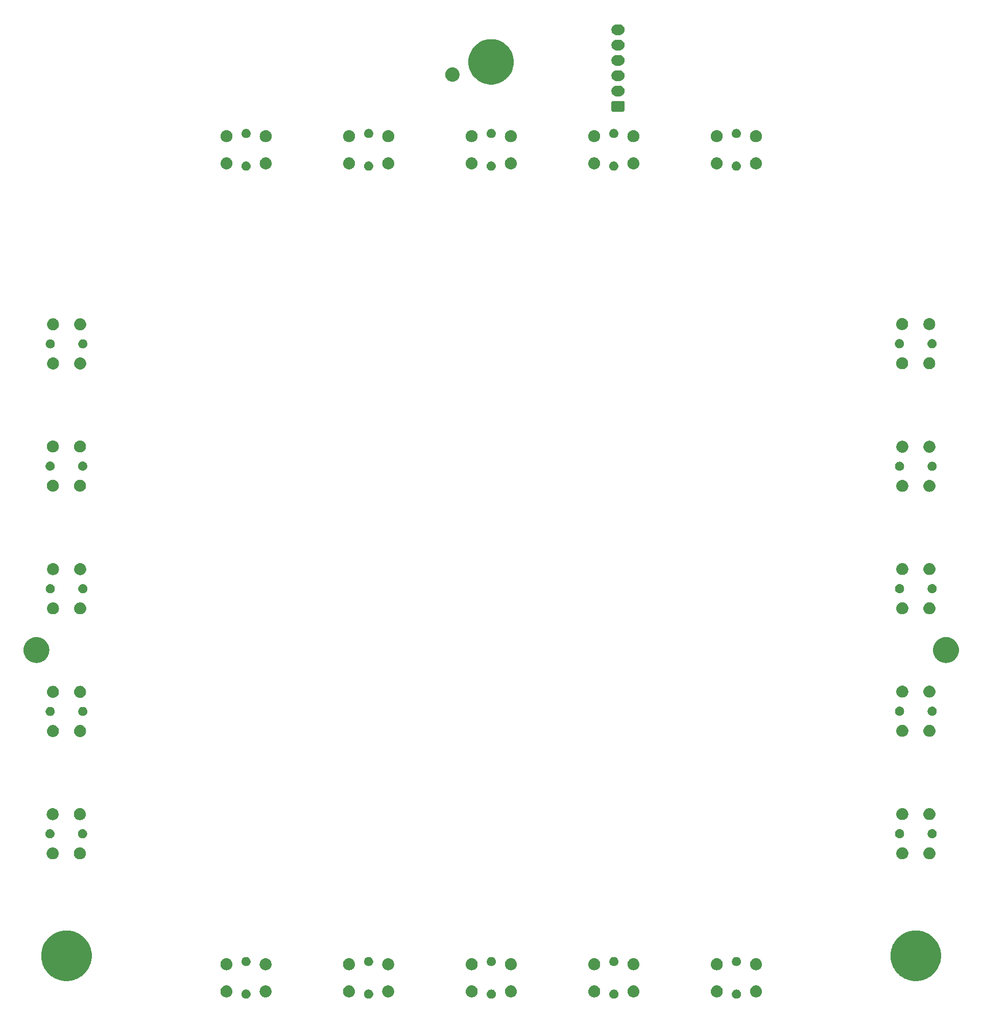
<source format=gbr>
G04 #@! TF.GenerationSoftware,KiCad,Pcbnew,8.0.6*
G04 #@! TF.CreationDate,2024-12-03T14:08:34-05:00*
G04 #@! TF.ProjectId,DDI,4444492e-6b69-4636-9164-5f7063625858,rev?*
G04 #@! TF.SameCoordinates,Original*
G04 #@! TF.FileFunction,Soldermask,Bot*
G04 #@! TF.FilePolarity,Negative*
%FSLAX46Y46*%
G04 Gerber Fmt 4.6, Leading zero omitted, Abs format (unit mm)*
G04 Created by KiCad (PCBNEW 8.0.6) date 2024-12-03 14:08:34*
%MOMM*%
%LPD*%
G01*
G04 APERTURE LIST*
G04 APERTURE END LIST*
G36*
X167110991Y73367265D02*
G01*
X167147447Y73367265D01*
X167188569Y73358523D01*
X167237427Y73353019D01*
X167272956Y73340586D01*
X167303125Y73334174D01*
X167346602Y73314816D01*
X167398485Y73296662D01*
X167425490Y73279693D01*
X167448520Y73269440D01*
X167491458Y73238243D01*
X167542965Y73205880D01*
X167561462Y73187382D01*
X167577282Y73175889D01*
X167616387Y73132457D01*
X167663622Y73085223D01*
X167674487Y73067930D01*
X167683779Y73057611D01*
X167715571Y73002545D01*
X167754404Y72940743D01*
X167759251Y72926889D01*
X167763358Y72919777D01*
X167784385Y72855061D01*
X167810761Y72779685D01*
X167811761Y72770807D01*
X167812541Y72768408D01*
X167819612Y72701128D01*
X167829866Y72610124D01*
X167819613Y72519127D01*
X167812541Y72451839D01*
X167811761Y72449438D01*
X167810761Y72440563D01*
X167784389Y72365199D01*
X167763358Y72300470D01*
X167759250Y72293356D01*
X167754404Y72279505D01*
X167715578Y72217714D01*
X167683779Y72162636D01*
X167674485Y72152314D01*
X167663622Y72135025D01*
X167616396Y72087799D01*
X167577282Y72044358D01*
X167561458Y72032861D01*
X167542965Y72014368D01*
X167491468Y71982010D01*
X167448520Y71950807D01*
X167425485Y71940551D01*
X167398485Y71923586D01*
X167346612Y71905435D01*
X167303125Y71886073D01*
X167272950Y71879659D01*
X167237427Y71867229D01*
X167188572Y71861724D01*
X167147447Y71852983D01*
X167110991Y71852983D01*
X167067866Y71848124D01*
X167024741Y71852983D01*
X166988285Y71852983D01*
X166947158Y71861724D01*
X166898305Y71867229D01*
X166862782Y71879658D01*
X166832606Y71886073D01*
X166789114Y71905436D01*
X166737247Y71923586D01*
X166710248Y71940549D01*
X166687211Y71950807D01*
X166644256Y71982015D01*
X166592767Y72014368D01*
X166574275Y72032859D01*
X166558449Y72044358D01*
X166519325Y72087809D01*
X166472110Y72135025D01*
X166461248Y72152311D01*
X166451952Y72162636D01*
X166420141Y72217733D01*
X166381328Y72279505D01*
X166376482Y72293351D01*
X166372373Y72300470D01*
X166351328Y72365239D01*
X166324971Y72440563D01*
X166323971Y72449433D01*
X166323190Y72451839D01*
X166316103Y72519260D01*
X166305866Y72610124D01*
X166316104Y72700995D01*
X166323190Y72768408D01*
X166323971Y72770812D01*
X166324971Y72779685D01*
X166351332Y72855021D01*
X166372373Y72919777D01*
X166376481Y72926893D01*
X166381328Y72940743D01*
X166420148Y73002525D01*
X166451952Y73057611D01*
X166461246Y73067933D01*
X166472110Y73085223D01*
X166519341Y73132454D01*
X166558451Y73175890D01*
X166574270Y73187383D01*
X166592767Y73205880D01*
X166644266Y73238239D01*
X166687208Y73269438D01*
X166710239Y73279692D01*
X166737247Y73296662D01*
X166789133Y73314818D01*
X166832608Y73334174D01*
X166862774Y73340586D01*
X166898305Y73353019D01*
X166947162Y73358523D01*
X166988285Y73367265D01*
X167024741Y73367265D01*
X167067866Y73372124D01*
X167110991Y73367265D01*
G37*
G36*
X187430991Y73367265D02*
G01*
X187467447Y73367265D01*
X187508569Y73358523D01*
X187557427Y73353019D01*
X187592956Y73340586D01*
X187623125Y73334174D01*
X187666602Y73314816D01*
X187718485Y73296662D01*
X187745490Y73279693D01*
X187768520Y73269440D01*
X187811458Y73238243D01*
X187862965Y73205880D01*
X187881462Y73187382D01*
X187897282Y73175889D01*
X187936387Y73132457D01*
X187983622Y73085223D01*
X187994487Y73067930D01*
X188003779Y73057611D01*
X188035571Y73002545D01*
X188074404Y72940743D01*
X188079251Y72926889D01*
X188083358Y72919777D01*
X188104385Y72855061D01*
X188130761Y72779685D01*
X188131761Y72770807D01*
X188132541Y72768408D01*
X188139612Y72701128D01*
X188149866Y72610124D01*
X188139613Y72519127D01*
X188132541Y72451839D01*
X188131761Y72449438D01*
X188130761Y72440563D01*
X188104389Y72365199D01*
X188083358Y72300470D01*
X188079250Y72293356D01*
X188074404Y72279505D01*
X188035578Y72217714D01*
X188003779Y72162636D01*
X187994485Y72152314D01*
X187983622Y72135025D01*
X187936396Y72087799D01*
X187897282Y72044358D01*
X187881458Y72032861D01*
X187862965Y72014368D01*
X187811468Y71982010D01*
X187768520Y71950807D01*
X187745485Y71940551D01*
X187718485Y71923586D01*
X187666612Y71905435D01*
X187623125Y71886073D01*
X187592950Y71879659D01*
X187557427Y71867229D01*
X187508572Y71861724D01*
X187467447Y71852983D01*
X187430991Y71852983D01*
X187387866Y71848124D01*
X187344741Y71852983D01*
X187308285Y71852983D01*
X187267158Y71861724D01*
X187218305Y71867229D01*
X187182782Y71879658D01*
X187152606Y71886073D01*
X187109114Y71905436D01*
X187057247Y71923586D01*
X187030248Y71940549D01*
X187007211Y71950807D01*
X186964256Y71982015D01*
X186912767Y72014368D01*
X186894275Y72032859D01*
X186878449Y72044358D01*
X186839325Y72087809D01*
X186792110Y72135025D01*
X186781248Y72152311D01*
X186771952Y72162636D01*
X186740141Y72217733D01*
X186701328Y72279505D01*
X186696482Y72293351D01*
X186692373Y72300470D01*
X186671328Y72365239D01*
X186644971Y72440563D01*
X186643971Y72449433D01*
X186643190Y72451839D01*
X186636103Y72519260D01*
X186625866Y72610124D01*
X186636104Y72700995D01*
X186643190Y72768408D01*
X186643971Y72770812D01*
X186644971Y72779685D01*
X186671332Y72855021D01*
X186692373Y72919777D01*
X186696481Y72926893D01*
X186701328Y72940743D01*
X186740148Y73002525D01*
X186771952Y73057611D01*
X186781246Y73067933D01*
X186792110Y73085223D01*
X186839341Y73132454D01*
X186878451Y73175890D01*
X186894270Y73187383D01*
X186912767Y73205880D01*
X186964266Y73238239D01*
X187007208Y73269438D01*
X187030239Y73279692D01*
X187057247Y73296662D01*
X187109133Y73314818D01*
X187152608Y73334174D01*
X187182774Y73340586D01*
X187218305Y73353019D01*
X187267162Y73358523D01*
X187308285Y73367265D01*
X187344741Y73367265D01*
X187387866Y73372124D01*
X187430991Y73367265D01*
G37*
G36*
X207776391Y73367265D02*
G01*
X207812847Y73367265D01*
X207853969Y73358523D01*
X207902827Y73353019D01*
X207938356Y73340586D01*
X207968525Y73334174D01*
X208012002Y73314816D01*
X208063885Y73296662D01*
X208090890Y73279693D01*
X208113920Y73269440D01*
X208156858Y73238243D01*
X208208365Y73205880D01*
X208226862Y73187382D01*
X208242682Y73175889D01*
X208281787Y73132457D01*
X208329022Y73085223D01*
X208339887Y73067930D01*
X208349179Y73057611D01*
X208380971Y73002545D01*
X208419804Y72940743D01*
X208424651Y72926889D01*
X208428758Y72919777D01*
X208449785Y72855061D01*
X208476161Y72779685D01*
X208477161Y72770807D01*
X208477941Y72768408D01*
X208485012Y72701128D01*
X208495266Y72610124D01*
X208485013Y72519127D01*
X208477941Y72451839D01*
X208477161Y72449438D01*
X208476161Y72440563D01*
X208449789Y72365199D01*
X208428758Y72300470D01*
X208424650Y72293356D01*
X208419804Y72279505D01*
X208380978Y72217714D01*
X208349179Y72162636D01*
X208339885Y72152314D01*
X208329022Y72135025D01*
X208281796Y72087799D01*
X208242682Y72044358D01*
X208226858Y72032861D01*
X208208365Y72014368D01*
X208156868Y71982010D01*
X208113920Y71950807D01*
X208090885Y71940551D01*
X208063885Y71923586D01*
X208012012Y71905435D01*
X207968525Y71886073D01*
X207938350Y71879659D01*
X207902827Y71867229D01*
X207853972Y71861724D01*
X207812847Y71852983D01*
X207776391Y71852983D01*
X207733266Y71848124D01*
X207690141Y71852983D01*
X207653685Y71852983D01*
X207612558Y71861724D01*
X207563705Y71867229D01*
X207528182Y71879658D01*
X207498006Y71886073D01*
X207454514Y71905436D01*
X207402647Y71923586D01*
X207375648Y71940549D01*
X207352611Y71950807D01*
X207309656Y71982015D01*
X207258167Y72014368D01*
X207239675Y72032859D01*
X207223849Y72044358D01*
X207184725Y72087809D01*
X207137510Y72135025D01*
X207126648Y72152311D01*
X207117352Y72162636D01*
X207085541Y72217733D01*
X207046728Y72279505D01*
X207041882Y72293351D01*
X207037773Y72300470D01*
X207016728Y72365239D01*
X206990371Y72440563D01*
X206989371Y72449433D01*
X206988590Y72451839D01*
X206981503Y72519260D01*
X206971266Y72610124D01*
X206981504Y72700995D01*
X206988590Y72768408D01*
X206989371Y72770812D01*
X206990371Y72779685D01*
X207016732Y72855021D01*
X207037773Y72919777D01*
X207041881Y72926893D01*
X207046728Y72940743D01*
X207085548Y73002525D01*
X207117352Y73057611D01*
X207126646Y73067933D01*
X207137510Y73085223D01*
X207184741Y73132454D01*
X207223851Y73175890D01*
X207239670Y73187383D01*
X207258167Y73205880D01*
X207309666Y73238239D01*
X207352608Y73269438D01*
X207375639Y73279692D01*
X207402647Y73296662D01*
X207454533Y73314818D01*
X207498008Y73334174D01*
X207528174Y73340586D01*
X207563705Y73353019D01*
X207612562Y73358523D01*
X207653685Y73367265D01*
X207690141Y73367265D01*
X207733266Y73372124D01*
X207776391Y73367265D01*
G37*
G36*
X228096391Y73367265D02*
G01*
X228132847Y73367265D01*
X228173969Y73358523D01*
X228222827Y73353019D01*
X228258356Y73340586D01*
X228288525Y73334174D01*
X228332002Y73314816D01*
X228383885Y73296662D01*
X228410890Y73279693D01*
X228433920Y73269440D01*
X228476858Y73238243D01*
X228528365Y73205880D01*
X228546862Y73187382D01*
X228562682Y73175889D01*
X228601787Y73132457D01*
X228649022Y73085223D01*
X228659887Y73067930D01*
X228669179Y73057611D01*
X228700971Y73002545D01*
X228739804Y72940743D01*
X228744651Y72926889D01*
X228748758Y72919777D01*
X228769785Y72855061D01*
X228796161Y72779685D01*
X228797161Y72770807D01*
X228797941Y72768408D01*
X228805012Y72701128D01*
X228815266Y72610124D01*
X228805013Y72519127D01*
X228797941Y72451839D01*
X228797161Y72449438D01*
X228796161Y72440563D01*
X228769789Y72365199D01*
X228748758Y72300470D01*
X228744650Y72293356D01*
X228739804Y72279505D01*
X228700978Y72217714D01*
X228669179Y72162636D01*
X228659885Y72152314D01*
X228649022Y72135025D01*
X228601796Y72087799D01*
X228562682Y72044358D01*
X228546858Y72032861D01*
X228528365Y72014368D01*
X228476868Y71982010D01*
X228433920Y71950807D01*
X228410885Y71940551D01*
X228383885Y71923586D01*
X228332012Y71905435D01*
X228288525Y71886073D01*
X228258350Y71879659D01*
X228222827Y71867229D01*
X228173972Y71861724D01*
X228132847Y71852983D01*
X228096391Y71852983D01*
X228053266Y71848124D01*
X228010141Y71852983D01*
X227973685Y71852983D01*
X227932558Y71861724D01*
X227883705Y71867229D01*
X227848182Y71879658D01*
X227818006Y71886073D01*
X227774514Y71905436D01*
X227722647Y71923586D01*
X227695648Y71940549D01*
X227672611Y71950807D01*
X227629656Y71982015D01*
X227578167Y72014368D01*
X227559675Y72032859D01*
X227543849Y72044358D01*
X227504725Y72087809D01*
X227457510Y72135025D01*
X227446648Y72152311D01*
X227437352Y72162636D01*
X227405541Y72217733D01*
X227366728Y72279505D01*
X227361882Y72293351D01*
X227357773Y72300470D01*
X227336728Y72365239D01*
X227310371Y72440563D01*
X227309371Y72449433D01*
X227308590Y72451839D01*
X227301503Y72519260D01*
X227291266Y72610124D01*
X227301504Y72700995D01*
X227308590Y72768408D01*
X227309371Y72770812D01*
X227310371Y72779685D01*
X227336732Y72855021D01*
X227357773Y72919777D01*
X227361881Y72926893D01*
X227366728Y72940743D01*
X227405548Y73002525D01*
X227437352Y73057611D01*
X227446646Y73067933D01*
X227457510Y73085223D01*
X227504741Y73132454D01*
X227543851Y73175890D01*
X227559670Y73187383D01*
X227578167Y73205880D01*
X227629666Y73238239D01*
X227672608Y73269438D01*
X227695639Y73279692D01*
X227722647Y73296662D01*
X227774533Y73314818D01*
X227818008Y73334174D01*
X227848174Y73340586D01*
X227883705Y73353019D01*
X227932562Y73358523D01*
X227973685Y73367265D01*
X228010141Y73367265D01*
X228053266Y73372124D01*
X228096391Y73367265D01*
G37*
G36*
X248416391Y73367265D02*
G01*
X248452847Y73367265D01*
X248493969Y73358523D01*
X248542827Y73353019D01*
X248578356Y73340586D01*
X248608525Y73334174D01*
X248652002Y73314816D01*
X248703885Y73296662D01*
X248730890Y73279693D01*
X248753920Y73269440D01*
X248796858Y73238243D01*
X248848365Y73205880D01*
X248866862Y73187382D01*
X248882682Y73175889D01*
X248921787Y73132457D01*
X248969022Y73085223D01*
X248979887Y73067930D01*
X248989179Y73057611D01*
X249020971Y73002545D01*
X249059804Y72940743D01*
X249064651Y72926889D01*
X249068758Y72919777D01*
X249089785Y72855061D01*
X249116161Y72779685D01*
X249117161Y72770807D01*
X249117941Y72768408D01*
X249125012Y72701128D01*
X249135266Y72610124D01*
X249125013Y72519127D01*
X249117941Y72451839D01*
X249117161Y72449438D01*
X249116161Y72440563D01*
X249089789Y72365199D01*
X249068758Y72300470D01*
X249064650Y72293356D01*
X249059804Y72279505D01*
X249020978Y72217714D01*
X248989179Y72162636D01*
X248979885Y72152314D01*
X248969022Y72135025D01*
X248921796Y72087799D01*
X248882682Y72044358D01*
X248866858Y72032861D01*
X248848365Y72014368D01*
X248796868Y71982010D01*
X248753920Y71950807D01*
X248730885Y71940551D01*
X248703885Y71923586D01*
X248652012Y71905435D01*
X248608525Y71886073D01*
X248578350Y71879659D01*
X248542827Y71867229D01*
X248493972Y71861724D01*
X248452847Y71852983D01*
X248416391Y71852983D01*
X248373266Y71848124D01*
X248330141Y71852983D01*
X248293685Y71852983D01*
X248252558Y71861724D01*
X248203705Y71867229D01*
X248168182Y71879658D01*
X248138006Y71886073D01*
X248094514Y71905436D01*
X248042647Y71923586D01*
X248015648Y71940549D01*
X247992611Y71950807D01*
X247949656Y71982015D01*
X247898167Y72014368D01*
X247879675Y72032859D01*
X247863849Y72044358D01*
X247824725Y72087809D01*
X247777510Y72135025D01*
X247766648Y72152311D01*
X247757352Y72162636D01*
X247725541Y72217733D01*
X247686728Y72279505D01*
X247681882Y72293351D01*
X247677773Y72300470D01*
X247656728Y72365239D01*
X247630371Y72440563D01*
X247629371Y72449433D01*
X247628590Y72451839D01*
X247621503Y72519260D01*
X247611266Y72610124D01*
X247621504Y72700995D01*
X247628590Y72768408D01*
X247629371Y72770812D01*
X247630371Y72779685D01*
X247656732Y72855021D01*
X247677773Y72919777D01*
X247681881Y72926893D01*
X247686728Y72940743D01*
X247725548Y73002525D01*
X247757352Y73057611D01*
X247766646Y73067933D01*
X247777510Y73085223D01*
X247824741Y73132454D01*
X247863851Y73175890D01*
X247879670Y73187383D01*
X247898167Y73205880D01*
X247949666Y73238239D01*
X247992608Y73269438D01*
X248015639Y73279692D01*
X248042647Y73296662D01*
X248094533Y73314818D01*
X248138008Y73334174D01*
X248168174Y73340586D01*
X248203705Y73353019D01*
X248252562Y73358523D01*
X248293685Y73367265D01*
X248330141Y73367265D01*
X248373266Y73372124D01*
X248416391Y73367265D01*
G37*
G36*
X163866590Y74055325D02*
G01*
X163910084Y74055325D01*
X163958521Y74046270D01*
X164012956Y74040909D01*
X164054311Y74028364D01*
X164091384Y74021434D01*
X164142722Y74001545D01*
X164200549Y73984004D01*
X164233593Y73966341D01*
X164263367Y73954807D01*
X164315099Y73922775D01*
X164373436Y73891594D01*
X164397947Y73871478D01*
X164420177Y73857714D01*
X164469430Y73812813D01*
X164524973Y73767231D01*
X164541432Y73747174D01*
X164556477Y73733460D01*
X164600154Y73675622D01*
X164649336Y73615694D01*
X164658845Y73597902D01*
X164667628Y73586273D01*
X164702571Y73516096D01*
X164741746Y73442807D01*
X164745923Y73429035D01*
X164749838Y73421174D01*
X164772966Y73339883D01*
X164798651Y73255214D01*
X164799494Y73246648D01*
X164800312Y73243776D01*
X164808808Y73152084D01*
X164817866Y73060124D01*
X164808809Y72968171D01*
X164800312Y72876471D01*
X164799494Y72873597D01*
X164798651Y72865034D01*
X164772971Y72780379D01*
X164749838Y72699073D01*
X164745922Y72691210D01*
X164741746Y72677441D01*
X164702579Y72604164D01*
X164667628Y72533974D01*
X164658843Y72522342D01*
X164649336Y72504554D01*
X164600163Y72444637D01*
X164556477Y72386787D01*
X164541429Y72373069D01*
X164524973Y72353017D01*
X164469441Y72307443D01*
X164420177Y72262533D01*
X164397942Y72248765D01*
X164373436Y72228654D01*
X164315111Y72197478D01*
X164263367Y72165440D01*
X164233586Y72153902D01*
X164200549Y72136244D01*
X164142734Y72118706D01*
X164091384Y72098813D01*
X164054304Y72091881D01*
X164012956Y72079339D01*
X163958524Y72073977D01*
X163910084Y72064923D01*
X163866590Y72064923D01*
X163817866Y72060124D01*
X163769142Y72064923D01*
X163725648Y72064923D01*
X163677206Y72073977D01*
X163622776Y72079339D01*
X163581428Y72091881D01*
X163544347Y72098813D01*
X163492993Y72118707D01*
X163435183Y72136244D01*
X163402148Y72153901D01*
X163372364Y72165440D01*
X163320613Y72197482D01*
X163262296Y72228654D01*
X163237792Y72248763D01*
X163215554Y72262533D01*
X163166280Y72307451D01*
X163110759Y72353017D01*
X163094305Y72373065D01*
X163079254Y72386787D01*
X163035555Y72444652D01*
X162986396Y72504554D01*
X162976890Y72522337D01*
X162968103Y72533974D01*
X162933138Y72604192D01*
X162893986Y72677441D01*
X162889810Y72691205D01*
X162885893Y72699073D01*
X162862744Y72780432D01*
X162837081Y72865034D01*
X162836238Y72873592D01*
X162835419Y72876471D01*
X162826905Y72968343D01*
X162817866Y73060124D01*
X162826906Y73151912D01*
X162835419Y73243776D01*
X162836237Y73246654D01*
X162837081Y73255214D01*
X162862748Y73339830D01*
X162885893Y73421174D01*
X162889809Y73429040D01*
X162893986Y73442807D01*
X162933145Y73516069D01*
X162968103Y73586273D01*
X162976888Y73597907D01*
X162986396Y73615694D01*
X163035565Y73675606D01*
X163079254Y73733460D01*
X163094302Y73747178D01*
X163110759Y73767231D01*
X163166291Y73812805D01*
X163215554Y73857714D01*
X163237787Y73871480D01*
X163262296Y73891594D01*
X163320625Y73922771D01*
X163372364Y73954807D01*
X163402141Y73966342D01*
X163435183Y73984004D01*
X163493005Y74001543D01*
X163544347Y74021434D01*
X163581421Y74028364D01*
X163622776Y74040909D01*
X163677209Y74046270D01*
X163725648Y74055325D01*
X163769142Y74055325D01*
X163817866Y74060124D01*
X163866590Y74055325D01*
G37*
G36*
X170366590Y74055325D02*
G01*
X170410084Y74055325D01*
X170458521Y74046270D01*
X170512956Y74040909D01*
X170554311Y74028364D01*
X170591384Y74021434D01*
X170642722Y74001545D01*
X170700549Y73984004D01*
X170733593Y73966341D01*
X170763367Y73954807D01*
X170815099Y73922775D01*
X170873436Y73891594D01*
X170897947Y73871478D01*
X170920177Y73857714D01*
X170969430Y73812813D01*
X171024973Y73767231D01*
X171041432Y73747174D01*
X171056477Y73733460D01*
X171100154Y73675622D01*
X171149336Y73615694D01*
X171158845Y73597902D01*
X171167628Y73586273D01*
X171202571Y73516096D01*
X171241746Y73442807D01*
X171245923Y73429035D01*
X171249838Y73421174D01*
X171272966Y73339883D01*
X171298651Y73255214D01*
X171299494Y73246648D01*
X171300312Y73243776D01*
X171308808Y73152084D01*
X171317866Y73060124D01*
X171308809Y72968171D01*
X171300312Y72876471D01*
X171299494Y72873597D01*
X171298651Y72865034D01*
X171272971Y72780379D01*
X171249838Y72699073D01*
X171245922Y72691210D01*
X171241746Y72677441D01*
X171202579Y72604164D01*
X171167628Y72533974D01*
X171158843Y72522342D01*
X171149336Y72504554D01*
X171100163Y72444637D01*
X171056477Y72386787D01*
X171041429Y72373069D01*
X171024973Y72353017D01*
X170969441Y72307443D01*
X170920177Y72262533D01*
X170897942Y72248765D01*
X170873436Y72228654D01*
X170815111Y72197478D01*
X170763367Y72165440D01*
X170733586Y72153902D01*
X170700549Y72136244D01*
X170642734Y72118706D01*
X170591384Y72098813D01*
X170554304Y72091881D01*
X170512956Y72079339D01*
X170458524Y72073977D01*
X170410084Y72064923D01*
X170366590Y72064923D01*
X170317866Y72060124D01*
X170269142Y72064923D01*
X170225648Y72064923D01*
X170177206Y72073977D01*
X170122776Y72079339D01*
X170081428Y72091881D01*
X170044347Y72098813D01*
X169992993Y72118707D01*
X169935183Y72136244D01*
X169902148Y72153901D01*
X169872364Y72165440D01*
X169820613Y72197482D01*
X169762296Y72228654D01*
X169737792Y72248763D01*
X169715554Y72262533D01*
X169666280Y72307451D01*
X169610759Y72353017D01*
X169594305Y72373065D01*
X169579254Y72386787D01*
X169535555Y72444652D01*
X169486396Y72504554D01*
X169476890Y72522337D01*
X169468103Y72533974D01*
X169433138Y72604192D01*
X169393986Y72677441D01*
X169389810Y72691205D01*
X169385893Y72699073D01*
X169362744Y72780432D01*
X169337081Y72865034D01*
X169336238Y72873592D01*
X169335419Y72876471D01*
X169326905Y72968343D01*
X169317866Y73060124D01*
X169326906Y73151912D01*
X169335419Y73243776D01*
X169336237Y73246654D01*
X169337081Y73255214D01*
X169362748Y73339830D01*
X169385893Y73421174D01*
X169389809Y73429040D01*
X169393986Y73442807D01*
X169433145Y73516069D01*
X169468103Y73586273D01*
X169476888Y73597907D01*
X169486396Y73615694D01*
X169535565Y73675606D01*
X169579254Y73733460D01*
X169594302Y73747178D01*
X169610759Y73767231D01*
X169666291Y73812805D01*
X169715554Y73857714D01*
X169737787Y73871480D01*
X169762296Y73891594D01*
X169820625Y73922771D01*
X169872364Y73954807D01*
X169902141Y73966342D01*
X169935183Y73984004D01*
X169993005Y74001543D01*
X170044347Y74021434D01*
X170081421Y74028364D01*
X170122776Y74040909D01*
X170177209Y74046270D01*
X170225648Y74055325D01*
X170269142Y74055325D01*
X170317866Y74060124D01*
X170366590Y74055325D01*
G37*
G36*
X184186590Y74055325D02*
G01*
X184230084Y74055325D01*
X184278521Y74046270D01*
X184332956Y74040909D01*
X184374311Y74028364D01*
X184411384Y74021434D01*
X184462722Y74001545D01*
X184520549Y73984004D01*
X184553593Y73966341D01*
X184583367Y73954807D01*
X184635099Y73922775D01*
X184693436Y73891594D01*
X184717947Y73871478D01*
X184740177Y73857714D01*
X184789430Y73812813D01*
X184844973Y73767231D01*
X184861432Y73747174D01*
X184876477Y73733460D01*
X184920154Y73675622D01*
X184969336Y73615694D01*
X184978845Y73597902D01*
X184987628Y73586273D01*
X185022571Y73516096D01*
X185061746Y73442807D01*
X185065923Y73429035D01*
X185069838Y73421174D01*
X185092966Y73339883D01*
X185118651Y73255214D01*
X185119494Y73246648D01*
X185120312Y73243776D01*
X185128808Y73152084D01*
X185137866Y73060124D01*
X185128809Y72968171D01*
X185120312Y72876471D01*
X185119494Y72873597D01*
X185118651Y72865034D01*
X185092971Y72780379D01*
X185069838Y72699073D01*
X185065922Y72691210D01*
X185061746Y72677441D01*
X185022579Y72604164D01*
X184987628Y72533974D01*
X184978843Y72522342D01*
X184969336Y72504554D01*
X184920163Y72444637D01*
X184876477Y72386787D01*
X184861429Y72373069D01*
X184844973Y72353017D01*
X184789441Y72307443D01*
X184740177Y72262533D01*
X184717942Y72248765D01*
X184693436Y72228654D01*
X184635111Y72197478D01*
X184583367Y72165440D01*
X184553586Y72153902D01*
X184520549Y72136244D01*
X184462734Y72118706D01*
X184411384Y72098813D01*
X184374304Y72091881D01*
X184332956Y72079339D01*
X184278524Y72073977D01*
X184230084Y72064923D01*
X184186590Y72064923D01*
X184137866Y72060124D01*
X184089142Y72064923D01*
X184045648Y72064923D01*
X183997206Y72073977D01*
X183942776Y72079339D01*
X183901428Y72091881D01*
X183864347Y72098813D01*
X183812993Y72118707D01*
X183755183Y72136244D01*
X183722148Y72153901D01*
X183692364Y72165440D01*
X183640613Y72197482D01*
X183582296Y72228654D01*
X183557792Y72248763D01*
X183535554Y72262533D01*
X183486280Y72307451D01*
X183430759Y72353017D01*
X183414305Y72373065D01*
X183399254Y72386787D01*
X183355555Y72444652D01*
X183306396Y72504554D01*
X183296890Y72522337D01*
X183288103Y72533974D01*
X183253138Y72604192D01*
X183213986Y72677441D01*
X183209810Y72691205D01*
X183205893Y72699073D01*
X183182744Y72780432D01*
X183157081Y72865034D01*
X183156238Y72873592D01*
X183155419Y72876471D01*
X183146905Y72968343D01*
X183137866Y73060124D01*
X183146906Y73151912D01*
X183155419Y73243776D01*
X183156237Y73246654D01*
X183157081Y73255214D01*
X183182748Y73339830D01*
X183205893Y73421174D01*
X183209809Y73429040D01*
X183213986Y73442807D01*
X183253145Y73516069D01*
X183288103Y73586273D01*
X183296888Y73597907D01*
X183306396Y73615694D01*
X183355565Y73675606D01*
X183399254Y73733460D01*
X183414302Y73747178D01*
X183430759Y73767231D01*
X183486291Y73812805D01*
X183535554Y73857714D01*
X183557787Y73871480D01*
X183582296Y73891594D01*
X183640625Y73922771D01*
X183692364Y73954807D01*
X183722141Y73966342D01*
X183755183Y73984004D01*
X183813005Y74001543D01*
X183864347Y74021434D01*
X183901421Y74028364D01*
X183942776Y74040909D01*
X183997209Y74046270D01*
X184045648Y74055325D01*
X184089142Y74055325D01*
X184137866Y74060124D01*
X184186590Y74055325D01*
G37*
G36*
X190686590Y74055325D02*
G01*
X190730084Y74055325D01*
X190778521Y74046270D01*
X190832956Y74040909D01*
X190874311Y74028364D01*
X190911384Y74021434D01*
X190962722Y74001545D01*
X191020549Y73984004D01*
X191053593Y73966341D01*
X191083367Y73954807D01*
X191135099Y73922775D01*
X191193436Y73891594D01*
X191217947Y73871478D01*
X191240177Y73857714D01*
X191289430Y73812813D01*
X191344973Y73767231D01*
X191361432Y73747174D01*
X191376477Y73733460D01*
X191420154Y73675622D01*
X191469336Y73615694D01*
X191478845Y73597902D01*
X191487628Y73586273D01*
X191522571Y73516096D01*
X191561746Y73442807D01*
X191565923Y73429035D01*
X191569838Y73421174D01*
X191592966Y73339883D01*
X191618651Y73255214D01*
X191619494Y73246648D01*
X191620312Y73243776D01*
X191628808Y73152084D01*
X191637866Y73060124D01*
X191628809Y72968171D01*
X191620312Y72876471D01*
X191619494Y72873597D01*
X191618651Y72865034D01*
X191592971Y72780379D01*
X191569838Y72699073D01*
X191565922Y72691210D01*
X191561746Y72677441D01*
X191522579Y72604164D01*
X191487628Y72533974D01*
X191478843Y72522342D01*
X191469336Y72504554D01*
X191420163Y72444637D01*
X191376477Y72386787D01*
X191361429Y72373069D01*
X191344973Y72353017D01*
X191289441Y72307443D01*
X191240177Y72262533D01*
X191217942Y72248765D01*
X191193436Y72228654D01*
X191135111Y72197478D01*
X191083367Y72165440D01*
X191053586Y72153902D01*
X191020549Y72136244D01*
X190962734Y72118706D01*
X190911384Y72098813D01*
X190874304Y72091881D01*
X190832956Y72079339D01*
X190778524Y72073977D01*
X190730084Y72064923D01*
X190686590Y72064923D01*
X190637866Y72060124D01*
X190589142Y72064923D01*
X190545648Y72064923D01*
X190497206Y72073977D01*
X190442776Y72079339D01*
X190401428Y72091881D01*
X190364347Y72098813D01*
X190312993Y72118707D01*
X190255183Y72136244D01*
X190222148Y72153901D01*
X190192364Y72165440D01*
X190140613Y72197482D01*
X190082296Y72228654D01*
X190057792Y72248763D01*
X190035554Y72262533D01*
X189986280Y72307451D01*
X189930759Y72353017D01*
X189914305Y72373065D01*
X189899254Y72386787D01*
X189855555Y72444652D01*
X189806396Y72504554D01*
X189796890Y72522337D01*
X189788103Y72533974D01*
X189753138Y72604192D01*
X189713986Y72677441D01*
X189709810Y72691205D01*
X189705893Y72699073D01*
X189682744Y72780432D01*
X189657081Y72865034D01*
X189656238Y72873592D01*
X189655419Y72876471D01*
X189646905Y72968343D01*
X189637866Y73060124D01*
X189646906Y73151912D01*
X189655419Y73243776D01*
X189656237Y73246654D01*
X189657081Y73255214D01*
X189682748Y73339830D01*
X189705893Y73421174D01*
X189709809Y73429040D01*
X189713986Y73442807D01*
X189753145Y73516069D01*
X189788103Y73586273D01*
X189796888Y73597907D01*
X189806396Y73615694D01*
X189855565Y73675606D01*
X189899254Y73733460D01*
X189914302Y73747178D01*
X189930759Y73767231D01*
X189986291Y73812805D01*
X190035554Y73857714D01*
X190057787Y73871480D01*
X190082296Y73891594D01*
X190140625Y73922771D01*
X190192364Y73954807D01*
X190222141Y73966342D01*
X190255183Y73984004D01*
X190313005Y74001543D01*
X190364347Y74021434D01*
X190401421Y74028364D01*
X190442776Y74040909D01*
X190497209Y74046270D01*
X190545648Y74055325D01*
X190589142Y74055325D01*
X190637866Y74060124D01*
X190686590Y74055325D01*
G37*
G36*
X204531990Y74055325D02*
G01*
X204575484Y74055325D01*
X204623921Y74046270D01*
X204678356Y74040909D01*
X204719711Y74028364D01*
X204756784Y74021434D01*
X204808122Y74001545D01*
X204865949Y73984004D01*
X204898993Y73966341D01*
X204928767Y73954807D01*
X204980499Y73922775D01*
X205038836Y73891594D01*
X205063347Y73871478D01*
X205085577Y73857714D01*
X205134830Y73812813D01*
X205190373Y73767231D01*
X205206832Y73747174D01*
X205221877Y73733460D01*
X205265554Y73675622D01*
X205314736Y73615694D01*
X205324245Y73597902D01*
X205333028Y73586273D01*
X205367971Y73516096D01*
X205407146Y73442807D01*
X205411323Y73429035D01*
X205415238Y73421174D01*
X205438366Y73339883D01*
X205464051Y73255214D01*
X205464894Y73246648D01*
X205465712Y73243776D01*
X205474208Y73152084D01*
X205483266Y73060124D01*
X205474209Y72968171D01*
X205465712Y72876471D01*
X205464894Y72873597D01*
X205464051Y72865034D01*
X205438371Y72780379D01*
X205415238Y72699073D01*
X205411322Y72691210D01*
X205407146Y72677441D01*
X205367979Y72604164D01*
X205333028Y72533974D01*
X205324243Y72522342D01*
X205314736Y72504554D01*
X205265563Y72444637D01*
X205221877Y72386787D01*
X205206829Y72373069D01*
X205190373Y72353017D01*
X205134841Y72307443D01*
X205085577Y72262533D01*
X205063342Y72248765D01*
X205038836Y72228654D01*
X204980511Y72197478D01*
X204928767Y72165440D01*
X204898986Y72153902D01*
X204865949Y72136244D01*
X204808134Y72118706D01*
X204756784Y72098813D01*
X204719704Y72091881D01*
X204678356Y72079339D01*
X204623924Y72073977D01*
X204575484Y72064923D01*
X204531990Y72064923D01*
X204483266Y72060124D01*
X204434542Y72064923D01*
X204391048Y72064923D01*
X204342606Y72073977D01*
X204288176Y72079339D01*
X204246828Y72091881D01*
X204209747Y72098813D01*
X204158393Y72118707D01*
X204100583Y72136244D01*
X204067548Y72153901D01*
X204037764Y72165440D01*
X203986013Y72197482D01*
X203927696Y72228654D01*
X203903192Y72248763D01*
X203880954Y72262533D01*
X203831680Y72307451D01*
X203776159Y72353017D01*
X203759705Y72373065D01*
X203744654Y72386787D01*
X203700955Y72444652D01*
X203651796Y72504554D01*
X203642290Y72522337D01*
X203633503Y72533974D01*
X203598538Y72604192D01*
X203559386Y72677441D01*
X203555210Y72691205D01*
X203551293Y72699073D01*
X203528144Y72780432D01*
X203502481Y72865034D01*
X203501638Y72873592D01*
X203500819Y72876471D01*
X203492305Y72968343D01*
X203483266Y73060124D01*
X203492306Y73151912D01*
X203500819Y73243776D01*
X203501637Y73246654D01*
X203502481Y73255214D01*
X203528148Y73339830D01*
X203551293Y73421174D01*
X203555209Y73429040D01*
X203559386Y73442807D01*
X203598545Y73516069D01*
X203633503Y73586273D01*
X203642288Y73597907D01*
X203651796Y73615694D01*
X203700965Y73675606D01*
X203744654Y73733460D01*
X203759702Y73747178D01*
X203776159Y73767231D01*
X203831691Y73812805D01*
X203880954Y73857714D01*
X203903187Y73871480D01*
X203927696Y73891594D01*
X203986025Y73922771D01*
X204037764Y73954807D01*
X204067541Y73966342D01*
X204100583Y73984004D01*
X204158405Y74001543D01*
X204209747Y74021434D01*
X204246821Y74028364D01*
X204288176Y74040909D01*
X204342609Y74046270D01*
X204391048Y74055325D01*
X204434542Y74055325D01*
X204483266Y74060124D01*
X204531990Y74055325D01*
G37*
G36*
X211031990Y74055325D02*
G01*
X211075484Y74055325D01*
X211123921Y74046270D01*
X211178356Y74040909D01*
X211219711Y74028364D01*
X211256784Y74021434D01*
X211308122Y74001545D01*
X211365949Y73984004D01*
X211398993Y73966341D01*
X211428767Y73954807D01*
X211480499Y73922775D01*
X211538836Y73891594D01*
X211563347Y73871478D01*
X211585577Y73857714D01*
X211634830Y73812813D01*
X211690373Y73767231D01*
X211706832Y73747174D01*
X211721877Y73733460D01*
X211765554Y73675622D01*
X211814736Y73615694D01*
X211824245Y73597902D01*
X211833028Y73586273D01*
X211867971Y73516096D01*
X211907146Y73442807D01*
X211911323Y73429035D01*
X211915238Y73421174D01*
X211938366Y73339883D01*
X211964051Y73255214D01*
X211964894Y73246648D01*
X211965712Y73243776D01*
X211974208Y73152084D01*
X211983266Y73060124D01*
X211974209Y72968171D01*
X211965712Y72876471D01*
X211964894Y72873597D01*
X211964051Y72865034D01*
X211938371Y72780379D01*
X211915238Y72699073D01*
X211911322Y72691210D01*
X211907146Y72677441D01*
X211867979Y72604164D01*
X211833028Y72533974D01*
X211824243Y72522342D01*
X211814736Y72504554D01*
X211765563Y72444637D01*
X211721877Y72386787D01*
X211706829Y72373069D01*
X211690373Y72353017D01*
X211634841Y72307443D01*
X211585577Y72262533D01*
X211563342Y72248765D01*
X211538836Y72228654D01*
X211480511Y72197478D01*
X211428767Y72165440D01*
X211398986Y72153902D01*
X211365949Y72136244D01*
X211308134Y72118706D01*
X211256784Y72098813D01*
X211219704Y72091881D01*
X211178356Y72079339D01*
X211123924Y72073977D01*
X211075484Y72064923D01*
X211031990Y72064923D01*
X210983266Y72060124D01*
X210934542Y72064923D01*
X210891048Y72064923D01*
X210842606Y72073977D01*
X210788176Y72079339D01*
X210746828Y72091881D01*
X210709747Y72098813D01*
X210658393Y72118707D01*
X210600583Y72136244D01*
X210567548Y72153901D01*
X210537764Y72165440D01*
X210486013Y72197482D01*
X210427696Y72228654D01*
X210403192Y72248763D01*
X210380954Y72262533D01*
X210331680Y72307451D01*
X210276159Y72353017D01*
X210259705Y72373065D01*
X210244654Y72386787D01*
X210200955Y72444652D01*
X210151796Y72504554D01*
X210142290Y72522337D01*
X210133503Y72533974D01*
X210098538Y72604192D01*
X210059386Y72677441D01*
X210055210Y72691205D01*
X210051293Y72699073D01*
X210028144Y72780432D01*
X210002481Y72865034D01*
X210001638Y72873592D01*
X210000819Y72876471D01*
X209992305Y72968343D01*
X209983266Y73060124D01*
X209992306Y73151912D01*
X210000819Y73243776D01*
X210001637Y73246654D01*
X210002481Y73255214D01*
X210028148Y73339830D01*
X210051293Y73421174D01*
X210055209Y73429040D01*
X210059386Y73442807D01*
X210098545Y73516069D01*
X210133503Y73586273D01*
X210142288Y73597907D01*
X210151796Y73615694D01*
X210200965Y73675606D01*
X210244654Y73733460D01*
X210259702Y73747178D01*
X210276159Y73767231D01*
X210331691Y73812805D01*
X210380954Y73857714D01*
X210403187Y73871480D01*
X210427696Y73891594D01*
X210486025Y73922771D01*
X210537764Y73954807D01*
X210567541Y73966342D01*
X210600583Y73984004D01*
X210658405Y74001543D01*
X210709747Y74021434D01*
X210746821Y74028364D01*
X210788176Y74040909D01*
X210842609Y74046270D01*
X210891048Y74055325D01*
X210934542Y74055325D01*
X210983266Y74060124D01*
X211031990Y74055325D01*
G37*
G36*
X224851990Y74055325D02*
G01*
X224895484Y74055325D01*
X224943921Y74046270D01*
X224998356Y74040909D01*
X225039711Y74028364D01*
X225076784Y74021434D01*
X225128122Y74001545D01*
X225185949Y73984004D01*
X225218993Y73966341D01*
X225248767Y73954807D01*
X225300499Y73922775D01*
X225358836Y73891594D01*
X225383347Y73871478D01*
X225405577Y73857714D01*
X225454830Y73812813D01*
X225510373Y73767231D01*
X225526832Y73747174D01*
X225541877Y73733460D01*
X225585554Y73675622D01*
X225634736Y73615694D01*
X225644245Y73597902D01*
X225653028Y73586273D01*
X225687971Y73516096D01*
X225727146Y73442807D01*
X225731323Y73429035D01*
X225735238Y73421174D01*
X225758366Y73339883D01*
X225784051Y73255214D01*
X225784894Y73246648D01*
X225785712Y73243776D01*
X225794208Y73152084D01*
X225803266Y73060124D01*
X225794209Y72968171D01*
X225785712Y72876471D01*
X225784894Y72873597D01*
X225784051Y72865034D01*
X225758371Y72780379D01*
X225735238Y72699073D01*
X225731322Y72691210D01*
X225727146Y72677441D01*
X225687979Y72604164D01*
X225653028Y72533974D01*
X225644243Y72522342D01*
X225634736Y72504554D01*
X225585563Y72444637D01*
X225541877Y72386787D01*
X225526829Y72373069D01*
X225510373Y72353017D01*
X225454841Y72307443D01*
X225405577Y72262533D01*
X225383342Y72248765D01*
X225358836Y72228654D01*
X225300511Y72197478D01*
X225248767Y72165440D01*
X225218986Y72153902D01*
X225185949Y72136244D01*
X225128134Y72118706D01*
X225076784Y72098813D01*
X225039704Y72091881D01*
X224998356Y72079339D01*
X224943924Y72073977D01*
X224895484Y72064923D01*
X224851990Y72064923D01*
X224803266Y72060124D01*
X224754542Y72064923D01*
X224711048Y72064923D01*
X224662606Y72073977D01*
X224608176Y72079339D01*
X224566828Y72091881D01*
X224529747Y72098813D01*
X224478393Y72118707D01*
X224420583Y72136244D01*
X224387548Y72153901D01*
X224357764Y72165440D01*
X224306013Y72197482D01*
X224247696Y72228654D01*
X224223192Y72248763D01*
X224200954Y72262533D01*
X224151680Y72307451D01*
X224096159Y72353017D01*
X224079705Y72373065D01*
X224064654Y72386787D01*
X224020955Y72444652D01*
X223971796Y72504554D01*
X223962290Y72522337D01*
X223953503Y72533974D01*
X223918538Y72604192D01*
X223879386Y72677441D01*
X223875210Y72691205D01*
X223871293Y72699073D01*
X223848144Y72780432D01*
X223822481Y72865034D01*
X223821638Y72873592D01*
X223820819Y72876471D01*
X223812305Y72968343D01*
X223803266Y73060124D01*
X223812306Y73151912D01*
X223820819Y73243776D01*
X223821637Y73246654D01*
X223822481Y73255214D01*
X223848148Y73339830D01*
X223871293Y73421174D01*
X223875209Y73429040D01*
X223879386Y73442807D01*
X223918545Y73516069D01*
X223953503Y73586273D01*
X223962288Y73597907D01*
X223971796Y73615694D01*
X224020965Y73675606D01*
X224064654Y73733460D01*
X224079702Y73747178D01*
X224096159Y73767231D01*
X224151691Y73812805D01*
X224200954Y73857714D01*
X224223187Y73871480D01*
X224247696Y73891594D01*
X224306025Y73922771D01*
X224357764Y73954807D01*
X224387541Y73966342D01*
X224420583Y73984004D01*
X224478405Y74001543D01*
X224529747Y74021434D01*
X224566821Y74028364D01*
X224608176Y74040909D01*
X224662609Y74046270D01*
X224711048Y74055325D01*
X224754542Y74055325D01*
X224803266Y74060124D01*
X224851990Y74055325D01*
G37*
G36*
X231351990Y74055325D02*
G01*
X231395484Y74055325D01*
X231443921Y74046270D01*
X231498356Y74040909D01*
X231539711Y74028364D01*
X231576784Y74021434D01*
X231628122Y74001545D01*
X231685949Y73984004D01*
X231718993Y73966341D01*
X231748767Y73954807D01*
X231800499Y73922775D01*
X231858836Y73891594D01*
X231883347Y73871478D01*
X231905577Y73857714D01*
X231954830Y73812813D01*
X232010373Y73767231D01*
X232026832Y73747174D01*
X232041877Y73733460D01*
X232085554Y73675622D01*
X232134736Y73615694D01*
X232144245Y73597902D01*
X232153028Y73586273D01*
X232187971Y73516096D01*
X232227146Y73442807D01*
X232231323Y73429035D01*
X232235238Y73421174D01*
X232258366Y73339883D01*
X232284051Y73255214D01*
X232284894Y73246648D01*
X232285712Y73243776D01*
X232294208Y73152084D01*
X232303266Y73060124D01*
X232294209Y72968171D01*
X232285712Y72876471D01*
X232284894Y72873597D01*
X232284051Y72865034D01*
X232258371Y72780379D01*
X232235238Y72699073D01*
X232231322Y72691210D01*
X232227146Y72677441D01*
X232187979Y72604164D01*
X232153028Y72533974D01*
X232144243Y72522342D01*
X232134736Y72504554D01*
X232085563Y72444637D01*
X232041877Y72386787D01*
X232026829Y72373069D01*
X232010373Y72353017D01*
X231954841Y72307443D01*
X231905577Y72262533D01*
X231883342Y72248765D01*
X231858836Y72228654D01*
X231800511Y72197478D01*
X231748767Y72165440D01*
X231718986Y72153902D01*
X231685949Y72136244D01*
X231628134Y72118706D01*
X231576784Y72098813D01*
X231539704Y72091881D01*
X231498356Y72079339D01*
X231443924Y72073977D01*
X231395484Y72064923D01*
X231351990Y72064923D01*
X231303266Y72060124D01*
X231254542Y72064923D01*
X231211048Y72064923D01*
X231162606Y72073977D01*
X231108176Y72079339D01*
X231066828Y72091881D01*
X231029747Y72098813D01*
X230978393Y72118707D01*
X230920583Y72136244D01*
X230887548Y72153901D01*
X230857764Y72165440D01*
X230806013Y72197482D01*
X230747696Y72228654D01*
X230723192Y72248763D01*
X230700954Y72262533D01*
X230651680Y72307451D01*
X230596159Y72353017D01*
X230579705Y72373065D01*
X230564654Y72386787D01*
X230520955Y72444652D01*
X230471796Y72504554D01*
X230462290Y72522337D01*
X230453503Y72533974D01*
X230418538Y72604192D01*
X230379386Y72677441D01*
X230375210Y72691205D01*
X230371293Y72699073D01*
X230348144Y72780432D01*
X230322481Y72865034D01*
X230321638Y72873592D01*
X230320819Y72876471D01*
X230312305Y72968343D01*
X230303266Y73060124D01*
X230312306Y73151912D01*
X230320819Y73243776D01*
X230321637Y73246654D01*
X230322481Y73255214D01*
X230348148Y73339830D01*
X230371293Y73421174D01*
X230375209Y73429040D01*
X230379386Y73442807D01*
X230418545Y73516069D01*
X230453503Y73586273D01*
X230462288Y73597907D01*
X230471796Y73615694D01*
X230520965Y73675606D01*
X230564654Y73733460D01*
X230579702Y73747178D01*
X230596159Y73767231D01*
X230651691Y73812805D01*
X230700954Y73857714D01*
X230723187Y73871480D01*
X230747696Y73891594D01*
X230806025Y73922771D01*
X230857764Y73954807D01*
X230887541Y73966342D01*
X230920583Y73984004D01*
X230978405Y74001543D01*
X231029747Y74021434D01*
X231066821Y74028364D01*
X231108176Y74040909D01*
X231162609Y74046270D01*
X231211048Y74055325D01*
X231254542Y74055325D01*
X231303266Y74060124D01*
X231351990Y74055325D01*
G37*
G36*
X245171990Y74055325D02*
G01*
X245215484Y74055325D01*
X245263921Y74046270D01*
X245318356Y74040909D01*
X245359711Y74028364D01*
X245396784Y74021434D01*
X245448122Y74001545D01*
X245505949Y73984004D01*
X245538993Y73966341D01*
X245568767Y73954807D01*
X245620499Y73922775D01*
X245678836Y73891594D01*
X245703347Y73871478D01*
X245725577Y73857714D01*
X245774830Y73812813D01*
X245830373Y73767231D01*
X245846832Y73747174D01*
X245861877Y73733460D01*
X245905554Y73675622D01*
X245954736Y73615694D01*
X245964245Y73597902D01*
X245973028Y73586273D01*
X246007971Y73516096D01*
X246047146Y73442807D01*
X246051323Y73429035D01*
X246055238Y73421174D01*
X246078366Y73339883D01*
X246104051Y73255214D01*
X246104894Y73246648D01*
X246105712Y73243776D01*
X246114208Y73152084D01*
X246123266Y73060124D01*
X246114209Y72968171D01*
X246105712Y72876471D01*
X246104894Y72873597D01*
X246104051Y72865034D01*
X246078371Y72780379D01*
X246055238Y72699073D01*
X246051322Y72691210D01*
X246047146Y72677441D01*
X246007979Y72604164D01*
X245973028Y72533974D01*
X245964243Y72522342D01*
X245954736Y72504554D01*
X245905563Y72444637D01*
X245861877Y72386787D01*
X245846829Y72373069D01*
X245830373Y72353017D01*
X245774841Y72307443D01*
X245725577Y72262533D01*
X245703342Y72248765D01*
X245678836Y72228654D01*
X245620511Y72197478D01*
X245568767Y72165440D01*
X245538986Y72153902D01*
X245505949Y72136244D01*
X245448134Y72118706D01*
X245396784Y72098813D01*
X245359704Y72091881D01*
X245318356Y72079339D01*
X245263924Y72073977D01*
X245215484Y72064923D01*
X245171990Y72064923D01*
X245123266Y72060124D01*
X245074542Y72064923D01*
X245031048Y72064923D01*
X244982606Y72073977D01*
X244928176Y72079339D01*
X244886828Y72091881D01*
X244849747Y72098813D01*
X244798393Y72118707D01*
X244740583Y72136244D01*
X244707548Y72153901D01*
X244677764Y72165440D01*
X244626013Y72197482D01*
X244567696Y72228654D01*
X244543192Y72248763D01*
X244520954Y72262533D01*
X244471680Y72307451D01*
X244416159Y72353017D01*
X244399705Y72373065D01*
X244384654Y72386787D01*
X244340955Y72444652D01*
X244291796Y72504554D01*
X244282290Y72522337D01*
X244273503Y72533974D01*
X244238538Y72604192D01*
X244199386Y72677441D01*
X244195210Y72691205D01*
X244191293Y72699073D01*
X244168144Y72780432D01*
X244142481Y72865034D01*
X244141638Y72873592D01*
X244140819Y72876471D01*
X244132305Y72968343D01*
X244123266Y73060124D01*
X244132306Y73151912D01*
X244140819Y73243776D01*
X244141637Y73246654D01*
X244142481Y73255214D01*
X244168148Y73339830D01*
X244191293Y73421174D01*
X244195209Y73429040D01*
X244199386Y73442807D01*
X244238545Y73516069D01*
X244273503Y73586273D01*
X244282288Y73597907D01*
X244291796Y73615694D01*
X244340965Y73675606D01*
X244384654Y73733460D01*
X244399702Y73747178D01*
X244416159Y73767231D01*
X244471691Y73812805D01*
X244520954Y73857714D01*
X244543187Y73871480D01*
X244567696Y73891594D01*
X244626025Y73922771D01*
X244677764Y73954807D01*
X244707541Y73966342D01*
X244740583Y73984004D01*
X244798405Y74001543D01*
X244849747Y74021434D01*
X244886821Y74028364D01*
X244928176Y74040909D01*
X244982609Y74046270D01*
X245031048Y74055325D01*
X245074542Y74055325D01*
X245123266Y74060124D01*
X245171990Y74055325D01*
G37*
G36*
X251671990Y74055325D02*
G01*
X251715484Y74055325D01*
X251763921Y74046270D01*
X251818356Y74040909D01*
X251859711Y74028364D01*
X251896784Y74021434D01*
X251948122Y74001545D01*
X252005949Y73984004D01*
X252038993Y73966341D01*
X252068767Y73954807D01*
X252120499Y73922775D01*
X252178836Y73891594D01*
X252203347Y73871478D01*
X252225577Y73857714D01*
X252274830Y73812813D01*
X252330373Y73767231D01*
X252346832Y73747174D01*
X252361877Y73733460D01*
X252405554Y73675622D01*
X252454736Y73615694D01*
X252464245Y73597902D01*
X252473028Y73586273D01*
X252507971Y73516096D01*
X252547146Y73442807D01*
X252551323Y73429035D01*
X252555238Y73421174D01*
X252578366Y73339883D01*
X252604051Y73255214D01*
X252604894Y73246648D01*
X252605712Y73243776D01*
X252614208Y73152084D01*
X252623266Y73060124D01*
X252614209Y72968171D01*
X252605712Y72876471D01*
X252604894Y72873597D01*
X252604051Y72865034D01*
X252578371Y72780379D01*
X252555238Y72699073D01*
X252551322Y72691210D01*
X252547146Y72677441D01*
X252507979Y72604164D01*
X252473028Y72533974D01*
X252464243Y72522342D01*
X252454736Y72504554D01*
X252405563Y72444637D01*
X252361877Y72386787D01*
X252346829Y72373069D01*
X252330373Y72353017D01*
X252274841Y72307443D01*
X252225577Y72262533D01*
X252203342Y72248765D01*
X252178836Y72228654D01*
X252120511Y72197478D01*
X252068767Y72165440D01*
X252038986Y72153902D01*
X252005949Y72136244D01*
X251948134Y72118706D01*
X251896784Y72098813D01*
X251859704Y72091881D01*
X251818356Y72079339D01*
X251763924Y72073977D01*
X251715484Y72064923D01*
X251671990Y72064923D01*
X251623266Y72060124D01*
X251574542Y72064923D01*
X251531048Y72064923D01*
X251482606Y72073977D01*
X251428176Y72079339D01*
X251386828Y72091881D01*
X251349747Y72098813D01*
X251298393Y72118707D01*
X251240583Y72136244D01*
X251207548Y72153901D01*
X251177764Y72165440D01*
X251126013Y72197482D01*
X251067696Y72228654D01*
X251043192Y72248763D01*
X251020954Y72262533D01*
X250971680Y72307451D01*
X250916159Y72353017D01*
X250899705Y72373065D01*
X250884654Y72386787D01*
X250840955Y72444652D01*
X250791796Y72504554D01*
X250782290Y72522337D01*
X250773503Y72533974D01*
X250738538Y72604192D01*
X250699386Y72677441D01*
X250695210Y72691205D01*
X250691293Y72699073D01*
X250668144Y72780432D01*
X250642481Y72865034D01*
X250641638Y72873592D01*
X250640819Y72876471D01*
X250632305Y72968343D01*
X250623266Y73060124D01*
X250632306Y73151912D01*
X250640819Y73243776D01*
X250641637Y73246654D01*
X250642481Y73255214D01*
X250668148Y73339830D01*
X250691293Y73421174D01*
X250695209Y73429040D01*
X250699386Y73442807D01*
X250738545Y73516069D01*
X250773503Y73586273D01*
X250782288Y73597907D01*
X250791796Y73615694D01*
X250840965Y73675606D01*
X250884654Y73733460D01*
X250899702Y73747178D01*
X250916159Y73767231D01*
X250971691Y73812805D01*
X251020954Y73857714D01*
X251043187Y73871480D01*
X251067696Y73891594D01*
X251126025Y73922771D01*
X251177764Y73954807D01*
X251207541Y73966342D01*
X251240583Y73984004D01*
X251298405Y74001543D01*
X251349747Y74021434D01*
X251386821Y74028364D01*
X251428176Y74040909D01*
X251482609Y74046270D01*
X251531048Y74055325D01*
X251574542Y74055325D01*
X251623266Y74060124D01*
X251671990Y74055325D01*
G37*
G36*
X137403163Y83164925D02*
G01*
X137503278Y83164925D01*
X137609360Y83154795D01*
X137715113Y83149600D01*
X137807888Y83135838D01*
X137901145Y83126933D01*
X138012150Y83105538D01*
X138122820Y83089122D01*
X138207898Y83067810D01*
X138293591Y83051295D01*
X138408316Y83017608D01*
X138522637Y82988973D01*
X138599473Y82961480D01*
X138677081Y82938693D01*
X138794180Y82891813D01*
X138910711Y82850118D01*
X138978962Y82817837D01*
X139048122Y82790150D01*
X139166102Y82729326D01*
X139283307Y82673893D01*
X139342820Y82638222D01*
X139403371Y82607006D01*
X139520653Y82531632D01*
X139636836Y82461996D01*
X139687639Y82424317D01*
X139739601Y82390924D01*
X139854518Y82300551D01*
X139967893Y82216468D01*
X140010199Y82178123D01*
X140053764Y82143864D01*
X140164586Y82038195D01*
X140273289Y81939672D01*
X140307498Y81901928D01*
X140343019Y81868059D01*
X140447919Y81746997D01*
X140550085Y81634276D01*
X140576762Y81598305D01*
X140604752Y81566004D01*
X140701936Y81429527D01*
X140795613Y81303219D01*
X140815461Y81270104D01*
X140836590Y81240433D01*
X140924247Y81088604D01*
X141007510Y80949690D01*
X141021375Y80920374D01*
X141036420Y80894316D01*
X141112718Y80727246D01*
X141183735Y80577094D01*
X141192581Y80552370D01*
X141202455Y80530750D01*
X141265697Y80348023D01*
X141322590Y80189020D01*
X141327463Y80169564D01*
X141333176Y80153059D01*
X141381703Y79953026D01*
X141422739Y79789203D01*
X141424773Y79775490D01*
X141427401Y79764658D01*
X141459594Y79540742D01*
X141483217Y79381496D01*
X141483593Y79373823D01*
X141484282Y79369038D01*
X141498760Y79065101D01*
X141503441Y78969824D01*
X141498760Y78874554D01*
X141484282Y78570609D01*
X141483593Y78565822D01*
X141483217Y78558152D01*
X141459599Y78398937D01*
X141427401Y78174989D01*
X141424772Y78164154D01*
X141422739Y78150445D01*
X141381711Y77986652D01*
X141333176Y77786588D01*
X141327462Y77770079D01*
X141322590Y77750628D01*
X141265708Y77591654D01*
X141202455Y77408897D01*
X141192579Y77387272D01*
X141183735Y77362554D01*
X141112731Y77212429D01*
X141036420Y77045331D01*
X141021372Y77019268D01*
X141007510Y76989958D01*
X140924263Y76851069D01*
X140836590Y76699214D01*
X140815457Y76669537D01*
X140795613Y76636429D01*
X140701954Y76510144D01*
X140604752Y76373643D01*
X140576757Y76341335D01*
X140550085Y76305372D01*
X140447939Y76192671D01*
X140343019Y76071588D01*
X140307491Y76037712D01*
X140273289Y75999976D01*
X140164607Y75901472D01*
X140053764Y75795783D01*
X140010191Y75761517D01*
X139967893Y75723180D01*
X139854541Y75639112D01*
X139739601Y75548723D01*
X139687629Y75515322D01*
X139636836Y75477652D01*
X139520676Y75408028D01*
X139403371Y75332641D01*
X139342808Y75301418D01*
X139283307Y75265755D01*
X139166126Y75210332D01*
X139048122Y75149497D01*
X138978948Y75121804D01*
X138910711Y75089530D01*
X138794203Y75047843D01*
X138677081Y75000954D01*
X138599458Y74978162D01*
X138522637Y74950675D01*
X138408339Y74922044D01*
X138293591Y74888352D01*
X138207881Y74871832D01*
X138122820Y74850526D01*
X138012173Y74834112D01*
X137901145Y74812714D01*
X137807873Y74803807D01*
X137715113Y74790048D01*
X137609366Y74784853D01*
X137503278Y74774723D01*
X137403163Y74774723D01*
X137303441Y74769824D01*
X137203719Y74774723D01*
X137103604Y74774723D01*
X136997514Y74784853D01*
X136891769Y74790048D01*
X136799009Y74803807D01*
X136705736Y74812714D01*
X136594704Y74834113D01*
X136484062Y74850526D01*
X136399004Y74871831D01*
X136313290Y74888352D01*
X136198535Y74922046D01*
X136084245Y74950675D01*
X136007428Y74978160D01*
X135929800Y75000954D01*
X135812668Y75047846D01*
X135696171Y75089530D01*
X135627938Y75121801D01*
X135558759Y75149497D01*
X135440742Y75210338D01*
X135323575Y75265755D01*
X135264080Y75301414D01*
X135203506Y75332643D01*
X135086170Y75408049D01*
X134970046Y75477652D01*
X134919272Y75515308D01*
X134867284Y75548719D01*
X134752311Y75639134D01*
X134638989Y75723180D01*
X134596698Y75761510D01*
X134553117Y75795783D01*
X134442254Y75901490D01*
X134333593Y75999976D01*
X134299396Y76037705D01*
X134263862Y76071588D01*
X134158920Y76192696D01*
X134056797Y76305372D01*
X134030130Y76341327D01*
X134002129Y76373643D01*
X133904902Y76510178D01*
X133811269Y76636429D01*
X133791429Y76669528D01*
X133770291Y76699214D01*
X133682591Y76851114D01*
X133599372Y76989958D01*
X133585513Y77019258D01*
X133570461Y77045331D01*
X133494121Y77212491D01*
X133423147Y77362554D01*
X133414306Y77387262D01*
X133404426Y77408897D01*
X133341143Y77591739D01*
X133284292Y77750628D01*
X133279422Y77770069D01*
X133273705Y77786588D01*
X133225139Y77986778D01*
X133184143Y78150445D01*
X133182110Y78164144D01*
X133179480Y78174989D01*
X133147249Y78399156D01*
X133123665Y78558152D01*
X133123288Y78565812D01*
X133122599Y78570609D01*
X133108088Y78875225D01*
X133103441Y78969824D01*
X133108088Y79064430D01*
X133122599Y79369038D01*
X133123288Y79373834D01*
X133123665Y79381496D01*
X133147254Y79540522D01*
X133179480Y79764658D01*
X133182110Y79775501D01*
X133184143Y79789203D01*
X133225146Y79952899D01*
X133273705Y80153059D01*
X133279421Y80169574D01*
X133284292Y80189020D01*
X133341153Y80347937D01*
X133404426Y80530750D01*
X133414304Y80552381D01*
X133423147Y80577094D01*
X133494134Y80727184D01*
X133570461Y80894316D01*
X133585511Y80920383D01*
X133599372Y80949690D01*
X133682606Y81088559D01*
X133770291Y81240433D01*
X133791426Y81270113D01*
X133811269Y81303219D01*
X133904920Y81429494D01*
X134002129Y81566004D01*
X134030125Y81598313D01*
X134056797Y81634276D01*
X134158939Y81746972D01*
X134263862Y81868059D01*
X134299390Y81901935D01*
X134333593Y81939672D01*
X134442275Y82038176D01*
X134553117Y82143864D01*
X134596689Y82178130D01*
X134638989Y82216468D01*
X134752333Y82300529D01*
X134867284Y82390928D01*
X134919262Y82424332D01*
X134970046Y82461996D01*
X135086193Y82531611D01*
X135203506Y82607004D01*
X135264068Y82638226D01*
X135323575Y82673893D01*
X135440766Y82729320D01*
X135558759Y82790150D01*
X135627924Y82817839D01*
X135696171Y82850118D01*
X135812692Y82891809D01*
X135929800Y82938693D01*
X136007412Y82961481D01*
X136084245Y82988973D01*
X136198558Y83017607D01*
X136313290Y83051295D01*
X136398986Y83067811D01*
X136484062Y83089122D01*
X136594727Y83105537D01*
X136705736Y83126933D01*
X136798995Y83135838D01*
X136891769Y83149600D01*
X136997520Y83154795D01*
X137103604Y83164925D01*
X137203719Y83164925D01*
X137303441Y83169824D01*
X137403163Y83164925D01*
G37*
G36*
X278214413Y83164925D02*
G01*
X278314528Y83164925D01*
X278420610Y83154795D01*
X278526363Y83149600D01*
X278619138Y83135838D01*
X278712395Y83126933D01*
X278823400Y83105538D01*
X278934070Y83089122D01*
X279019148Y83067810D01*
X279104841Y83051295D01*
X279219566Y83017608D01*
X279333887Y82988973D01*
X279410723Y82961480D01*
X279488331Y82938693D01*
X279605430Y82891813D01*
X279721961Y82850118D01*
X279790212Y82817837D01*
X279859372Y82790150D01*
X279977352Y82729326D01*
X280094557Y82673893D01*
X280154070Y82638222D01*
X280214621Y82607006D01*
X280331903Y82531632D01*
X280448086Y82461996D01*
X280498889Y82424317D01*
X280550851Y82390924D01*
X280665768Y82300551D01*
X280779143Y82216468D01*
X280821449Y82178123D01*
X280865014Y82143864D01*
X280975836Y82038195D01*
X281084539Y81939672D01*
X281118748Y81901928D01*
X281154269Y81868059D01*
X281259169Y81746997D01*
X281361335Y81634276D01*
X281388012Y81598305D01*
X281416002Y81566004D01*
X281513186Y81429527D01*
X281606863Y81303219D01*
X281626711Y81270104D01*
X281647840Y81240433D01*
X281735497Y81088604D01*
X281818760Y80949690D01*
X281832625Y80920374D01*
X281847670Y80894316D01*
X281923968Y80727246D01*
X281994985Y80577094D01*
X282003831Y80552370D01*
X282013705Y80530750D01*
X282076947Y80348023D01*
X282133840Y80189020D01*
X282138713Y80169564D01*
X282144426Y80153059D01*
X282192953Y79953026D01*
X282233989Y79789203D01*
X282236023Y79775490D01*
X282238651Y79764658D01*
X282270844Y79540742D01*
X282294467Y79381496D01*
X282294843Y79373823D01*
X282295532Y79369038D01*
X282310010Y79065101D01*
X282314691Y78969824D01*
X282310010Y78874554D01*
X282295532Y78570609D01*
X282294843Y78565822D01*
X282294467Y78558152D01*
X282270849Y78398937D01*
X282238651Y78174989D01*
X282236022Y78164154D01*
X282233989Y78150445D01*
X282192961Y77986652D01*
X282144426Y77786588D01*
X282138712Y77770079D01*
X282133840Y77750628D01*
X282076958Y77591654D01*
X282013705Y77408897D01*
X282003829Y77387272D01*
X281994985Y77362554D01*
X281923981Y77212429D01*
X281847670Y77045331D01*
X281832622Y77019268D01*
X281818760Y76989958D01*
X281735513Y76851069D01*
X281647840Y76699214D01*
X281626707Y76669537D01*
X281606863Y76636429D01*
X281513204Y76510144D01*
X281416002Y76373643D01*
X281388007Y76341335D01*
X281361335Y76305372D01*
X281259189Y76192671D01*
X281154269Y76071588D01*
X281118741Y76037712D01*
X281084539Y75999976D01*
X280975857Y75901472D01*
X280865014Y75795783D01*
X280821441Y75761517D01*
X280779143Y75723180D01*
X280665791Y75639112D01*
X280550851Y75548723D01*
X280498879Y75515322D01*
X280448086Y75477652D01*
X280331926Y75408028D01*
X280214621Y75332641D01*
X280154058Y75301418D01*
X280094557Y75265755D01*
X279977376Y75210332D01*
X279859372Y75149497D01*
X279790198Y75121804D01*
X279721961Y75089530D01*
X279605453Y75047843D01*
X279488331Y75000954D01*
X279410708Y74978162D01*
X279333887Y74950675D01*
X279219589Y74922044D01*
X279104841Y74888352D01*
X279019131Y74871832D01*
X278934070Y74850526D01*
X278823423Y74834112D01*
X278712395Y74812714D01*
X278619123Y74803807D01*
X278526363Y74790048D01*
X278420616Y74784853D01*
X278314528Y74774723D01*
X278214413Y74774723D01*
X278114691Y74769824D01*
X278014969Y74774723D01*
X277914854Y74774723D01*
X277808764Y74784853D01*
X277703019Y74790048D01*
X277610259Y74803807D01*
X277516986Y74812714D01*
X277405954Y74834113D01*
X277295312Y74850526D01*
X277210254Y74871831D01*
X277124540Y74888352D01*
X277009785Y74922046D01*
X276895495Y74950675D01*
X276818678Y74978160D01*
X276741050Y75000954D01*
X276623918Y75047846D01*
X276507421Y75089530D01*
X276439188Y75121801D01*
X276370009Y75149497D01*
X276251992Y75210338D01*
X276134825Y75265755D01*
X276075330Y75301414D01*
X276014756Y75332643D01*
X275897420Y75408049D01*
X275781296Y75477652D01*
X275730522Y75515308D01*
X275678534Y75548719D01*
X275563561Y75639134D01*
X275450239Y75723180D01*
X275407948Y75761510D01*
X275364367Y75795783D01*
X275253504Y75901490D01*
X275144843Y75999976D01*
X275110646Y76037705D01*
X275075112Y76071588D01*
X274970170Y76192696D01*
X274868047Y76305372D01*
X274841380Y76341327D01*
X274813379Y76373643D01*
X274716152Y76510178D01*
X274622519Y76636429D01*
X274602679Y76669528D01*
X274581541Y76699214D01*
X274493841Y76851114D01*
X274410622Y76989958D01*
X274396763Y77019258D01*
X274381711Y77045331D01*
X274305371Y77212491D01*
X274234397Y77362554D01*
X274225556Y77387262D01*
X274215676Y77408897D01*
X274152393Y77591739D01*
X274095542Y77750628D01*
X274090672Y77770069D01*
X274084955Y77786588D01*
X274036389Y77986778D01*
X273995393Y78150445D01*
X273993360Y78164144D01*
X273990730Y78174989D01*
X273958499Y78399156D01*
X273934915Y78558152D01*
X273934538Y78565812D01*
X273933849Y78570609D01*
X273919338Y78875225D01*
X273914691Y78969824D01*
X273919338Y79064430D01*
X273933849Y79369038D01*
X273934538Y79373834D01*
X273934915Y79381496D01*
X273958504Y79540522D01*
X273990730Y79764658D01*
X273993360Y79775501D01*
X273995393Y79789203D01*
X274036396Y79952899D01*
X274084955Y80153059D01*
X274090671Y80169574D01*
X274095542Y80189020D01*
X274152403Y80347937D01*
X274215676Y80530750D01*
X274225554Y80552381D01*
X274234397Y80577094D01*
X274305384Y80727184D01*
X274381711Y80894316D01*
X274396761Y80920383D01*
X274410622Y80949690D01*
X274493856Y81088559D01*
X274581541Y81240433D01*
X274602676Y81270113D01*
X274622519Y81303219D01*
X274716170Y81429494D01*
X274813379Y81566004D01*
X274841375Y81598313D01*
X274868047Y81634276D01*
X274970189Y81746972D01*
X275075112Y81868059D01*
X275110640Y81901935D01*
X275144843Y81939672D01*
X275253525Y82038176D01*
X275364367Y82143864D01*
X275407939Y82178130D01*
X275450239Y82216468D01*
X275563583Y82300529D01*
X275678534Y82390928D01*
X275730512Y82424332D01*
X275781296Y82461996D01*
X275897443Y82531611D01*
X276014756Y82607004D01*
X276075318Y82638226D01*
X276134825Y82673893D01*
X276252016Y82729320D01*
X276370009Y82790150D01*
X276439174Y82817839D01*
X276507421Y82850118D01*
X276623942Y82891809D01*
X276741050Y82938693D01*
X276818662Y82961481D01*
X276895495Y82988973D01*
X277009808Y83017607D01*
X277124540Y83051295D01*
X277210236Y83067811D01*
X277295312Y83089122D01*
X277405977Y83105537D01*
X277516986Y83126933D01*
X277610245Y83135838D01*
X277703019Y83149600D01*
X277808770Y83154795D01*
X277914854Y83164925D01*
X278014969Y83164925D01*
X278114691Y83169824D01*
X278214413Y83164925D01*
G37*
G36*
X163866590Y78555325D02*
G01*
X163910084Y78555325D01*
X163958521Y78546270D01*
X164012956Y78540909D01*
X164054311Y78528364D01*
X164091384Y78521434D01*
X164142722Y78501545D01*
X164200549Y78484004D01*
X164233593Y78466341D01*
X164263367Y78454807D01*
X164315099Y78422775D01*
X164373436Y78391594D01*
X164397947Y78371478D01*
X164420177Y78357714D01*
X164469430Y78312813D01*
X164524973Y78267231D01*
X164541432Y78247174D01*
X164556477Y78233460D01*
X164600154Y78175622D01*
X164649336Y78115694D01*
X164658845Y78097902D01*
X164667628Y78086273D01*
X164702571Y78016096D01*
X164741746Y77942807D01*
X164745923Y77929035D01*
X164749838Y77921174D01*
X164772966Y77839883D01*
X164798651Y77755214D01*
X164799494Y77746648D01*
X164800312Y77743776D01*
X164808808Y77652084D01*
X164817866Y77560124D01*
X164808809Y77468171D01*
X164800312Y77376471D01*
X164799494Y77373597D01*
X164798651Y77365034D01*
X164772971Y77280379D01*
X164749838Y77199073D01*
X164745922Y77191210D01*
X164741746Y77177441D01*
X164702579Y77104164D01*
X164667628Y77033974D01*
X164658843Y77022342D01*
X164649336Y77004554D01*
X164600163Y76944637D01*
X164556477Y76886787D01*
X164541429Y76873069D01*
X164524973Y76853017D01*
X164469441Y76807443D01*
X164420177Y76762533D01*
X164397942Y76748765D01*
X164373436Y76728654D01*
X164315111Y76697478D01*
X164263367Y76665440D01*
X164233586Y76653902D01*
X164200549Y76636244D01*
X164142734Y76618706D01*
X164091384Y76598813D01*
X164054304Y76591881D01*
X164012956Y76579339D01*
X163958524Y76573977D01*
X163910084Y76564923D01*
X163866590Y76564923D01*
X163817866Y76560124D01*
X163769142Y76564923D01*
X163725648Y76564923D01*
X163677206Y76573977D01*
X163622776Y76579339D01*
X163581428Y76591881D01*
X163544347Y76598813D01*
X163492993Y76618707D01*
X163435183Y76636244D01*
X163402148Y76653901D01*
X163372364Y76665440D01*
X163320613Y76697482D01*
X163262296Y76728654D01*
X163237792Y76748763D01*
X163215554Y76762533D01*
X163166280Y76807451D01*
X163110759Y76853017D01*
X163094305Y76873065D01*
X163079254Y76886787D01*
X163035555Y76944652D01*
X162986396Y77004554D01*
X162976890Y77022337D01*
X162968103Y77033974D01*
X162933138Y77104192D01*
X162893986Y77177441D01*
X162889810Y77191205D01*
X162885893Y77199073D01*
X162862744Y77280432D01*
X162837081Y77365034D01*
X162836238Y77373592D01*
X162835419Y77376471D01*
X162826905Y77468343D01*
X162817866Y77560124D01*
X162826906Y77651912D01*
X162835419Y77743776D01*
X162836237Y77746654D01*
X162837081Y77755214D01*
X162862748Y77839830D01*
X162885893Y77921174D01*
X162889809Y77929040D01*
X162893986Y77942807D01*
X162933145Y78016069D01*
X162968103Y78086273D01*
X162976888Y78097907D01*
X162986396Y78115694D01*
X163035565Y78175606D01*
X163079254Y78233460D01*
X163094302Y78247178D01*
X163110759Y78267231D01*
X163166291Y78312805D01*
X163215554Y78357714D01*
X163237787Y78371480D01*
X163262296Y78391594D01*
X163320625Y78422771D01*
X163372364Y78454807D01*
X163402141Y78466342D01*
X163435183Y78484004D01*
X163493005Y78501543D01*
X163544347Y78521434D01*
X163581421Y78528364D01*
X163622776Y78540909D01*
X163677209Y78546270D01*
X163725648Y78555325D01*
X163769142Y78555325D01*
X163817866Y78560124D01*
X163866590Y78555325D01*
G37*
G36*
X170366590Y78555325D02*
G01*
X170410084Y78555325D01*
X170458521Y78546270D01*
X170512956Y78540909D01*
X170554311Y78528364D01*
X170591384Y78521434D01*
X170642722Y78501545D01*
X170700549Y78484004D01*
X170733593Y78466341D01*
X170763367Y78454807D01*
X170815099Y78422775D01*
X170873436Y78391594D01*
X170897947Y78371478D01*
X170920177Y78357714D01*
X170969430Y78312813D01*
X171024973Y78267231D01*
X171041432Y78247174D01*
X171056477Y78233460D01*
X171100154Y78175622D01*
X171149336Y78115694D01*
X171158845Y78097902D01*
X171167628Y78086273D01*
X171202571Y78016096D01*
X171241746Y77942807D01*
X171245923Y77929035D01*
X171249838Y77921174D01*
X171272966Y77839883D01*
X171298651Y77755214D01*
X171299494Y77746648D01*
X171300312Y77743776D01*
X171308808Y77652084D01*
X171317866Y77560124D01*
X171308809Y77468171D01*
X171300312Y77376471D01*
X171299494Y77373597D01*
X171298651Y77365034D01*
X171272971Y77280379D01*
X171249838Y77199073D01*
X171245922Y77191210D01*
X171241746Y77177441D01*
X171202579Y77104164D01*
X171167628Y77033974D01*
X171158843Y77022342D01*
X171149336Y77004554D01*
X171100163Y76944637D01*
X171056477Y76886787D01*
X171041429Y76873069D01*
X171024973Y76853017D01*
X170969441Y76807443D01*
X170920177Y76762533D01*
X170897942Y76748765D01*
X170873436Y76728654D01*
X170815111Y76697478D01*
X170763367Y76665440D01*
X170733586Y76653902D01*
X170700549Y76636244D01*
X170642734Y76618706D01*
X170591384Y76598813D01*
X170554304Y76591881D01*
X170512956Y76579339D01*
X170458524Y76573977D01*
X170410084Y76564923D01*
X170366590Y76564923D01*
X170317866Y76560124D01*
X170269142Y76564923D01*
X170225648Y76564923D01*
X170177206Y76573977D01*
X170122776Y76579339D01*
X170081428Y76591881D01*
X170044347Y76598813D01*
X169992993Y76618707D01*
X169935183Y76636244D01*
X169902148Y76653901D01*
X169872364Y76665440D01*
X169820613Y76697482D01*
X169762296Y76728654D01*
X169737792Y76748763D01*
X169715554Y76762533D01*
X169666280Y76807451D01*
X169610759Y76853017D01*
X169594305Y76873065D01*
X169579254Y76886787D01*
X169535555Y76944652D01*
X169486396Y77004554D01*
X169476890Y77022337D01*
X169468103Y77033974D01*
X169433138Y77104192D01*
X169393986Y77177441D01*
X169389810Y77191205D01*
X169385893Y77199073D01*
X169362744Y77280432D01*
X169337081Y77365034D01*
X169336238Y77373592D01*
X169335419Y77376471D01*
X169326905Y77468343D01*
X169317866Y77560124D01*
X169326906Y77651912D01*
X169335419Y77743776D01*
X169336237Y77746654D01*
X169337081Y77755214D01*
X169362748Y77839830D01*
X169385893Y77921174D01*
X169389809Y77929040D01*
X169393986Y77942807D01*
X169433145Y78016069D01*
X169468103Y78086273D01*
X169476888Y78097907D01*
X169486396Y78115694D01*
X169535565Y78175606D01*
X169579254Y78233460D01*
X169594302Y78247178D01*
X169610759Y78267231D01*
X169666291Y78312805D01*
X169715554Y78357714D01*
X169737787Y78371480D01*
X169762296Y78391594D01*
X169820625Y78422771D01*
X169872364Y78454807D01*
X169902141Y78466342D01*
X169935183Y78484004D01*
X169993005Y78501543D01*
X170044347Y78521434D01*
X170081421Y78528364D01*
X170122776Y78540909D01*
X170177209Y78546270D01*
X170225648Y78555325D01*
X170269142Y78555325D01*
X170317866Y78560124D01*
X170366590Y78555325D01*
G37*
G36*
X184186590Y78555325D02*
G01*
X184230084Y78555325D01*
X184278521Y78546270D01*
X184332956Y78540909D01*
X184374311Y78528364D01*
X184411384Y78521434D01*
X184462722Y78501545D01*
X184520549Y78484004D01*
X184553593Y78466341D01*
X184583367Y78454807D01*
X184635099Y78422775D01*
X184693436Y78391594D01*
X184717947Y78371478D01*
X184740177Y78357714D01*
X184789430Y78312813D01*
X184844973Y78267231D01*
X184861432Y78247174D01*
X184876477Y78233460D01*
X184920154Y78175622D01*
X184969336Y78115694D01*
X184978845Y78097902D01*
X184987628Y78086273D01*
X185022571Y78016096D01*
X185061746Y77942807D01*
X185065923Y77929035D01*
X185069838Y77921174D01*
X185092966Y77839883D01*
X185118651Y77755214D01*
X185119494Y77746648D01*
X185120312Y77743776D01*
X185128808Y77652084D01*
X185137866Y77560124D01*
X185128809Y77468171D01*
X185120312Y77376471D01*
X185119494Y77373597D01*
X185118651Y77365034D01*
X185092971Y77280379D01*
X185069838Y77199073D01*
X185065922Y77191210D01*
X185061746Y77177441D01*
X185022579Y77104164D01*
X184987628Y77033974D01*
X184978843Y77022342D01*
X184969336Y77004554D01*
X184920163Y76944637D01*
X184876477Y76886787D01*
X184861429Y76873069D01*
X184844973Y76853017D01*
X184789441Y76807443D01*
X184740177Y76762533D01*
X184717942Y76748765D01*
X184693436Y76728654D01*
X184635111Y76697478D01*
X184583367Y76665440D01*
X184553586Y76653902D01*
X184520549Y76636244D01*
X184462734Y76618706D01*
X184411384Y76598813D01*
X184374304Y76591881D01*
X184332956Y76579339D01*
X184278524Y76573977D01*
X184230084Y76564923D01*
X184186590Y76564923D01*
X184137866Y76560124D01*
X184089142Y76564923D01*
X184045648Y76564923D01*
X183997206Y76573977D01*
X183942776Y76579339D01*
X183901428Y76591881D01*
X183864347Y76598813D01*
X183812993Y76618707D01*
X183755183Y76636244D01*
X183722148Y76653901D01*
X183692364Y76665440D01*
X183640613Y76697482D01*
X183582296Y76728654D01*
X183557792Y76748763D01*
X183535554Y76762533D01*
X183486280Y76807451D01*
X183430759Y76853017D01*
X183414305Y76873065D01*
X183399254Y76886787D01*
X183355555Y76944652D01*
X183306396Y77004554D01*
X183296890Y77022337D01*
X183288103Y77033974D01*
X183253138Y77104192D01*
X183213986Y77177441D01*
X183209810Y77191205D01*
X183205893Y77199073D01*
X183182744Y77280432D01*
X183157081Y77365034D01*
X183156238Y77373592D01*
X183155419Y77376471D01*
X183146905Y77468343D01*
X183137866Y77560124D01*
X183146906Y77651912D01*
X183155419Y77743776D01*
X183156237Y77746654D01*
X183157081Y77755214D01*
X183182748Y77839830D01*
X183205893Y77921174D01*
X183209809Y77929040D01*
X183213986Y77942807D01*
X183253145Y78016069D01*
X183288103Y78086273D01*
X183296888Y78097907D01*
X183306396Y78115694D01*
X183355565Y78175606D01*
X183399254Y78233460D01*
X183414302Y78247178D01*
X183430759Y78267231D01*
X183486291Y78312805D01*
X183535554Y78357714D01*
X183557787Y78371480D01*
X183582296Y78391594D01*
X183640625Y78422771D01*
X183692364Y78454807D01*
X183722141Y78466342D01*
X183755183Y78484004D01*
X183813005Y78501543D01*
X183864347Y78521434D01*
X183901421Y78528364D01*
X183942776Y78540909D01*
X183997209Y78546270D01*
X184045648Y78555325D01*
X184089142Y78555325D01*
X184137866Y78560124D01*
X184186590Y78555325D01*
G37*
G36*
X190686590Y78555325D02*
G01*
X190730084Y78555325D01*
X190778521Y78546270D01*
X190832956Y78540909D01*
X190874311Y78528364D01*
X190911384Y78521434D01*
X190962722Y78501545D01*
X191020549Y78484004D01*
X191053593Y78466341D01*
X191083367Y78454807D01*
X191135099Y78422775D01*
X191193436Y78391594D01*
X191217947Y78371478D01*
X191240177Y78357714D01*
X191289430Y78312813D01*
X191344973Y78267231D01*
X191361432Y78247174D01*
X191376477Y78233460D01*
X191420154Y78175622D01*
X191469336Y78115694D01*
X191478845Y78097902D01*
X191487628Y78086273D01*
X191522571Y78016096D01*
X191561746Y77942807D01*
X191565923Y77929035D01*
X191569838Y77921174D01*
X191592966Y77839883D01*
X191618651Y77755214D01*
X191619494Y77746648D01*
X191620312Y77743776D01*
X191628808Y77652084D01*
X191637866Y77560124D01*
X191628809Y77468171D01*
X191620312Y77376471D01*
X191619494Y77373597D01*
X191618651Y77365034D01*
X191592971Y77280379D01*
X191569838Y77199073D01*
X191565922Y77191210D01*
X191561746Y77177441D01*
X191522579Y77104164D01*
X191487628Y77033974D01*
X191478843Y77022342D01*
X191469336Y77004554D01*
X191420163Y76944637D01*
X191376477Y76886787D01*
X191361429Y76873069D01*
X191344973Y76853017D01*
X191289441Y76807443D01*
X191240177Y76762533D01*
X191217942Y76748765D01*
X191193436Y76728654D01*
X191135111Y76697478D01*
X191083367Y76665440D01*
X191053586Y76653902D01*
X191020549Y76636244D01*
X190962734Y76618706D01*
X190911384Y76598813D01*
X190874304Y76591881D01*
X190832956Y76579339D01*
X190778524Y76573977D01*
X190730084Y76564923D01*
X190686590Y76564923D01*
X190637866Y76560124D01*
X190589142Y76564923D01*
X190545648Y76564923D01*
X190497206Y76573977D01*
X190442776Y76579339D01*
X190401428Y76591881D01*
X190364347Y76598813D01*
X190312993Y76618707D01*
X190255183Y76636244D01*
X190222148Y76653901D01*
X190192364Y76665440D01*
X190140613Y76697482D01*
X190082296Y76728654D01*
X190057792Y76748763D01*
X190035554Y76762533D01*
X189986280Y76807451D01*
X189930759Y76853017D01*
X189914305Y76873065D01*
X189899254Y76886787D01*
X189855555Y76944652D01*
X189806396Y77004554D01*
X189796890Y77022337D01*
X189788103Y77033974D01*
X189753138Y77104192D01*
X189713986Y77177441D01*
X189709810Y77191205D01*
X189705893Y77199073D01*
X189682744Y77280432D01*
X189657081Y77365034D01*
X189656238Y77373592D01*
X189655419Y77376471D01*
X189646905Y77468343D01*
X189637866Y77560124D01*
X189646906Y77651912D01*
X189655419Y77743776D01*
X189656237Y77746654D01*
X189657081Y77755214D01*
X189682748Y77839830D01*
X189705893Y77921174D01*
X189709809Y77929040D01*
X189713986Y77942807D01*
X189753145Y78016069D01*
X189788103Y78086273D01*
X189796888Y78097907D01*
X189806396Y78115694D01*
X189855565Y78175606D01*
X189899254Y78233460D01*
X189914302Y78247178D01*
X189930759Y78267231D01*
X189986291Y78312805D01*
X190035554Y78357714D01*
X190057787Y78371480D01*
X190082296Y78391594D01*
X190140625Y78422771D01*
X190192364Y78454807D01*
X190222141Y78466342D01*
X190255183Y78484004D01*
X190313005Y78501543D01*
X190364347Y78521434D01*
X190401421Y78528364D01*
X190442776Y78540909D01*
X190497209Y78546270D01*
X190545648Y78555325D01*
X190589142Y78555325D01*
X190637866Y78560124D01*
X190686590Y78555325D01*
G37*
G36*
X204531990Y78555325D02*
G01*
X204575484Y78555325D01*
X204623921Y78546270D01*
X204678356Y78540909D01*
X204719711Y78528364D01*
X204756784Y78521434D01*
X204808122Y78501545D01*
X204865949Y78484004D01*
X204898993Y78466341D01*
X204928767Y78454807D01*
X204980499Y78422775D01*
X205038836Y78391594D01*
X205063347Y78371478D01*
X205085577Y78357714D01*
X205134830Y78312813D01*
X205190373Y78267231D01*
X205206832Y78247174D01*
X205221877Y78233460D01*
X205265554Y78175622D01*
X205314736Y78115694D01*
X205324245Y78097902D01*
X205333028Y78086273D01*
X205367971Y78016096D01*
X205407146Y77942807D01*
X205411323Y77929035D01*
X205415238Y77921174D01*
X205438366Y77839883D01*
X205464051Y77755214D01*
X205464894Y77746648D01*
X205465712Y77743776D01*
X205474208Y77652084D01*
X205483266Y77560124D01*
X205474209Y77468171D01*
X205465712Y77376471D01*
X205464894Y77373597D01*
X205464051Y77365034D01*
X205438371Y77280379D01*
X205415238Y77199073D01*
X205411322Y77191210D01*
X205407146Y77177441D01*
X205367979Y77104164D01*
X205333028Y77033974D01*
X205324243Y77022342D01*
X205314736Y77004554D01*
X205265563Y76944637D01*
X205221877Y76886787D01*
X205206829Y76873069D01*
X205190373Y76853017D01*
X205134841Y76807443D01*
X205085577Y76762533D01*
X205063342Y76748765D01*
X205038836Y76728654D01*
X204980511Y76697478D01*
X204928767Y76665440D01*
X204898986Y76653902D01*
X204865949Y76636244D01*
X204808134Y76618706D01*
X204756784Y76598813D01*
X204719704Y76591881D01*
X204678356Y76579339D01*
X204623924Y76573977D01*
X204575484Y76564923D01*
X204531990Y76564923D01*
X204483266Y76560124D01*
X204434542Y76564923D01*
X204391048Y76564923D01*
X204342606Y76573977D01*
X204288176Y76579339D01*
X204246828Y76591881D01*
X204209747Y76598813D01*
X204158393Y76618707D01*
X204100583Y76636244D01*
X204067548Y76653901D01*
X204037764Y76665440D01*
X203986013Y76697482D01*
X203927696Y76728654D01*
X203903192Y76748763D01*
X203880954Y76762533D01*
X203831680Y76807451D01*
X203776159Y76853017D01*
X203759705Y76873065D01*
X203744654Y76886787D01*
X203700955Y76944652D01*
X203651796Y77004554D01*
X203642290Y77022337D01*
X203633503Y77033974D01*
X203598538Y77104192D01*
X203559386Y77177441D01*
X203555210Y77191205D01*
X203551293Y77199073D01*
X203528144Y77280432D01*
X203502481Y77365034D01*
X203501638Y77373592D01*
X203500819Y77376471D01*
X203492305Y77468343D01*
X203483266Y77560124D01*
X203492306Y77651912D01*
X203500819Y77743776D01*
X203501637Y77746654D01*
X203502481Y77755214D01*
X203528148Y77839830D01*
X203551293Y77921174D01*
X203555209Y77929040D01*
X203559386Y77942807D01*
X203598545Y78016069D01*
X203633503Y78086273D01*
X203642288Y78097907D01*
X203651796Y78115694D01*
X203700965Y78175606D01*
X203744654Y78233460D01*
X203759702Y78247178D01*
X203776159Y78267231D01*
X203831691Y78312805D01*
X203880954Y78357714D01*
X203903187Y78371480D01*
X203927696Y78391594D01*
X203986025Y78422771D01*
X204037764Y78454807D01*
X204067541Y78466342D01*
X204100583Y78484004D01*
X204158405Y78501543D01*
X204209747Y78521434D01*
X204246821Y78528364D01*
X204288176Y78540909D01*
X204342609Y78546270D01*
X204391048Y78555325D01*
X204434542Y78555325D01*
X204483266Y78560124D01*
X204531990Y78555325D01*
G37*
G36*
X211031990Y78555325D02*
G01*
X211075484Y78555325D01*
X211123921Y78546270D01*
X211178356Y78540909D01*
X211219711Y78528364D01*
X211256784Y78521434D01*
X211308122Y78501545D01*
X211365949Y78484004D01*
X211398993Y78466341D01*
X211428767Y78454807D01*
X211480499Y78422775D01*
X211538836Y78391594D01*
X211563347Y78371478D01*
X211585577Y78357714D01*
X211634830Y78312813D01*
X211690373Y78267231D01*
X211706832Y78247174D01*
X211721877Y78233460D01*
X211765554Y78175622D01*
X211814736Y78115694D01*
X211824245Y78097902D01*
X211833028Y78086273D01*
X211867971Y78016096D01*
X211907146Y77942807D01*
X211911323Y77929035D01*
X211915238Y77921174D01*
X211938366Y77839883D01*
X211964051Y77755214D01*
X211964894Y77746648D01*
X211965712Y77743776D01*
X211974208Y77652084D01*
X211983266Y77560124D01*
X211974209Y77468171D01*
X211965712Y77376471D01*
X211964894Y77373597D01*
X211964051Y77365034D01*
X211938371Y77280379D01*
X211915238Y77199073D01*
X211911322Y77191210D01*
X211907146Y77177441D01*
X211867979Y77104164D01*
X211833028Y77033974D01*
X211824243Y77022342D01*
X211814736Y77004554D01*
X211765563Y76944637D01*
X211721877Y76886787D01*
X211706829Y76873069D01*
X211690373Y76853017D01*
X211634841Y76807443D01*
X211585577Y76762533D01*
X211563342Y76748765D01*
X211538836Y76728654D01*
X211480511Y76697478D01*
X211428767Y76665440D01*
X211398986Y76653902D01*
X211365949Y76636244D01*
X211308134Y76618706D01*
X211256784Y76598813D01*
X211219704Y76591881D01*
X211178356Y76579339D01*
X211123924Y76573977D01*
X211075484Y76564923D01*
X211031990Y76564923D01*
X210983266Y76560124D01*
X210934542Y76564923D01*
X210891048Y76564923D01*
X210842606Y76573977D01*
X210788176Y76579339D01*
X210746828Y76591881D01*
X210709747Y76598813D01*
X210658393Y76618707D01*
X210600583Y76636244D01*
X210567548Y76653901D01*
X210537764Y76665440D01*
X210486013Y76697482D01*
X210427696Y76728654D01*
X210403192Y76748763D01*
X210380954Y76762533D01*
X210331680Y76807451D01*
X210276159Y76853017D01*
X210259705Y76873065D01*
X210244654Y76886787D01*
X210200955Y76944652D01*
X210151796Y77004554D01*
X210142290Y77022337D01*
X210133503Y77033974D01*
X210098538Y77104192D01*
X210059386Y77177441D01*
X210055210Y77191205D01*
X210051293Y77199073D01*
X210028144Y77280432D01*
X210002481Y77365034D01*
X210001638Y77373592D01*
X210000819Y77376471D01*
X209992305Y77468343D01*
X209983266Y77560124D01*
X209992306Y77651912D01*
X210000819Y77743776D01*
X210001637Y77746654D01*
X210002481Y77755214D01*
X210028148Y77839830D01*
X210051293Y77921174D01*
X210055209Y77929040D01*
X210059386Y77942807D01*
X210098545Y78016069D01*
X210133503Y78086273D01*
X210142288Y78097907D01*
X210151796Y78115694D01*
X210200965Y78175606D01*
X210244654Y78233460D01*
X210259702Y78247178D01*
X210276159Y78267231D01*
X210331691Y78312805D01*
X210380954Y78357714D01*
X210403187Y78371480D01*
X210427696Y78391594D01*
X210486025Y78422771D01*
X210537764Y78454807D01*
X210567541Y78466342D01*
X210600583Y78484004D01*
X210658405Y78501543D01*
X210709747Y78521434D01*
X210746821Y78528364D01*
X210788176Y78540909D01*
X210842609Y78546270D01*
X210891048Y78555325D01*
X210934542Y78555325D01*
X210983266Y78560124D01*
X211031990Y78555325D01*
G37*
G36*
X224851990Y78555325D02*
G01*
X224895484Y78555325D01*
X224943921Y78546270D01*
X224998356Y78540909D01*
X225039711Y78528364D01*
X225076784Y78521434D01*
X225128122Y78501545D01*
X225185949Y78484004D01*
X225218993Y78466341D01*
X225248767Y78454807D01*
X225300499Y78422775D01*
X225358836Y78391594D01*
X225383347Y78371478D01*
X225405577Y78357714D01*
X225454830Y78312813D01*
X225510373Y78267231D01*
X225526832Y78247174D01*
X225541877Y78233460D01*
X225585554Y78175622D01*
X225634736Y78115694D01*
X225644245Y78097902D01*
X225653028Y78086273D01*
X225687971Y78016096D01*
X225727146Y77942807D01*
X225731323Y77929035D01*
X225735238Y77921174D01*
X225758366Y77839883D01*
X225784051Y77755214D01*
X225784894Y77746648D01*
X225785712Y77743776D01*
X225794208Y77652084D01*
X225803266Y77560124D01*
X225794209Y77468171D01*
X225785712Y77376471D01*
X225784894Y77373597D01*
X225784051Y77365034D01*
X225758371Y77280379D01*
X225735238Y77199073D01*
X225731322Y77191210D01*
X225727146Y77177441D01*
X225687979Y77104164D01*
X225653028Y77033974D01*
X225644243Y77022342D01*
X225634736Y77004554D01*
X225585563Y76944637D01*
X225541877Y76886787D01*
X225526829Y76873069D01*
X225510373Y76853017D01*
X225454841Y76807443D01*
X225405577Y76762533D01*
X225383342Y76748765D01*
X225358836Y76728654D01*
X225300511Y76697478D01*
X225248767Y76665440D01*
X225218986Y76653902D01*
X225185949Y76636244D01*
X225128134Y76618706D01*
X225076784Y76598813D01*
X225039704Y76591881D01*
X224998356Y76579339D01*
X224943924Y76573977D01*
X224895484Y76564923D01*
X224851990Y76564923D01*
X224803266Y76560124D01*
X224754542Y76564923D01*
X224711048Y76564923D01*
X224662606Y76573977D01*
X224608176Y76579339D01*
X224566828Y76591881D01*
X224529747Y76598813D01*
X224478393Y76618707D01*
X224420583Y76636244D01*
X224387548Y76653901D01*
X224357764Y76665440D01*
X224306013Y76697482D01*
X224247696Y76728654D01*
X224223192Y76748763D01*
X224200954Y76762533D01*
X224151680Y76807451D01*
X224096159Y76853017D01*
X224079705Y76873065D01*
X224064654Y76886787D01*
X224020955Y76944652D01*
X223971796Y77004554D01*
X223962290Y77022337D01*
X223953503Y77033974D01*
X223918538Y77104192D01*
X223879386Y77177441D01*
X223875210Y77191205D01*
X223871293Y77199073D01*
X223848144Y77280432D01*
X223822481Y77365034D01*
X223821638Y77373592D01*
X223820819Y77376471D01*
X223812305Y77468343D01*
X223803266Y77560124D01*
X223812306Y77651912D01*
X223820819Y77743776D01*
X223821637Y77746654D01*
X223822481Y77755214D01*
X223848148Y77839830D01*
X223871293Y77921174D01*
X223875209Y77929040D01*
X223879386Y77942807D01*
X223918545Y78016069D01*
X223953503Y78086273D01*
X223962288Y78097907D01*
X223971796Y78115694D01*
X224020965Y78175606D01*
X224064654Y78233460D01*
X224079702Y78247178D01*
X224096159Y78267231D01*
X224151691Y78312805D01*
X224200954Y78357714D01*
X224223187Y78371480D01*
X224247696Y78391594D01*
X224306025Y78422771D01*
X224357764Y78454807D01*
X224387541Y78466342D01*
X224420583Y78484004D01*
X224478405Y78501543D01*
X224529747Y78521434D01*
X224566821Y78528364D01*
X224608176Y78540909D01*
X224662609Y78546270D01*
X224711048Y78555325D01*
X224754542Y78555325D01*
X224803266Y78560124D01*
X224851990Y78555325D01*
G37*
G36*
X231351990Y78555325D02*
G01*
X231395484Y78555325D01*
X231443921Y78546270D01*
X231498356Y78540909D01*
X231539711Y78528364D01*
X231576784Y78521434D01*
X231628122Y78501545D01*
X231685949Y78484004D01*
X231718993Y78466341D01*
X231748767Y78454807D01*
X231800499Y78422775D01*
X231858836Y78391594D01*
X231883347Y78371478D01*
X231905577Y78357714D01*
X231954830Y78312813D01*
X232010373Y78267231D01*
X232026832Y78247174D01*
X232041877Y78233460D01*
X232085554Y78175622D01*
X232134736Y78115694D01*
X232144245Y78097902D01*
X232153028Y78086273D01*
X232187971Y78016096D01*
X232227146Y77942807D01*
X232231323Y77929035D01*
X232235238Y77921174D01*
X232258366Y77839883D01*
X232284051Y77755214D01*
X232284894Y77746648D01*
X232285712Y77743776D01*
X232294208Y77652084D01*
X232303266Y77560124D01*
X232294209Y77468171D01*
X232285712Y77376471D01*
X232284894Y77373597D01*
X232284051Y77365034D01*
X232258371Y77280379D01*
X232235238Y77199073D01*
X232231322Y77191210D01*
X232227146Y77177441D01*
X232187979Y77104164D01*
X232153028Y77033974D01*
X232144243Y77022342D01*
X232134736Y77004554D01*
X232085563Y76944637D01*
X232041877Y76886787D01*
X232026829Y76873069D01*
X232010373Y76853017D01*
X231954841Y76807443D01*
X231905577Y76762533D01*
X231883342Y76748765D01*
X231858836Y76728654D01*
X231800511Y76697478D01*
X231748767Y76665440D01*
X231718986Y76653902D01*
X231685949Y76636244D01*
X231628134Y76618706D01*
X231576784Y76598813D01*
X231539704Y76591881D01*
X231498356Y76579339D01*
X231443924Y76573977D01*
X231395484Y76564923D01*
X231351990Y76564923D01*
X231303266Y76560124D01*
X231254542Y76564923D01*
X231211048Y76564923D01*
X231162606Y76573977D01*
X231108176Y76579339D01*
X231066828Y76591881D01*
X231029747Y76598813D01*
X230978393Y76618707D01*
X230920583Y76636244D01*
X230887548Y76653901D01*
X230857764Y76665440D01*
X230806013Y76697482D01*
X230747696Y76728654D01*
X230723192Y76748763D01*
X230700954Y76762533D01*
X230651680Y76807451D01*
X230596159Y76853017D01*
X230579705Y76873065D01*
X230564654Y76886787D01*
X230520955Y76944652D01*
X230471796Y77004554D01*
X230462290Y77022337D01*
X230453503Y77033974D01*
X230418538Y77104192D01*
X230379386Y77177441D01*
X230375210Y77191205D01*
X230371293Y77199073D01*
X230348144Y77280432D01*
X230322481Y77365034D01*
X230321638Y77373592D01*
X230320819Y77376471D01*
X230312305Y77468343D01*
X230303266Y77560124D01*
X230312306Y77651912D01*
X230320819Y77743776D01*
X230321637Y77746654D01*
X230322481Y77755214D01*
X230348148Y77839830D01*
X230371293Y77921174D01*
X230375209Y77929040D01*
X230379386Y77942807D01*
X230418545Y78016069D01*
X230453503Y78086273D01*
X230462288Y78097907D01*
X230471796Y78115694D01*
X230520965Y78175606D01*
X230564654Y78233460D01*
X230579702Y78247178D01*
X230596159Y78267231D01*
X230651691Y78312805D01*
X230700954Y78357714D01*
X230723187Y78371480D01*
X230747696Y78391594D01*
X230806025Y78422771D01*
X230857764Y78454807D01*
X230887541Y78466342D01*
X230920583Y78484004D01*
X230978405Y78501543D01*
X231029747Y78521434D01*
X231066821Y78528364D01*
X231108176Y78540909D01*
X231162609Y78546270D01*
X231211048Y78555325D01*
X231254542Y78555325D01*
X231303266Y78560124D01*
X231351990Y78555325D01*
G37*
G36*
X245171990Y78555325D02*
G01*
X245215484Y78555325D01*
X245263921Y78546270D01*
X245318356Y78540909D01*
X245359711Y78528364D01*
X245396784Y78521434D01*
X245448122Y78501545D01*
X245505949Y78484004D01*
X245538993Y78466341D01*
X245568767Y78454807D01*
X245620499Y78422775D01*
X245678836Y78391594D01*
X245703347Y78371478D01*
X245725577Y78357714D01*
X245774830Y78312813D01*
X245830373Y78267231D01*
X245846832Y78247174D01*
X245861877Y78233460D01*
X245905554Y78175622D01*
X245954736Y78115694D01*
X245964245Y78097902D01*
X245973028Y78086273D01*
X246007971Y78016096D01*
X246047146Y77942807D01*
X246051323Y77929035D01*
X246055238Y77921174D01*
X246078366Y77839883D01*
X246104051Y77755214D01*
X246104894Y77746648D01*
X246105712Y77743776D01*
X246114208Y77652084D01*
X246123266Y77560124D01*
X246114209Y77468171D01*
X246105712Y77376471D01*
X246104894Y77373597D01*
X246104051Y77365034D01*
X246078371Y77280379D01*
X246055238Y77199073D01*
X246051322Y77191210D01*
X246047146Y77177441D01*
X246007979Y77104164D01*
X245973028Y77033974D01*
X245964243Y77022342D01*
X245954736Y77004554D01*
X245905563Y76944637D01*
X245861877Y76886787D01*
X245846829Y76873069D01*
X245830373Y76853017D01*
X245774841Y76807443D01*
X245725577Y76762533D01*
X245703342Y76748765D01*
X245678836Y76728654D01*
X245620511Y76697478D01*
X245568767Y76665440D01*
X245538986Y76653902D01*
X245505949Y76636244D01*
X245448134Y76618706D01*
X245396784Y76598813D01*
X245359704Y76591881D01*
X245318356Y76579339D01*
X245263924Y76573977D01*
X245215484Y76564923D01*
X245171990Y76564923D01*
X245123266Y76560124D01*
X245074542Y76564923D01*
X245031048Y76564923D01*
X244982606Y76573977D01*
X244928176Y76579339D01*
X244886828Y76591881D01*
X244849747Y76598813D01*
X244798393Y76618707D01*
X244740583Y76636244D01*
X244707548Y76653901D01*
X244677764Y76665440D01*
X244626013Y76697482D01*
X244567696Y76728654D01*
X244543192Y76748763D01*
X244520954Y76762533D01*
X244471680Y76807451D01*
X244416159Y76853017D01*
X244399705Y76873065D01*
X244384654Y76886787D01*
X244340955Y76944652D01*
X244291796Y77004554D01*
X244282290Y77022337D01*
X244273503Y77033974D01*
X244238538Y77104192D01*
X244199386Y77177441D01*
X244195210Y77191205D01*
X244191293Y77199073D01*
X244168144Y77280432D01*
X244142481Y77365034D01*
X244141638Y77373592D01*
X244140819Y77376471D01*
X244132305Y77468343D01*
X244123266Y77560124D01*
X244132306Y77651912D01*
X244140819Y77743776D01*
X244141637Y77746654D01*
X244142481Y77755214D01*
X244168148Y77839830D01*
X244191293Y77921174D01*
X244195209Y77929040D01*
X244199386Y77942807D01*
X244238545Y78016069D01*
X244273503Y78086273D01*
X244282288Y78097907D01*
X244291796Y78115694D01*
X244340965Y78175606D01*
X244384654Y78233460D01*
X244399702Y78247178D01*
X244416159Y78267231D01*
X244471691Y78312805D01*
X244520954Y78357714D01*
X244543187Y78371480D01*
X244567696Y78391594D01*
X244626025Y78422771D01*
X244677764Y78454807D01*
X244707541Y78466342D01*
X244740583Y78484004D01*
X244798405Y78501543D01*
X244849747Y78521434D01*
X244886821Y78528364D01*
X244928176Y78540909D01*
X244982609Y78546270D01*
X245031048Y78555325D01*
X245074542Y78555325D01*
X245123266Y78560124D01*
X245171990Y78555325D01*
G37*
G36*
X251671990Y78555325D02*
G01*
X251715484Y78555325D01*
X251763921Y78546270D01*
X251818356Y78540909D01*
X251859711Y78528364D01*
X251896784Y78521434D01*
X251948122Y78501545D01*
X252005949Y78484004D01*
X252038993Y78466341D01*
X252068767Y78454807D01*
X252120499Y78422775D01*
X252178836Y78391594D01*
X252203347Y78371478D01*
X252225577Y78357714D01*
X252274830Y78312813D01*
X252330373Y78267231D01*
X252346832Y78247174D01*
X252361877Y78233460D01*
X252405554Y78175622D01*
X252454736Y78115694D01*
X252464245Y78097902D01*
X252473028Y78086273D01*
X252507971Y78016096D01*
X252547146Y77942807D01*
X252551323Y77929035D01*
X252555238Y77921174D01*
X252578366Y77839883D01*
X252604051Y77755214D01*
X252604894Y77746648D01*
X252605712Y77743776D01*
X252614208Y77652084D01*
X252623266Y77560124D01*
X252614209Y77468171D01*
X252605712Y77376471D01*
X252604894Y77373597D01*
X252604051Y77365034D01*
X252578371Y77280379D01*
X252555238Y77199073D01*
X252551322Y77191210D01*
X252547146Y77177441D01*
X252507979Y77104164D01*
X252473028Y77033974D01*
X252464243Y77022342D01*
X252454736Y77004554D01*
X252405563Y76944637D01*
X252361877Y76886787D01*
X252346829Y76873069D01*
X252330373Y76853017D01*
X252274841Y76807443D01*
X252225577Y76762533D01*
X252203342Y76748765D01*
X252178836Y76728654D01*
X252120511Y76697478D01*
X252068767Y76665440D01*
X252038986Y76653902D01*
X252005949Y76636244D01*
X251948134Y76618706D01*
X251896784Y76598813D01*
X251859704Y76591881D01*
X251818356Y76579339D01*
X251763924Y76573977D01*
X251715484Y76564923D01*
X251671990Y76564923D01*
X251623266Y76560124D01*
X251574542Y76564923D01*
X251531048Y76564923D01*
X251482606Y76573977D01*
X251428176Y76579339D01*
X251386828Y76591881D01*
X251349747Y76598813D01*
X251298393Y76618707D01*
X251240583Y76636244D01*
X251207548Y76653901D01*
X251177764Y76665440D01*
X251126013Y76697482D01*
X251067696Y76728654D01*
X251043192Y76748763D01*
X251020954Y76762533D01*
X250971680Y76807451D01*
X250916159Y76853017D01*
X250899705Y76873065D01*
X250884654Y76886787D01*
X250840955Y76944652D01*
X250791796Y77004554D01*
X250782290Y77022337D01*
X250773503Y77033974D01*
X250738538Y77104192D01*
X250699386Y77177441D01*
X250695210Y77191205D01*
X250691293Y77199073D01*
X250668144Y77280432D01*
X250642481Y77365034D01*
X250641638Y77373592D01*
X250640819Y77376471D01*
X250632305Y77468343D01*
X250623266Y77560124D01*
X250632306Y77651912D01*
X250640819Y77743776D01*
X250641637Y77746654D01*
X250642481Y77755214D01*
X250668148Y77839830D01*
X250691293Y77921174D01*
X250695209Y77929040D01*
X250699386Y77942807D01*
X250738545Y78016069D01*
X250773503Y78086273D01*
X250782288Y78097907D01*
X250791796Y78115694D01*
X250840965Y78175606D01*
X250884654Y78233460D01*
X250899702Y78247178D01*
X250916159Y78267231D01*
X250971691Y78312805D01*
X251020954Y78357714D01*
X251043187Y78371480D01*
X251067696Y78391594D01*
X251126025Y78422771D01*
X251177764Y78454807D01*
X251207541Y78466342D01*
X251240583Y78484004D01*
X251298405Y78501543D01*
X251349747Y78521434D01*
X251386821Y78528364D01*
X251428176Y78540909D01*
X251482609Y78546270D01*
X251531048Y78555325D01*
X251574542Y78555325D01*
X251623266Y78560124D01*
X251671990Y78555325D01*
G37*
G36*
X167110991Y78767265D02*
G01*
X167147447Y78767265D01*
X167188569Y78758523D01*
X167237427Y78753019D01*
X167272956Y78740586D01*
X167303125Y78734174D01*
X167346602Y78714816D01*
X167398485Y78696662D01*
X167425490Y78679693D01*
X167448520Y78669440D01*
X167491458Y78638243D01*
X167542965Y78605880D01*
X167561462Y78587382D01*
X167577282Y78575889D01*
X167616387Y78532457D01*
X167663622Y78485223D01*
X167674487Y78467930D01*
X167683779Y78457611D01*
X167715571Y78402545D01*
X167754404Y78340743D01*
X167759251Y78326889D01*
X167763358Y78319777D01*
X167784385Y78255061D01*
X167810761Y78179685D01*
X167811761Y78170807D01*
X167812541Y78168408D01*
X167819612Y78101128D01*
X167829866Y78010124D01*
X167819613Y77919127D01*
X167812541Y77851839D01*
X167811761Y77849438D01*
X167810761Y77840563D01*
X167784389Y77765199D01*
X167763358Y77700470D01*
X167759250Y77693356D01*
X167754404Y77679505D01*
X167715578Y77617714D01*
X167683779Y77562636D01*
X167674485Y77552314D01*
X167663622Y77535025D01*
X167616396Y77487799D01*
X167577282Y77444358D01*
X167561458Y77432861D01*
X167542965Y77414368D01*
X167491468Y77382010D01*
X167448520Y77350807D01*
X167425485Y77340551D01*
X167398485Y77323586D01*
X167346612Y77305435D01*
X167303125Y77286073D01*
X167272950Y77279659D01*
X167237427Y77267229D01*
X167188572Y77261724D01*
X167147447Y77252983D01*
X167110991Y77252983D01*
X167067866Y77248124D01*
X167024741Y77252983D01*
X166988285Y77252983D01*
X166947158Y77261724D01*
X166898305Y77267229D01*
X166862782Y77279658D01*
X166832606Y77286073D01*
X166789114Y77305436D01*
X166737247Y77323586D01*
X166710248Y77340549D01*
X166687211Y77350807D01*
X166644256Y77382015D01*
X166592767Y77414368D01*
X166574275Y77432859D01*
X166558449Y77444358D01*
X166519325Y77487809D01*
X166472110Y77535025D01*
X166461248Y77552311D01*
X166451952Y77562636D01*
X166420141Y77617733D01*
X166381328Y77679505D01*
X166376482Y77693351D01*
X166372373Y77700470D01*
X166351328Y77765239D01*
X166324971Y77840563D01*
X166323971Y77849433D01*
X166323190Y77851839D01*
X166316103Y77919260D01*
X166305866Y78010124D01*
X166316104Y78100995D01*
X166323190Y78168408D01*
X166323971Y78170812D01*
X166324971Y78179685D01*
X166351332Y78255021D01*
X166372373Y78319777D01*
X166376481Y78326893D01*
X166381328Y78340743D01*
X166420148Y78402525D01*
X166451952Y78457611D01*
X166461246Y78467933D01*
X166472110Y78485223D01*
X166519341Y78532454D01*
X166558451Y78575890D01*
X166574270Y78587383D01*
X166592767Y78605880D01*
X166644266Y78638239D01*
X166687208Y78669438D01*
X166710239Y78679692D01*
X166737247Y78696662D01*
X166789133Y78714818D01*
X166832608Y78734174D01*
X166862774Y78740586D01*
X166898305Y78753019D01*
X166947162Y78758523D01*
X166988285Y78767265D01*
X167024741Y78767265D01*
X167067866Y78772124D01*
X167110991Y78767265D01*
G37*
G36*
X187430991Y78767265D02*
G01*
X187467447Y78767265D01*
X187508569Y78758523D01*
X187557427Y78753019D01*
X187592956Y78740586D01*
X187623125Y78734174D01*
X187666602Y78714816D01*
X187718485Y78696662D01*
X187745490Y78679693D01*
X187768520Y78669440D01*
X187811458Y78638243D01*
X187862965Y78605880D01*
X187881462Y78587382D01*
X187897282Y78575889D01*
X187936387Y78532457D01*
X187983622Y78485223D01*
X187994487Y78467930D01*
X188003779Y78457611D01*
X188035571Y78402545D01*
X188074404Y78340743D01*
X188079251Y78326889D01*
X188083358Y78319777D01*
X188104385Y78255061D01*
X188130761Y78179685D01*
X188131761Y78170807D01*
X188132541Y78168408D01*
X188139612Y78101128D01*
X188149866Y78010124D01*
X188139613Y77919127D01*
X188132541Y77851839D01*
X188131761Y77849438D01*
X188130761Y77840563D01*
X188104389Y77765199D01*
X188083358Y77700470D01*
X188079250Y77693356D01*
X188074404Y77679505D01*
X188035578Y77617714D01*
X188003779Y77562636D01*
X187994485Y77552314D01*
X187983622Y77535025D01*
X187936396Y77487799D01*
X187897282Y77444358D01*
X187881458Y77432861D01*
X187862965Y77414368D01*
X187811468Y77382010D01*
X187768520Y77350807D01*
X187745485Y77340551D01*
X187718485Y77323586D01*
X187666612Y77305435D01*
X187623125Y77286073D01*
X187592950Y77279659D01*
X187557427Y77267229D01*
X187508572Y77261724D01*
X187467447Y77252983D01*
X187430991Y77252983D01*
X187387866Y77248124D01*
X187344741Y77252983D01*
X187308285Y77252983D01*
X187267158Y77261724D01*
X187218305Y77267229D01*
X187182782Y77279658D01*
X187152606Y77286073D01*
X187109114Y77305436D01*
X187057247Y77323586D01*
X187030248Y77340549D01*
X187007211Y77350807D01*
X186964256Y77382015D01*
X186912767Y77414368D01*
X186894275Y77432859D01*
X186878449Y77444358D01*
X186839325Y77487809D01*
X186792110Y77535025D01*
X186781248Y77552311D01*
X186771952Y77562636D01*
X186740141Y77617733D01*
X186701328Y77679505D01*
X186696482Y77693351D01*
X186692373Y77700470D01*
X186671328Y77765239D01*
X186644971Y77840563D01*
X186643971Y77849433D01*
X186643190Y77851839D01*
X186636103Y77919260D01*
X186625866Y78010124D01*
X186636104Y78100995D01*
X186643190Y78168408D01*
X186643971Y78170812D01*
X186644971Y78179685D01*
X186671332Y78255021D01*
X186692373Y78319777D01*
X186696481Y78326893D01*
X186701328Y78340743D01*
X186740148Y78402525D01*
X186771952Y78457611D01*
X186781246Y78467933D01*
X186792110Y78485223D01*
X186839341Y78532454D01*
X186878451Y78575890D01*
X186894270Y78587383D01*
X186912767Y78605880D01*
X186964266Y78638239D01*
X187007208Y78669438D01*
X187030239Y78679692D01*
X187057247Y78696662D01*
X187109133Y78714818D01*
X187152608Y78734174D01*
X187182774Y78740586D01*
X187218305Y78753019D01*
X187267162Y78758523D01*
X187308285Y78767265D01*
X187344741Y78767265D01*
X187387866Y78772124D01*
X187430991Y78767265D01*
G37*
G36*
X207776391Y78767265D02*
G01*
X207812847Y78767265D01*
X207853969Y78758523D01*
X207902827Y78753019D01*
X207938356Y78740586D01*
X207968525Y78734174D01*
X208012002Y78714816D01*
X208063885Y78696662D01*
X208090890Y78679693D01*
X208113920Y78669440D01*
X208156858Y78638243D01*
X208208365Y78605880D01*
X208226862Y78587382D01*
X208242682Y78575889D01*
X208281787Y78532457D01*
X208329022Y78485223D01*
X208339887Y78467930D01*
X208349179Y78457611D01*
X208380971Y78402545D01*
X208419804Y78340743D01*
X208424651Y78326889D01*
X208428758Y78319777D01*
X208449785Y78255061D01*
X208476161Y78179685D01*
X208477161Y78170807D01*
X208477941Y78168408D01*
X208485012Y78101128D01*
X208495266Y78010124D01*
X208485013Y77919127D01*
X208477941Y77851839D01*
X208477161Y77849438D01*
X208476161Y77840563D01*
X208449789Y77765199D01*
X208428758Y77700470D01*
X208424650Y77693356D01*
X208419804Y77679505D01*
X208380978Y77617714D01*
X208349179Y77562636D01*
X208339885Y77552314D01*
X208329022Y77535025D01*
X208281796Y77487799D01*
X208242682Y77444358D01*
X208226858Y77432861D01*
X208208365Y77414368D01*
X208156868Y77382010D01*
X208113920Y77350807D01*
X208090885Y77340551D01*
X208063885Y77323586D01*
X208012012Y77305435D01*
X207968525Y77286073D01*
X207938350Y77279659D01*
X207902827Y77267229D01*
X207853972Y77261724D01*
X207812847Y77252983D01*
X207776391Y77252983D01*
X207733266Y77248124D01*
X207690141Y77252983D01*
X207653685Y77252983D01*
X207612558Y77261724D01*
X207563705Y77267229D01*
X207528182Y77279658D01*
X207498006Y77286073D01*
X207454514Y77305436D01*
X207402647Y77323586D01*
X207375648Y77340549D01*
X207352611Y77350807D01*
X207309656Y77382015D01*
X207258167Y77414368D01*
X207239675Y77432859D01*
X207223849Y77444358D01*
X207184725Y77487809D01*
X207137510Y77535025D01*
X207126648Y77552311D01*
X207117352Y77562636D01*
X207085541Y77617733D01*
X207046728Y77679505D01*
X207041882Y77693351D01*
X207037773Y77700470D01*
X207016728Y77765239D01*
X206990371Y77840563D01*
X206989371Y77849433D01*
X206988590Y77851839D01*
X206981503Y77919260D01*
X206971266Y78010124D01*
X206981504Y78100995D01*
X206988590Y78168408D01*
X206989371Y78170812D01*
X206990371Y78179685D01*
X207016732Y78255021D01*
X207037773Y78319777D01*
X207041881Y78326893D01*
X207046728Y78340743D01*
X207085548Y78402525D01*
X207117352Y78457611D01*
X207126646Y78467933D01*
X207137510Y78485223D01*
X207184741Y78532454D01*
X207223851Y78575890D01*
X207239670Y78587383D01*
X207258167Y78605880D01*
X207309666Y78638239D01*
X207352608Y78669438D01*
X207375639Y78679692D01*
X207402647Y78696662D01*
X207454533Y78714818D01*
X207498008Y78734174D01*
X207528174Y78740586D01*
X207563705Y78753019D01*
X207612562Y78758523D01*
X207653685Y78767265D01*
X207690141Y78767265D01*
X207733266Y78772124D01*
X207776391Y78767265D01*
G37*
G36*
X228096391Y78767265D02*
G01*
X228132847Y78767265D01*
X228173969Y78758523D01*
X228222827Y78753019D01*
X228258356Y78740586D01*
X228288525Y78734174D01*
X228332002Y78714816D01*
X228383885Y78696662D01*
X228410890Y78679693D01*
X228433920Y78669440D01*
X228476858Y78638243D01*
X228528365Y78605880D01*
X228546862Y78587382D01*
X228562682Y78575889D01*
X228601787Y78532457D01*
X228649022Y78485223D01*
X228659887Y78467930D01*
X228669179Y78457611D01*
X228700971Y78402545D01*
X228739804Y78340743D01*
X228744651Y78326889D01*
X228748758Y78319777D01*
X228769785Y78255061D01*
X228796161Y78179685D01*
X228797161Y78170807D01*
X228797941Y78168408D01*
X228805012Y78101128D01*
X228815266Y78010124D01*
X228805013Y77919127D01*
X228797941Y77851839D01*
X228797161Y77849438D01*
X228796161Y77840563D01*
X228769789Y77765199D01*
X228748758Y77700470D01*
X228744650Y77693356D01*
X228739804Y77679505D01*
X228700978Y77617714D01*
X228669179Y77562636D01*
X228659885Y77552314D01*
X228649022Y77535025D01*
X228601796Y77487799D01*
X228562682Y77444358D01*
X228546858Y77432861D01*
X228528365Y77414368D01*
X228476868Y77382010D01*
X228433920Y77350807D01*
X228410885Y77340551D01*
X228383885Y77323586D01*
X228332012Y77305435D01*
X228288525Y77286073D01*
X228258350Y77279659D01*
X228222827Y77267229D01*
X228173972Y77261724D01*
X228132847Y77252983D01*
X228096391Y77252983D01*
X228053266Y77248124D01*
X228010141Y77252983D01*
X227973685Y77252983D01*
X227932558Y77261724D01*
X227883705Y77267229D01*
X227848182Y77279658D01*
X227818006Y77286073D01*
X227774514Y77305436D01*
X227722647Y77323586D01*
X227695648Y77340549D01*
X227672611Y77350807D01*
X227629656Y77382015D01*
X227578167Y77414368D01*
X227559675Y77432859D01*
X227543849Y77444358D01*
X227504725Y77487809D01*
X227457510Y77535025D01*
X227446648Y77552311D01*
X227437352Y77562636D01*
X227405541Y77617733D01*
X227366728Y77679505D01*
X227361882Y77693351D01*
X227357773Y77700470D01*
X227336728Y77765239D01*
X227310371Y77840563D01*
X227309371Y77849433D01*
X227308590Y77851839D01*
X227301503Y77919260D01*
X227291266Y78010124D01*
X227301504Y78100995D01*
X227308590Y78168408D01*
X227309371Y78170812D01*
X227310371Y78179685D01*
X227336732Y78255021D01*
X227357773Y78319777D01*
X227361881Y78326893D01*
X227366728Y78340743D01*
X227405548Y78402525D01*
X227437352Y78457611D01*
X227446646Y78467933D01*
X227457510Y78485223D01*
X227504741Y78532454D01*
X227543851Y78575890D01*
X227559670Y78587383D01*
X227578167Y78605880D01*
X227629666Y78638239D01*
X227672608Y78669438D01*
X227695639Y78679692D01*
X227722647Y78696662D01*
X227774533Y78714818D01*
X227818008Y78734174D01*
X227848174Y78740586D01*
X227883705Y78753019D01*
X227932562Y78758523D01*
X227973685Y78767265D01*
X228010141Y78767265D01*
X228053266Y78772124D01*
X228096391Y78767265D01*
G37*
G36*
X248416391Y78767265D02*
G01*
X248452847Y78767265D01*
X248493969Y78758523D01*
X248542827Y78753019D01*
X248578356Y78740586D01*
X248608525Y78734174D01*
X248652002Y78714816D01*
X248703885Y78696662D01*
X248730890Y78679693D01*
X248753920Y78669440D01*
X248796858Y78638243D01*
X248848365Y78605880D01*
X248866862Y78587382D01*
X248882682Y78575889D01*
X248921787Y78532457D01*
X248969022Y78485223D01*
X248979887Y78467930D01*
X248989179Y78457611D01*
X249020971Y78402545D01*
X249059804Y78340743D01*
X249064651Y78326889D01*
X249068758Y78319777D01*
X249089785Y78255061D01*
X249116161Y78179685D01*
X249117161Y78170807D01*
X249117941Y78168408D01*
X249125012Y78101128D01*
X249135266Y78010124D01*
X249125013Y77919127D01*
X249117941Y77851839D01*
X249117161Y77849438D01*
X249116161Y77840563D01*
X249089789Y77765199D01*
X249068758Y77700470D01*
X249064650Y77693356D01*
X249059804Y77679505D01*
X249020978Y77617714D01*
X248989179Y77562636D01*
X248979885Y77552314D01*
X248969022Y77535025D01*
X248921796Y77487799D01*
X248882682Y77444358D01*
X248866858Y77432861D01*
X248848365Y77414368D01*
X248796868Y77382010D01*
X248753920Y77350807D01*
X248730885Y77340551D01*
X248703885Y77323586D01*
X248652012Y77305435D01*
X248608525Y77286073D01*
X248578350Y77279659D01*
X248542827Y77267229D01*
X248493972Y77261724D01*
X248452847Y77252983D01*
X248416391Y77252983D01*
X248373266Y77248124D01*
X248330141Y77252983D01*
X248293685Y77252983D01*
X248252558Y77261724D01*
X248203705Y77267229D01*
X248168182Y77279658D01*
X248138006Y77286073D01*
X248094514Y77305436D01*
X248042647Y77323586D01*
X248015648Y77340549D01*
X247992611Y77350807D01*
X247949656Y77382015D01*
X247898167Y77414368D01*
X247879675Y77432859D01*
X247863849Y77444358D01*
X247824725Y77487809D01*
X247777510Y77535025D01*
X247766648Y77552311D01*
X247757352Y77562636D01*
X247725541Y77617733D01*
X247686728Y77679505D01*
X247681882Y77693351D01*
X247677773Y77700470D01*
X247656728Y77765239D01*
X247630371Y77840563D01*
X247629371Y77849433D01*
X247628590Y77851839D01*
X247621503Y77919260D01*
X247611266Y78010124D01*
X247621504Y78100995D01*
X247628590Y78168408D01*
X247629371Y78170812D01*
X247630371Y78179685D01*
X247656732Y78255021D01*
X247677773Y78319777D01*
X247681881Y78326893D01*
X247686728Y78340743D01*
X247725548Y78402525D01*
X247757352Y78457611D01*
X247766646Y78467933D01*
X247777510Y78485223D01*
X247824741Y78532454D01*
X247863851Y78575890D01*
X247879670Y78587383D01*
X247898167Y78605880D01*
X247949666Y78638239D01*
X247992608Y78669438D01*
X248015639Y78679692D01*
X248042647Y78696662D01*
X248094533Y78714818D01*
X248138008Y78734174D01*
X248168174Y78740586D01*
X248203705Y78753019D01*
X248252562Y78758523D01*
X248293685Y78767265D01*
X248330141Y78767265D01*
X248373266Y78772124D01*
X248416391Y78767265D01*
G37*
G36*
X135062990Y96944925D02*
G01*
X135106484Y96944925D01*
X135154921Y96935870D01*
X135209356Y96930509D01*
X135250711Y96917964D01*
X135287784Y96911034D01*
X135339122Y96891145D01*
X135396949Y96873604D01*
X135429993Y96855941D01*
X135459767Y96844407D01*
X135511499Y96812375D01*
X135569836Y96781194D01*
X135594347Y96761078D01*
X135616577Y96747314D01*
X135665830Y96702413D01*
X135721373Y96656831D01*
X135737832Y96636774D01*
X135752877Y96623060D01*
X135796554Y96565222D01*
X135845736Y96505294D01*
X135855245Y96487502D01*
X135864028Y96475873D01*
X135898971Y96405696D01*
X135938146Y96332407D01*
X135942323Y96318635D01*
X135946238Y96310774D01*
X135969366Y96229483D01*
X135995051Y96144814D01*
X135995894Y96136248D01*
X135996712Y96133376D01*
X136005208Y96041684D01*
X136014266Y95949724D01*
X136005209Y95857771D01*
X135996712Y95766071D01*
X135995894Y95763197D01*
X135995051Y95754634D01*
X135969371Y95669979D01*
X135946238Y95588673D01*
X135942322Y95580810D01*
X135938146Y95567041D01*
X135898979Y95493764D01*
X135864028Y95423574D01*
X135855243Y95411942D01*
X135845736Y95394154D01*
X135796563Y95334237D01*
X135752877Y95276387D01*
X135737829Y95262669D01*
X135721373Y95242617D01*
X135665841Y95197043D01*
X135616577Y95152133D01*
X135594342Y95138365D01*
X135569836Y95118254D01*
X135511511Y95087078D01*
X135459767Y95055040D01*
X135429986Y95043502D01*
X135396949Y95025844D01*
X135339134Y95008306D01*
X135287784Y94988413D01*
X135250704Y94981481D01*
X135209356Y94968939D01*
X135154924Y94963577D01*
X135106484Y94954523D01*
X135062990Y94954523D01*
X135014266Y94949724D01*
X134965542Y94954523D01*
X134922048Y94954523D01*
X134873606Y94963577D01*
X134819176Y94968939D01*
X134777828Y94981481D01*
X134740747Y94988413D01*
X134689393Y95008307D01*
X134631583Y95025844D01*
X134598548Y95043501D01*
X134568764Y95055040D01*
X134517013Y95087082D01*
X134458696Y95118254D01*
X134434192Y95138363D01*
X134411954Y95152133D01*
X134362680Y95197051D01*
X134307159Y95242617D01*
X134290705Y95262665D01*
X134275654Y95276387D01*
X134231955Y95334252D01*
X134182796Y95394154D01*
X134173290Y95411937D01*
X134164503Y95423574D01*
X134129538Y95493792D01*
X134090386Y95567041D01*
X134086210Y95580805D01*
X134082293Y95588673D01*
X134059144Y95670032D01*
X134033481Y95754634D01*
X134032638Y95763192D01*
X134031819Y95766071D01*
X134023305Y95857943D01*
X134014266Y95949724D01*
X134023306Y96041512D01*
X134031819Y96133376D01*
X134032637Y96136254D01*
X134033481Y96144814D01*
X134059148Y96229430D01*
X134082293Y96310774D01*
X134086209Y96318640D01*
X134090386Y96332407D01*
X134129545Y96405669D01*
X134164503Y96475873D01*
X134173288Y96487507D01*
X134182796Y96505294D01*
X134231965Y96565206D01*
X134275654Y96623060D01*
X134290702Y96636778D01*
X134307159Y96656831D01*
X134362691Y96702405D01*
X134411954Y96747314D01*
X134434187Y96761080D01*
X134458696Y96781194D01*
X134517025Y96812371D01*
X134568764Y96844407D01*
X134598541Y96855942D01*
X134631583Y96873604D01*
X134689405Y96891143D01*
X134740747Y96911034D01*
X134777821Y96917964D01*
X134819176Y96930509D01*
X134873609Y96935870D01*
X134922048Y96944925D01*
X134965542Y96944925D01*
X135014266Y96949724D01*
X135062990Y96944925D01*
G37*
G36*
X139562990Y96944925D02*
G01*
X139606484Y96944925D01*
X139654921Y96935870D01*
X139709356Y96930509D01*
X139750711Y96917964D01*
X139787784Y96911034D01*
X139839122Y96891145D01*
X139896949Y96873604D01*
X139929993Y96855941D01*
X139959767Y96844407D01*
X140011499Y96812375D01*
X140069836Y96781194D01*
X140094347Y96761078D01*
X140116577Y96747314D01*
X140165830Y96702413D01*
X140221373Y96656831D01*
X140237832Y96636774D01*
X140252877Y96623060D01*
X140296554Y96565222D01*
X140345736Y96505294D01*
X140355245Y96487502D01*
X140364028Y96475873D01*
X140398971Y96405696D01*
X140438146Y96332407D01*
X140442323Y96318635D01*
X140446238Y96310774D01*
X140469366Y96229483D01*
X140495051Y96144814D01*
X140495894Y96136248D01*
X140496712Y96133376D01*
X140505208Y96041684D01*
X140514266Y95949724D01*
X140505209Y95857771D01*
X140496712Y95766071D01*
X140495894Y95763197D01*
X140495051Y95754634D01*
X140469371Y95669979D01*
X140446238Y95588673D01*
X140442322Y95580810D01*
X140438146Y95567041D01*
X140398979Y95493764D01*
X140364028Y95423574D01*
X140355243Y95411942D01*
X140345736Y95394154D01*
X140296563Y95334237D01*
X140252877Y95276387D01*
X140237829Y95262669D01*
X140221373Y95242617D01*
X140165841Y95197043D01*
X140116577Y95152133D01*
X140094342Y95138365D01*
X140069836Y95118254D01*
X140011511Y95087078D01*
X139959767Y95055040D01*
X139929986Y95043502D01*
X139896949Y95025844D01*
X139839134Y95008306D01*
X139787784Y94988413D01*
X139750704Y94981481D01*
X139709356Y94968939D01*
X139654924Y94963577D01*
X139606484Y94954523D01*
X139562990Y94954523D01*
X139514266Y94949724D01*
X139465542Y94954523D01*
X139422048Y94954523D01*
X139373606Y94963577D01*
X139319176Y94968939D01*
X139277828Y94981481D01*
X139240747Y94988413D01*
X139189393Y95008307D01*
X139131583Y95025844D01*
X139098548Y95043501D01*
X139068764Y95055040D01*
X139017013Y95087082D01*
X138958696Y95118254D01*
X138934192Y95138363D01*
X138911954Y95152133D01*
X138862680Y95197051D01*
X138807159Y95242617D01*
X138790705Y95262665D01*
X138775654Y95276387D01*
X138731955Y95334252D01*
X138682796Y95394154D01*
X138673290Y95411937D01*
X138664503Y95423574D01*
X138629538Y95493792D01*
X138590386Y95567041D01*
X138586210Y95580805D01*
X138582293Y95588673D01*
X138559144Y95670032D01*
X138533481Y95754634D01*
X138532638Y95763192D01*
X138531819Y95766071D01*
X138523305Y95857943D01*
X138514266Y95949724D01*
X138523306Y96041512D01*
X138531819Y96133376D01*
X138532637Y96136254D01*
X138533481Y96144814D01*
X138559148Y96229430D01*
X138582293Y96310774D01*
X138586209Y96318640D01*
X138590386Y96332407D01*
X138629545Y96405669D01*
X138664503Y96475873D01*
X138673288Y96487507D01*
X138682796Y96505294D01*
X138731965Y96565206D01*
X138775654Y96623060D01*
X138790702Y96636778D01*
X138807159Y96656831D01*
X138862691Y96702405D01*
X138911954Y96747314D01*
X138934187Y96761080D01*
X138958696Y96781194D01*
X139017025Y96812371D01*
X139068764Y96844407D01*
X139098541Y96855942D01*
X139131583Y96873604D01*
X139189405Y96891143D01*
X139240747Y96911034D01*
X139277821Y96917964D01*
X139319176Y96930509D01*
X139373609Y96935870D01*
X139422048Y96944925D01*
X139465542Y96944925D01*
X139514266Y96949724D01*
X139562990Y96944925D01*
G37*
G36*
X275924015Y96960025D02*
G01*
X275967509Y96960025D01*
X276015946Y96950970D01*
X276070381Y96945609D01*
X276111736Y96933064D01*
X276148809Y96926134D01*
X276200147Y96906245D01*
X276257974Y96888704D01*
X276291018Y96871041D01*
X276320792Y96859507D01*
X276372524Y96827475D01*
X276430861Y96796294D01*
X276455372Y96776178D01*
X276477602Y96762414D01*
X276526855Y96717513D01*
X276582398Y96671931D01*
X276598857Y96651874D01*
X276613902Y96638160D01*
X276657579Y96580322D01*
X276706761Y96520394D01*
X276716270Y96502602D01*
X276725053Y96490973D01*
X276759996Y96420796D01*
X276799171Y96347507D01*
X276803348Y96333735D01*
X276807263Y96325874D01*
X276830391Y96244583D01*
X276856076Y96159914D01*
X276856919Y96151348D01*
X276857737Y96148476D01*
X276866233Y96056784D01*
X276875291Y95964824D01*
X276866234Y95872871D01*
X276857737Y95781171D01*
X276856919Y95778297D01*
X276856076Y95769734D01*
X276830396Y95685079D01*
X276807263Y95603773D01*
X276803347Y95595910D01*
X276799171Y95582141D01*
X276760004Y95508864D01*
X276725053Y95438674D01*
X276716268Y95427042D01*
X276706761Y95409254D01*
X276657588Y95349337D01*
X276613902Y95291487D01*
X276598854Y95277769D01*
X276582398Y95257717D01*
X276526866Y95212143D01*
X276477602Y95167233D01*
X276455367Y95153465D01*
X276430861Y95133354D01*
X276372536Y95102178D01*
X276320792Y95070140D01*
X276291011Y95058602D01*
X276257974Y95040944D01*
X276200159Y95023406D01*
X276148809Y95003513D01*
X276111729Y94996581D01*
X276070381Y94984039D01*
X276015949Y94978677D01*
X275967509Y94969623D01*
X275924015Y94969623D01*
X275875291Y94964824D01*
X275826567Y94969623D01*
X275783073Y94969623D01*
X275734631Y94978677D01*
X275680201Y94984039D01*
X275638853Y94996581D01*
X275601772Y95003513D01*
X275550418Y95023407D01*
X275492608Y95040944D01*
X275459573Y95058601D01*
X275429789Y95070140D01*
X275378038Y95102182D01*
X275319721Y95133354D01*
X275295217Y95153463D01*
X275272979Y95167233D01*
X275223705Y95212151D01*
X275168184Y95257717D01*
X275151730Y95277765D01*
X275136679Y95291487D01*
X275092980Y95349352D01*
X275043821Y95409254D01*
X275034315Y95427037D01*
X275025528Y95438674D01*
X274990563Y95508892D01*
X274951411Y95582141D01*
X274947235Y95595905D01*
X274943318Y95603773D01*
X274920169Y95685132D01*
X274894506Y95769734D01*
X274893663Y95778292D01*
X274892844Y95781171D01*
X274884330Y95873043D01*
X274875291Y95964824D01*
X274884331Y96056612D01*
X274892844Y96148476D01*
X274893662Y96151354D01*
X274894506Y96159914D01*
X274920173Y96244530D01*
X274943318Y96325874D01*
X274947234Y96333740D01*
X274951411Y96347507D01*
X274990570Y96420769D01*
X275025528Y96490973D01*
X275034313Y96502607D01*
X275043821Y96520394D01*
X275092990Y96580306D01*
X275136679Y96638160D01*
X275151727Y96651878D01*
X275168184Y96671931D01*
X275223716Y96717505D01*
X275272979Y96762414D01*
X275295212Y96776180D01*
X275319721Y96796294D01*
X275378050Y96827471D01*
X275429789Y96859507D01*
X275459566Y96871042D01*
X275492608Y96888704D01*
X275550430Y96906243D01*
X275601772Y96926134D01*
X275638846Y96933064D01*
X275680201Y96945609D01*
X275734634Y96950970D01*
X275783073Y96960025D01*
X275826567Y96960025D01*
X275875291Y96964824D01*
X275924015Y96960025D01*
G37*
G36*
X280424015Y96960025D02*
G01*
X280467509Y96960025D01*
X280515946Y96950970D01*
X280570381Y96945609D01*
X280611736Y96933064D01*
X280648809Y96926134D01*
X280700147Y96906245D01*
X280757974Y96888704D01*
X280791018Y96871041D01*
X280820792Y96859507D01*
X280872524Y96827475D01*
X280930861Y96796294D01*
X280955372Y96776178D01*
X280977602Y96762414D01*
X281026855Y96717513D01*
X281082398Y96671931D01*
X281098857Y96651874D01*
X281113902Y96638160D01*
X281157579Y96580322D01*
X281206761Y96520394D01*
X281216270Y96502602D01*
X281225053Y96490973D01*
X281259996Y96420796D01*
X281299171Y96347507D01*
X281303348Y96333735D01*
X281307263Y96325874D01*
X281330391Y96244583D01*
X281356076Y96159914D01*
X281356919Y96151348D01*
X281357737Y96148476D01*
X281366233Y96056784D01*
X281375291Y95964824D01*
X281366234Y95872871D01*
X281357737Y95781171D01*
X281356919Y95778297D01*
X281356076Y95769734D01*
X281330396Y95685079D01*
X281307263Y95603773D01*
X281303347Y95595910D01*
X281299171Y95582141D01*
X281260004Y95508864D01*
X281225053Y95438674D01*
X281216268Y95427042D01*
X281206761Y95409254D01*
X281157588Y95349337D01*
X281113902Y95291487D01*
X281098854Y95277769D01*
X281082398Y95257717D01*
X281026866Y95212143D01*
X280977602Y95167233D01*
X280955367Y95153465D01*
X280930861Y95133354D01*
X280872536Y95102178D01*
X280820792Y95070140D01*
X280791011Y95058602D01*
X280757974Y95040944D01*
X280700159Y95023406D01*
X280648809Y95003513D01*
X280611729Y94996581D01*
X280570381Y94984039D01*
X280515949Y94978677D01*
X280467509Y94969623D01*
X280424015Y94969623D01*
X280375291Y94964824D01*
X280326567Y94969623D01*
X280283073Y94969623D01*
X280234631Y94978677D01*
X280180201Y94984039D01*
X280138853Y94996581D01*
X280101772Y95003513D01*
X280050418Y95023407D01*
X279992608Y95040944D01*
X279959573Y95058601D01*
X279929789Y95070140D01*
X279878038Y95102182D01*
X279819721Y95133354D01*
X279795217Y95153463D01*
X279772979Y95167233D01*
X279723705Y95212151D01*
X279668184Y95257717D01*
X279651730Y95277765D01*
X279636679Y95291487D01*
X279592980Y95349352D01*
X279543821Y95409254D01*
X279534315Y95427037D01*
X279525528Y95438674D01*
X279490563Y95508892D01*
X279451411Y95582141D01*
X279447235Y95595905D01*
X279443318Y95603773D01*
X279420169Y95685132D01*
X279394506Y95769734D01*
X279393663Y95778292D01*
X279392844Y95781171D01*
X279384330Y95873043D01*
X279375291Y95964824D01*
X279384331Y96056612D01*
X279392844Y96148476D01*
X279393662Y96151354D01*
X279394506Y96159914D01*
X279420173Y96244530D01*
X279443318Y96325874D01*
X279447234Y96333740D01*
X279451411Y96347507D01*
X279490570Y96420769D01*
X279525528Y96490973D01*
X279534313Y96502607D01*
X279543821Y96520394D01*
X279592990Y96580306D01*
X279636679Y96638160D01*
X279651727Y96651878D01*
X279668184Y96671931D01*
X279723716Y96717505D01*
X279772979Y96762414D01*
X279795212Y96776180D01*
X279819721Y96796294D01*
X279878050Y96827471D01*
X279929789Y96859507D01*
X279959566Y96871042D01*
X279992608Y96888704D01*
X280050430Y96906243D01*
X280101772Y96926134D01*
X280138846Y96933064D01*
X280180201Y96945609D01*
X280234634Y96950970D01*
X280283073Y96960025D01*
X280326567Y96960025D01*
X280375291Y96964824D01*
X280424015Y96960025D01*
G37*
G36*
X134607391Y99956865D02*
G01*
X134643847Y99956865D01*
X134684969Y99948123D01*
X134733827Y99942619D01*
X134769356Y99930186D01*
X134799525Y99923774D01*
X134843002Y99904416D01*
X134894885Y99886262D01*
X134921890Y99869293D01*
X134944920Y99859040D01*
X134987858Y99827843D01*
X135039365Y99795480D01*
X135057862Y99776982D01*
X135073682Y99765489D01*
X135112787Y99722057D01*
X135160022Y99674823D01*
X135170887Y99657530D01*
X135180179Y99647211D01*
X135211971Y99592145D01*
X135250804Y99530343D01*
X135255651Y99516489D01*
X135259758Y99509377D01*
X135280785Y99444661D01*
X135307161Y99369285D01*
X135308161Y99360407D01*
X135308941Y99358008D01*
X135316012Y99290728D01*
X135326266Y99199724D01*
X135316013Y99108727D01*
X135308941Y99041439D01*
X135308161Y99039038D01*
X135307161Y99030163D01*
X135280789Y98954799D01*
X135259758Y98890070D01*
X135255650Y98882956D01*
X135250804Y98869105D01*
X135211978Y98807314D01*
X135180179Y98752236D01*
X135170885Y98741914D01*
X135160022Y98724625D01*
X135112796Y98677399D01*
X135073682Y98633958D01*
X135057858Y98622461D01*
X135039365Y98603968D01*
X134987868Y98571610D01*
X134944920Y98540407D01*
X134921885Y98530151D01*
X134894885Y98513186D01*
X134843012Y98495035D01*
X134799525Y98475673D01*
X134769350Y98469259D01*
X134733827Y98456829D01*
X134684972Y98451324D01*
X134643847Y98442583D01*
X134607391Y98442583D01*
X134564266Y98437724D01*
X134521141Y98442583D01*
X134484685Y98442583D01*
X134443558Y98451324D01*
X134394705Y98456829D01*
X134359182Y98469258D01*
X134329006Y98475673D01*
X134285514Y98495036D01*
X134233647Y98513186D01*
X134206648Y98530149D01*
X134183611Y98540407D01*
X134140656Y98571615D01*
X134089167Y98603968D01*
X134070675Y98622459D01*
X134054849Y98633958D01*
X134015725Y98677409D01*
X133968510Y98724625D01*
X133957648Y98741911D01*
X133948352Y98752236D01*
X133916541Y98807333D01*
X133877728Y98869105D01*
X133872882Y98882951D01*
X133868773Y98890070D01*
X133847728Y98954839D01*
X133821371Y99030163D01*
X133820371Y99039033D01*
X133819590Y99041439D01*
X133812503Y99108860D01*
X133802266Y99199724D01*
X133812504Y99290595D01*
X133819590Y99358008D01*
X133820371Y99360412D01*
X133821371Y99369285D01*
X133847732Y99444621D01*
X133868773Y99509377D01*
X133872881Y99516493D01*
X133877728Y99530343D01*
X133916548Y99592125D01*
X133948352Y99647211D01*
X133957646Y99657533D01*
X133968510Y99674823D01*
X134015741Y99722054D01*
X134054851Y99765490D01*
X134070670Y99776983D01*
X134089167Y99795480D01*
X134140666Y99827839D01*
X134183608Y99859038D01*
X134206639Y99869292D01*
X134233647Y99886262D01*
X134285533Y99904418D01*
X134329008Y99923774D01*
X134359174Y99930186D01*
X134394705Y99942619D01*
X134443562Y99948123D01*
X134484685Y99956865D01*
X134521141Y99956865D01*
X134564266Y99961724D01*
X134607391Y99956865D01*
G37*
G36*
X140007391Y99956865D02*
G01*
X140043847Y99956865D01*
X140084969Y99948123D01*
X140133827Y99942619D01*
X140169356Y99930186D01*
X140199525Y99923774D01*
X140243002Y99904416D01*
X140294885Y99886262D01*
X140321890Y99869293D01*
X140344920Y99859040D01*
X140387858Y99827843D01*
X140439365Y99795480D01*
X140457862Y99776982D01*
X140473682Y99765489D01*
X140512787Y99722057D01*
X140560022Y99674823D01*
X140570887Y99657530D01*
X140580179Y99647211D01*
X140611971Y99592145D01*
X140650804Y99530343D01*
X140655651Y99516489D01*
X140659758Y99509377D01*
X140680785Y99444661D01*
X140707161Y99369285D01*
X140708161Y99360407D01*
X140708941Y99358008D01*
X140716012Y99290728D01*
X140726266Y99199724D01*
X140716013Y99108727D01*
X140708941Y99041439D01*
X140708161Y99039038D01*
X140707161Y99030163D01*
X140680789Y98954799D01*
X140659758Y98890070D01*
X140655650Y98882956D01*
X140650804Y98869105D01*
X140611978Y98807314D01*
X140580179Y98752236D01*
X140570885Y98741914D01*
X140560022Y98724625D01*
X140512796Y98677399D01*
X140473682Y98633958D01*
X140457858Y98622461D01*
X140439365Y98603968D01*
X140387868Y98571610D01*
X140344920Y98540407D01*
X140321885Y98530151D01*
X140294885Y98513186D01*
X140243012Y98495035D01*
X140199525Y98475673D01*
X140169350Y98469259D01*
X140133827Y98456829D01*
X140084972Y98451324D01*
X140043847Y98442583D01*
X140007391Y98442583D01*
X139964266Y98437724D01*
X139921141Y98442583D01*
X139884685Y98442583D01*
X139843558Y98451324D01*
X139794705Y98456829D01*
X139759182Y98469258D01*
X139729006Y98475673D01*
X139685514Y98495036D01*
X139633647Y98513186D01*
X139606648Y98530149D01*
X139583611Y98540407D01*
X139540656Y98571615D01*
X139489167Y98603968D01*
X139470675Y98622459D01*
X139454849Y98633958D01*
X139415725Y98677409D01*
X139368510Y98724625D01*
X139357648Y98741911D01*
X139348352Y98752236D01*
X139316541Y98807333D01*
X139277728Y98869105D01*
X139272882Y98882951D01*
X139268773Y98890070D01*
X139247728Y98954839D01*
X139221371Y99030163D01*
X139220371Y99039033D01*
X139219590Y99041439D01*
X139212503Y99108860D01*
X139202266Y99199724D01*
X139212504Y99290595D01*
X139219590Y99358008D01*
X139220371Y99360412D01*
X139221371Y99369285D01*
X139247732Y99444621D01*
X139268773Y99509377D01*
X139272881Y99516493D01*
X139277728Y99530343D01*
X139316548Y99592125D01*
X139348352Y99647211D01*
X139357646Y99657533D01*
X139368510Y99674823D01*
X139415741Y99722054D01*
X139454851Y99765490D01*
X139470670Y99776983D01*
X139489167Y99795480D01*
X139540666Y99827839D01*
X139583608Y99859038D01*
X139606639Y99869292D01*
X139633647Y99886262D01*
X139685533Y99904418D01*
X139729008Y99923774D01*
X139759174Y99930186D01*
X139794705Y99942619D01*
X139843562Y99948123D01*
X139884685Y99956865D01*
X139921141Y99956865D01*
X139964266Y99961724D01*
X140007391Y99956865D01*
G37*
G36*
X275468416Y99971965D02*
G01*
X275504872Y99971965D01*
X275545994Y99963223D01*
X275594852Y99957719D01*
X275630381Y99945286D01*
X275660550Y99938874D01*
X275704027Y99919516D01*
X275755910Y99901362D01*
X275782915Y99884393D01*
X275805945Y99874140D01*
X275848883Y99842943D01*
X275900390Y99810580D01*
X275918887Y99792082D01*
X275934707Y99780589D01*
X275973812Y99737157D01*
X276021047Y99689923D01*
X276031912Y99672630D01*
X276041204Y99662311D01*
X276072996Y99607245D01*
X276111829Y99545443D01*
X276116676Y99531589D01*
X276120783Y99524477D01*
X276141810Y99459761D01*
X276168186Y99384385D01*
X276169186Y99375507D01*
X276169966Y99373108D01*
X276177037Y99305828D01*
X276187291Y99214824D01*
X276177038Y99123827D01*
X276169966Y99056539D01*
X276169186Y99054138D01*
X276168186Y99045263D01*
X276141814Y98969899D01*
X276120783Y98905170D01*
X276116675Y98898056D01*
X276111829Y98884205D01*
X276073003Y98822414D01*
X276041204Y98767336D01*
X276031910Y98757014D01*
X276021047Y98739725D01*
X275973821Y98692499D01*
X275934707Y98649058D01*
X275918883Y98637561D01*
X275900390Y98619068D01*
X275848893Y98586710D01*
X275805945Y98555507D01*
X275782910Y98545251D01*
X275755910Y98528286D01*
X275704037Y98510135D01*
X275660550Y98490773D01*
X275630375Y98484359D01*
X275594852Y98471929D01*
X275545997Y98466424D01*
X275504872Y98457683D01*
X275468416Y98457683D01*
X275425291Y98452824D01*
X275382166Y98457683D01*
X275345710Y98457683D01*
X275304583Y98466424D01*
X275255730Y98471929D01*
X275220207Y98484358D01*
X275190031Y98490773D01*
X275146539Y98510136D01*
X275094672Y98528286D01*
X275067673Y98545249D01*
X275044636Y98555507D01*
X275001681Y98586715D01*
X274950192Y98619068D01*
X274931700Y98637559D01*
X274915874Y98649058D01*
X274876750Y98692509D01*
X274829535Y98739725D01*
X274818673Y98757011D01*
X274809377Y98767336D01*
X274777566Y98822433D01*
X274738753Y98884205D01*
X274733907Y98898051D01*
X274729798Y98905170D01*
X274708753Y98969939D01*
X274682396Y99045263D01*
X274681396Y99054133D01*
X274680615Y99056539D01*
X274673528Y99123960D01*
X274663291Y99214824D01*
X274673529Y99305695D01*
X274680615Y99373108D01*
X274681396Y99375512D01*
X274682396Y99384385D01*
X274708757Y99459721D01*
X274729798Y99524477D01*
X274733906Y99531593D01*
X274738753Y99545443D01*
X274777573Y99607225D01*
X274809377Y99662311D01*
X274818671Y99672633D01*
X274829535Y99689923D01*
X274876766Y99737154D01*
X274915876Y99780590D01*
X274931695Y99792083D01*
X274950192Y99810580D01*
X275001691Y99842939D01*
X275044633Y99874138D01*
X275067664Y99884392D01*
X275094672Y99901362D01*
X275146558Y99919518D01*
X275190033Y99938874D01*
X275220199Y99945286D01*
X275255730Y99957719D01*
X275304587Y99963223D01*
X275345710Y99971965D01*
X275382166Y99971965D01*
X275425291Y99976824D01*
X275468416Y99971965D01*
G37*
G36*
X280868416Y99971965D02*
G01*
X280904872Y99971965D01*
X280945994Y99963223D01*
X280994852Y99957719D01*
X281030381Y99945286D01*
X281060550Y99938874D01*
X281104027Y99919516D01*
X281155910Y99901362D01*
X281182915Y99884393D01*
X281205945Y99874140D01*
X281248883Y99842943D01*
X281300390Y99810580D01*
X281318887Y99792082D01*
X281334707Y99780589D01*
X281373812Y99737157D01*
X281421047Y99689923D01*
X281431912Y99672630D01*
X281441204Y99662311D01*
X281472996Y99607245D01*
X281511829Y99545443D01*
X281516676Y99531589D01*
X281520783Y99524477D01*
X281541810Y99459761D01*
X281568186Y99384385D01*
X281569186Y99375507D01*
X281569966Y99373108D01*
X281577037Y99305828D01*
X281587291Y99214824D01*
X281577038Y99123827D01*
X281569966Y99056539D01*
X281569186Y99054138D01*
X281568186Y99045263D01*
X281541814Y98969899D01*
X281520783Y98905170D01*
X281516675Y98898056D01*
X281511829Y98884205D01*
X281473003Y98822414D01*
X281441204Y98767336D01*
X281431910Y98757014D01*
X281421047Y98739725D01*
X281373821Y98692499D01*
X281334707Y98649058D01*
X281318883Y98637561D01*
X281300390Y98619068D01*
X281248893Y98586710D01*
X281205945Y98555507D01*
X281182910Y98545251D01*
X281155910Y98528286D01*
X281104037Y98510135D01*
X281060550Y98490773D01*
X281030375Y98484359D01*
X280994852Y98471929D01*
X280945997Y98466424D01*
X280904872Y98457683D01*
X280868416Y98457683D01*
X280825291Y98452824D01*
X280782166Y98457683D01*
X280745710Y98457683D01*
X280704583Y98466424D01*
X280655730Y98471929D01*
X280620207Y98484358D01*
X280590031Y98490773D01*
X280546539Y98510136D01*
X280494672Y98528286D01*
X280467673Y98545249D01*
X280444636Y98555507D01*
X280401681Y98586715D01*
X280350192Y98619068D01*
X280331700Y98637559D01*
X280315874Y98649058D01*
X280276750Y98692509D01*
X280229535Y98739725D01*
X280218673Y98757011D01*
X280209377Y98767336D01*
X280177566Y98822433D01*
X280138753Y98884205D01*
X280133907Y98898051D01*
X280129798Y98905170D01*
X280108753Y98969939D01*
X280082396Y99045263D01*
X280081396Y99054133D01*
X280080615Y99056539D01*
X280073528Y99123960D01*
X280063291Y99214824D01*
X280073529Y99305695D01*
X280080615Y99373108D01*
X280081396Y99375512D01*
X280082396Y99384385D01*
X280108757Y99459721D01*
X280129798Y99524477D01*
X280133906Y99531593D01*
X280138753Y99545443D01*
X280177573Y99607225D01*
X280209377Y99662311D01*
X280218671Y99672633D01*
X280229535Y99689923D01*
X280276766Y99737154D01*
X280315876Y99780590D01*
X280331695Y99792083D01*
X280350192Y99810580D01*
X280401691Y99842939D01*
X280444633Y99874138D01*
X280467664Y99884392D01*
X280494672Y99901362D01*
X280546558Y99919518D01*
X280590033Y99938874D01*
X280620199Y99945286D01*
X280655730Y99957719D01*
X280704587Y99963223D01*
X280745710Y99971965D01*
X280782166Y99971965D01*
X280825291Y99976824D01*
X280868416Y99971965D01*
G37*
G36*
X135062990Y103444925D02*
G01*
X135106484Y103444925D01*
X135154921Y103435870D01*
X135209356Y103430509D01*
X135250711Y103417964D01*
X135287784Y103411034D01*
X135339122Y103391145D01*
X135396949Y103373604D01*
X135429993Y103355941D01*
X135459767Y103344407D01*
X135511499Y103312375D01*
X135569836Y103281194D01*
X135594347Y103261078D01*
X135616577Y103247314D01*
X135665830Y103202413D01*
X135721373Y103156831D01*
X135737832Y103136774D01*
X135752877Y103123060D01*
X135796554Y103065222D01*
X135845736Y103005294D01*
X135855245Y102987502D01*
X135864028Y102975873D01*
X135898971Y102905696D01*
X135938146Y102832407D01*
X135942323Y102818635D01*
X135946238Y102810774D01*
X135969366Y102729483D01*
X135995051Y102644814D01*
X135995894Y102636248D01*
X135996712Y102633376D01*
X136005208Y102541684D01*
X136014266Y102449724D01*
X136005209Y102357771D01*
X135996712Y102266071D01*
X135995894Y102263197D01*
X135995051Y102254634D01*
X135969371Y102169979D01*
X135946238Y102088673D01*
X135942322Y102080810D01*
X135938146Y102067041D01*
X135898979Y101993764D01*
X135864028Y101923574D01*
X135855243Y101911942D01*
X135845736Y101894154D01*
X135796563Y101834237D01*
X135752877Y101776387D01*
X135737829Y101762669D01*
X135721373Y101742617D01*
X135665841Y101697043D01*
X135616577Y101652133D01*
X135594342Y101638365D01*
X135569836Y101618254D01*
X135511511Y101587078D01*
X135459767Y101555040D01*
X135429986Y101543502D01*
X135396949Y101525844D01*
X135339134Y101508306D01*
X135287784Y101488413D01*
X135250704Y101481481D01*
X135209356Y101468939D01*
X135154924Y101463577D01*
X135106484Y101454523D01*
X135062990Y101454523D01*
X135014266Y101449724D01*
X134965542Y101454523D01*
X134922048Y101454523D01*
X134873606Y101463577D01*
X134819176Y101468939D01*
X134777828Y101481481D01*
X134740747Y101488413D01*
X134689393Y101508307D01*
X134631583Y101525844D01*
X134598548Y101543501D01*
X134568764Y101555040D01*
X134517013Y101587082D01*
X134458696Y101618254D01*
X134434192Y101638363D01*
X134411954Y101652133D01*
X134362680Y101697051D01*
X134307159Y101742617D01*
X134290705Y101762665D01*
X134275654Y101776387D01*
X134231955Y101834252D01*
X134182796Y101894154D01*
X134173290Y101911937D01*
X134164503Y101923574D01*
X134129538Y101993792D01*
X134090386Y102067041D01*
X134086210Y102080805D01*
X134082293Y102088673D01*
X134059144Y102170032D01*
X134033481Y102254634D01*
X134032638Y102263192D01*
X134031819Y102266071D01*
X134023305Y102357943D01*
X134014266Y102449724D01*
X134023306Y102541512D01*
X134031819Y102633376D01*
X134032637Y102636254D01*
X134033481Y102644814D01*
X134059148Y102729430D01*
X134082293Y102810774D01*
X134086209Y102818640D01*
X134090386Y102832407D01*
X134129545Y102905669D01*
X134164503Y102975873D01*
X134173288Y102987507D01*
X134182796Y103005294D01*
X134231965Y103065206D01*
X134275654Y103123060D01*
X134290702Y103136778D01*
X134307159Y103156831D01*
X134362691Y103202405D01*
X134411954Y103247314D01*
X134434187Y103261080D01*
X134458696Y103281194D01*
X134517025Y103312371D01*
X134568764Y103344407D01*
X134598541Y103355942D01*
X134631583Y103373604D01*
X134689405Y103391143D01*
X134740747Y103411034D01*
X134777821Y103417964D01*
X134819176Y103430509D01*
X134873609Y103435870D01*
X134922048Y103444925D01*
X134965542Y103444925D01*
X135014266Y103449724D01*
X135062990Y103444925D01*
G37*
G36*
X139562990Y103444925D02*
G01*
X139606484Y103444925D01*
X139654921Y103435870D01*
X139709356Y103430509D01*
X139750711Y103417964D01*
X139787784Y103411034D01*
X139839122Y103391145D01*
X139896949Y103373604D01*
X139929993Y103355941D01*
X139959767Y103344407D01*
X140011499Y103312375D01*
X140069836Y103281194D01*
X140094347Y103261078D01*
X140116577Y103247314D01*
X140165830Y103202413D01*
X140221373Y103156831D01*
X140237832Y103136774D01*
X140252877Y103123060D01*
X140296554Y103065222D01*
X140345736Y103005294D01*
X140355245Y102987502D01*
X140364028Y102975873D01*
X140398971Y102905696D01*
X140438146Y102832407D01*
X140442323Y102818635D01*
X140446238Y102810774D01*
X140469366Y102729483D01*
X140495051Y102644814D01*
X140495894Y102636248D01*
X140496712Y102633376D01*
X140505208Y102541684D01*
X140514266Y102449724D01*
X140505209Y102357771D01*
X140496712Y102266071D01*
X140495894Y102263197D01*
X140495051Y102254634D01*
X140469371Y102169979D01*
X140446238Y102088673D01*
X140442322Y102080810D01*
X140438146Y102067041D01*
X140398979Y101993764D01*
X140364028Y101923574D01*
X140355243Y101911942D01*
X140345736Y101894154D01*
X140296563Y101834237D01*
X140252877Y101776387D01*
X140237829Y101762669D01*
X140221373Y101742617D01*
X140165841Y101697043D01*
X140116577Y101652133D01*
X140094342Y101638365D01*
X140069836Y101618254D01*
X140011511Y101587078D01*
X139959767Y101555040D01*
X139929986Y101543502D01*
X139896949Y101525844D01*
X139839134Y101508306D01*
X139787784Y101488413D01*
X139750704Y101481481D01*
X139709356Y101468939D01*
X139654924Y101463577D01*
X139606484Y101454523D01*
X139562990Y101454523D01*
X139514266Y101449724D01*
X139465542Y101454523D01*
X139422048Y101454523D01*
X139373606Y101463577D01*
X139319176Y101468939D01*
X139277828Y101481481D01*
X139240747Y101488413D01*
X139189393Y101508307D01*
X139131583Y101525844D01*
X139098548Y101543501D01*
X139068764Y101555040D01*
X139017013Y101587082D01*
X138958696Y101618254D01*
X138934192Y101638363D01*
X138911954Y101652133D01*
X138862680Y101697051D01*
X138807159Y101742617D01*
X138790705Y101762665D01*
X138775654Y101776387D01*
X138731955Y101834252D01*
X138682796Y101894154D01*
X138673290Y101911937D01*
X138664503Y101923574D01*
X138629538Y101993792D01*
X138590386Y102067041D01*
X138586210Y102080805D01*
X138582293Y102088673D01*
X138559144Y102170032D01*
X138533481Y102254634D01*
X138532638Y102263192D01*
X138531819Y102266071D01*
X138523305Y102357943D01*
X138514266Y102449724D01*
X138523306Y102541512D01*
X138531819Y102633376D01*
X138532637Y102636254D01*
X138533481Y102644814D01*
X138559148Y102729430D01*
X138582293Y102810774D01*
X138586209Y102818640D01*
X138590386Y102832407D01*
X138629545Y102905669D01*
X138664503Y102975873D01*
X138673288Y102987507D01*
X138682796Y103005294D01*
X138731965Y103065206D01*
X138775654Y103123060D01*
X138790702Y103136778D01*
X138807159Y103156831D01*
X138862691Y103202405D01*
X138911954Y103247314D01*
X138934187Y103261080D01*
X138958696Y103281194D01*
X139017025Y103312371D01*
X139068764Y103344407D01*
X139098541Y103355942D01*
X139131583Y103373604D01*
X139189405Y103391143D01*
X139240747Y103411034D01*
X139277821Y103417964D01*
X139319176Y103430509D01*
X139373609Y103435870D01*
X139422048Y103444925D01*
X139465542Y103444925D01*
X139514266Y103449724D01*
X139562990Y103444925D01*
G37*
G36*
X275924015Y103460025D02*
G01*
X275967509Y103460025D01*
X276015946Y103450970D01*
X276070381Y103445609D01*
X276111736Y103433064D01*
X276148809Y103426134D01*
X276200147Y103406245D01*
X276257974Y103388704D01*
X276291018Y103371041D01*
X276320792Y103359507D01*
X276372524Y103327475D01*
X276430861Y103296294D01*
X276455372Y103276178D01*
X276477602Y103262414D01*
X276526855Y103217513D01*
X276582398Y103171931D01*
X276598857Y103151874D01*
X276613902Y103138160D01*
X276657579Y103080322D01*
X276706761Y103020394D01*
X276716270Y103002602D01*
X276725053Y102990973D01*
X276759996Y102920796D01*
X276799171Y102847507D01*
X276803348Y102833735D01*
X276807263Y102825874D01*
X276830391Y102744583D01*
X276856076Y102659914D01*
X276856919Y102651348D01*
X276857737Y102648476D01*
X276866233Y102556784D01*
X276875291Y102464824D01*
X276866234Y102372871D01*
X276857737Y102281171D01*
X276856919Y102278297D01*
X276856076Y102269734D01*
X276830396Y102185079D01*
X276807263Y102103773D01*
X276803347Y102095910D01*
X276799171Y102082141D01*
X276760004Y102008864D01*
X276725053Y101938674D01*
X276716268Y101927042D01*
X276706761Y101909254D01*
X276657588Y101849337D01*
X276613902Y101791487D01*
X276598854Y101777769D01*
X276582398Y101757717D01*
X276526866Y101712143D01*
X276477602Y101667233D01*
X276455367Y101653465D01*
X276430861Y101633354D01*
X276372536Y101602178D01*
X276320792Y101570140D01*
X276291011Y101558602D01*
X276257974Y101540944D01*
X276200159Y101523406D01*
X276148809Y101503513D01*
X276111729Y101496581D01*
X276070381Y101484039D01*
X276015949Y101478677D01*
X275967509Y101469623D01*
X275924015Y101469623D01*
X275875291Y101464824D01*
X275826567Y101469623D01*
X275783073Y101469623D01*
X275734631Y101478677D01*
X275680201Y101484039D01*
X275638853Y101496581D01*
X275601772Y101503513D01*
X275550418Y101523407D01*
X275492608Y101540944D01*
X275459573Y101558601D01*
X275429789Y101570140D01*
X275378038Y101602182D01*
X275319721Y101633354D01*
X275295217Y101653463D01*
X275272979Y101667233D01*
X275223705Y101712151D01*
X275168184Y101757717D01*
X275151730Y101777765D01*
X275136679Y101791487D01*
X275092980Y101849352D01*
X275043821Y101909254D01*
X275034315Y101927037D01*
X275025528Y101938674D01*
X274990563Y102008892D01*
X274951411Y102082141D01*
X274947235Y102095905D01*
X274943318Y102103773D01*
X274920169Y102185132D01*
X274894506Y102269734D01*
X274893663Y102278292D01*
X274892844Y102281171D01*
X274884330Y102373043D01*
X274875291Y102464824D01*
X274884331Y102556612D01*
X274892844Y102648476D01*
X274893662Y102651354D01*
X274894506Y102659914D01*
X274920173Y102744530D01*
X274943318Y102825874D01*
X274947234Y102833740D01*
X274951411Y102847507D01*
X274990570Y102920769D01*
X275025528Y102990973D01*
X275034313Y103002607D01*
X275043821Y103020394D01*
X275092990Y103080306D01*
X275136679Y103138160D01*
X275151727Y103151878D01*
X275168184Y103171931D01*
X275223716Y103217505D01*
X275272979Y103262414D01*
X275295212Y103276180D01*
X275319721Y103296294D01*
X275378050Y103327471D01*
X275429789Y103359507D01*
X275459566Y103371042D01*
X275492608Y103388704D01*
X275550430Y103406243D01*
X275601772Y103426134D01*
X275638846Y103433064D01*
X275680201Y103445609D01*
X275734634Y103450970D01*
X275783073Y103460025D01*
X275826567Y103460025D01*
X275875291Y103464824D01*
X275924015Y103460025D01*
G37*
G36*
X280424015Y103460025D02*
G01*
X280467509Y103460025D01*
X280515946Y103450970D01*
X280570381Y103445609D01*
X280611736Y103433064D01*
X280648809Y103426134D01*
X280700147Y103406245D01*
X280757974Y103388704D01*
X280791018Y103371041D01*
X280820792Y103359507D01*
X280872524Y103327475D01*
X280930861Y103296294D01*
X280955372Y103276178D01*
X280977602Y103262414D01*
X281026855Y103217513D01*
X281082398Y103171931D01*
X281098857Y103151874D01*
X281113902Y103138160D01*
X281157579Y103080322D01*
X281206761Y103020394D01*
X281216270Y103002602D01*
X281225053Y102990973D01*
X281259996Y102920796D01*
X281299171Y102847507D01*
X281303348Y102833735D01*
X281307263Y102825874D01*
X281330391Y102744583D01*
X281356076Y102659914D01*
X281356919Y102651348D01*
X281357737Y102648476D01*
X281366233Y102556784D01*
X281375291Y102464824D01*
X281366234Y102372871D01*
X281357737Y102281171D01*
X281356919Y102278297D01*
X281356076Y102269734D01*
X281330396Y102185079D01*
X281307263Y102103773D01*
X281303347Y102095910D01*
X281299171Y102082141D01*
X281260004Y102008864D01*
X281225053Y101938674D01*
X281216268Y101927042D01*
X281206761Y101909254D01*
X281157588Y101849337D01*
X281113902Y101791487D01*
X281098854Y101777769D01*
X281082398Y101757717D01*
X281026866Y101712143D01*
X280977602Y101667233D01*
X280955367Y101653465D01*
X280930861Y101633354D01*
X280872536Y101602178D01*
X280820792Y101570140D01*
X280791011Y101558602D01*
X280757974Y101540944D01*
X280700159Y101523406D01*
X280648809Y101503513D01*
X280611729Y101496581D01*
X280570381Y101484039D01*
X280515949Y101478677D01*
X280467509Y101469623D01*
X280424015Y101469623D01*
X280375291Y101464824D01*
X280326567Y101469623D01*
X280283073Y101469623D01*
X280234631Y101478677D01*
X280180201Y101484039D01*
X280138853Y101496581D01*
X280101772Y101503513D01*
X280050418Y101523407D01*
X279992608Y101540944D01*
X279959573Y101558601D01*
X279929789Y101570140D01*
X279878038Y101602182D01*
X279819721Y101633354D01*
X279795217Y101653463D01*
X279772979Y101667233D01*
X279723705Y101712151D01*
X279668184Y101757717D01*
X279651730Y101777765D01*
X279636679Y101791487D01*
X279592980Y101849352D01*
X279543821Y101909254D01*
X279534315Y101927037D01*
X279525528Y101938674D01*
X279490563Y102008892D01*
X279451411Y102082141D01*
X279447235Y102095905D01*
X279443318Y102103773D01*
X279420169Y102185132D01*
X279394506Y102269734D01*
X279393663Y102278292D01*
X279392844Y102281171D01*
X279384330Y102373043D01*
X279375291Y102464824D01*
X279384331Y102556612D01*
X279392844Y102648476D01*
X279393662Y102651354D01*
X279394506Y102659914D01*
X279420173Y102744530D01*
X279443318Y102825874D01*
X279447234Y102833740D01*
X279451411Y102847507D01*
X279490570Y102920769D01*
X279525528Y102990973D01*
X279534313Y103002607D01*
X279543821Y103020394D01*
X279592990Y103080306D01*
X279636679Y103138160D01*
X279651727Y103151878D01*
X279668184Y103171931D01*
X279723716Y103217505D01*
X279772979Y103262414D01*
X279795212Y103276180D01*
X279819721Y103296294D01*
X279878050Y103327471D01*
X279929789Y103359507D01*
X279959566Y103371042D01*
X279992608Y103388704D01*
X280050430Y103406243D01*
X280101772Y103426134D01*
X280138846Y103433064D01*
X280180201Y103445609D01*
X280234634Y103450970D01*
X280283073Y103460025D01*
X280326567Y103460025D01*
X280375291Y103464824D01*
X280424015Y103460025D01*
G37*
G36*
X135097915Y117239525D02*
G01*
X135141409Y117239525D01*
X135189846Y117230470D01*
X135244281Y117225109D01*
X135285636Y117212564D01*
X135322709Y117205634D01*
X135374047Y117185745D01*
X135431874Y117168204D01*
X135464918Y117150541D01*
X135494692Y117139007D01*
X135546424Y117106975D01*
X135604761Y117075794D01*
X135629272Y117055678D01*
X135651502Y117041914D01*
X135700755Y116997013D01*
X135756298Y116951431D01*
X135772757Y116931374D01*
X135787802Y116917660D01*
X135831479Y116859822D01*
X135880661Y116799894D01*
X135890170Y116782102D01*
X135898953Y116770473D01*
X135933896Y116700296D01*
X135973071Y116627007D01*
X135977248Y116613235D01*
X135981163Y116605374D01*
X136004291Y116524083D01*
X136029976Y116439414D01*
X136030819Y116430848D01*
X136031637Y116427976D01*
X136040133Y116336284D01*
X136049191Y116244324D01*
X136040134Y116152371D01*
X136031637Y116060671D01*
X136030819Y116057797D01*
X136029976Y116049234D01*
X136004296Y115964579D01*
X135981163Y115883273D01*
X135977247Y115875410D01*
X135973071Y115861641D01*
X135933904Y115788364D01*
X135898953Y115718174D01*
X135890168Y115706542D01*
X135880661Y115688754D01*
X135831488Y115628837D01*
X135787802Y115570987D01*
X135772754Y115557269D01*
X135756298Y115537217D01*
X135700766Y115491643D01*
X135651502Y115446733D01*
X135629267Y115432965D01*
X135604761Y115412854D01*
X135546436Y115381678D01*
X135494692Y115349640D01*
X135464911Y115338102D01*
X135431874Y115320444D01*
X135374059Y115302906D01*
X135322709Y115283013D01*
X135285629Y115276081D01*
X135244281Y115263539D01*
X135189849Y115258177D01*
X135141409Y115249123D01*
X135097915Y115249123D01*
X135049191Y115244324D01*
X135000467Y115249123D01*
X134956973Y115249123D01*
X134908531Y115258177D01*
X134854101Y115263539D01*
X134812753Y115276081D01*
X134775672Y115283013D01*
X134724318Y115302907D01*
X134666508Y115320444D01*
X134633473Y115338101D01*
X134603689Y115349640D01*
X134551938Y115381682D01*
X134493621Y115412854D01*
X134469117Y115432963D01*
X134446879Y115446733D01*
X134397605Y115491651D01*
X134342084Y115537217D01*
X134325630Y115557265D01*
X134310579Y115570987D01*
X134266880Y115628852D01*
X134217721Y115688754D01*
X134208215Y115706537D01*
X134199428Y115718174D01*
X134164463Y115788392D01*
X134125311Y115861641D01*
X134121135Y115875405D01*
X134117218Y115883273D01*
X134094069Y115964632D01*
X134068406Y116049234D01*
X134067563Y116057792D01*
X134066744Y116060671D01*
X134058230Y116152543D01*
X134049191Y116244324D01*
X134058231Y116336112D01*
X134066744Y116427976D01*
X134067562Y116430854D01*
X134068406Y116439414D01*
X134094073Y116524030D01*
X134117218Y116605374D01*
X134121134Y116613240D01*
X134125311Y116627007D01*
X134164470Y116700269D01*
X134199428Y116770473D01*
X134208213Y116782107D01*
X134217721Y116799894D01*
X134266890Y116859806D01*
X134310579Y116917660D01*
X134325627Y116931378D01*
X134342084Y116951431D01*
X134397616Y116997005D01*
X134446879Y117041914D01*
X134469112Y117055680D01*
X134493621Y117075794D01*
X134551950Y117106971D01*
X134603689Y117139007D01*
X134633466Y117150542D01*
X134666508Y117168204D01*
X134724330Y117185743D01*
X134775672Y117205634D01*
X134812746Y117212564D01*
X134854101Y117225109D01*
X134908534Y117230470D01*
X134956973Y117239525D01*
X135000467Y117239525D01*
X135049191Y117244324D01*
X135097915Y117239525D01*
G37*
G36*
X139597915Y117239525D02*
G01*
X139641409Y117239525D01*
X139689846Y117230470D01*
X139744281Y117225109D01*
X139785636Y117212564D01*
X139822709Y117205634D01*
X139874047Y117185745D01*
X139931874Y117168204D01*
X139964918Y117150541D01*
X139994692Y117139007D01*
X140046424Y117106975D01*
X140104761Y117075794D01*
X140129272Y117055678D01*
X140151502Y117041914D01*
X140200755Y116997013D01*
X140256298Y116951431D01*
X140272757Y116931374D01*
X140287802Y116917660D01*
X140331479Y116859822D01*
X140380661Y116799894D01*
X140390170Y116782102D01*
X140398953Y116770473D01*
X140433896Y116700296D01*
X140473071Y116627007D01*
X140477248Y116613235D01*
X140481163Y116605374D01*
X140504291Y116524083D01*
X140529976Y116439414D01*
X140530819Y116430848D01*
X140531637Y116427976D01*
X140540133Y116336284D01*
X140549191Y116244324D01*
X140540134Y116152371D01*
X140531637Y116060671D01*
X140530819Y116057797D01*
X140529976Y116049234D01*
X140504296Y115964579D01*
X140481163Y115883273D01*
X140477247Y115875410D01*
X140473071Y115861641D01*
X140433904Y115788364D01*
X140398953Y115718174D01*
X140390168Y115706542D01*
X140380661Y115688754D01*
X140331488Y115628837D01*
X140287802Y115570987D01*
X140272754Y115557269D01*
X140256298Y115537217D01*
X140200766Y115491643D01*
X140151502Y115446733D01*
X140129267Y115432965D01*
X140104761Y115412854D01*
X140046436Y115381678D01*
X139994692Y115349640D01*
X139964911Y115338102D01*
X139931874Y115320444D01*
X139874059Y115302906D01*
X139822709Y115283013D01*
X139785629Y115276081D01*
X139744281Y115263539D01*
X139689849Y115258177D01*
X139641409Y115249123D01*
X139597915Y115249123D01*
X139549191Y115244324D01*
X139500467Y115249123D01*
X139456973Y115249123D01*
X139408531Y115258177D01*
X139354101Y115263539D01*
X139312753Y115276081D01*
X139275672Y115283013D01*
X139224318Y115302907D01*
X139166508Y115320444D01*
X139133473Y115338101D01*
X139103689Y115349640D01*
X139051938Y115381682D01*
X138993621Y115412854D01*
X138969117Y115432963D01*
X138946879Y115446733D01*
X138897605Y115491651D01*
X138842084Y115537217D01*
X138825630Y115557265D01*
X138810579Y115570987D01*
X138766880Y115628852D01*
X138717721Y115688754D01*
X138708215Y115706537D01*
X138699428Y115718174D01*
X138664463Y115788392D01*
X138625311Y115861641D01*
X138621135Y115875405D01*
X138617218Y115883273D01*
X138594069Y115964632D01*
X138568406Y116049234D01*
X138567563Y116057792D01*
X138566744Y116060671D01*
X138558230Y116152543D01*
X138549191Y116244324D01*
X138558231Y116336112D01*
X138566744Y116427976D01*
X138567562Y116430854D01*
X138568406Y116439414D01*
X138594073Y116524030D01*
X138617218Y116605374D01*
X138621134Y116613240D01*
X138625311Y116627007D01*
X138664470Y116700269D01*
X138699428Y116770473D01*
X138708213Y116782107D01*
X138717721Y116799894D01*
X138766890Y116859806D01*
X138810579Y116917660D01*
X138825627Y116931378D01*
X138842084Y116951431D01*
X138897616Y116997005D01*
X138946879Y117041914D01*
X138969112Y117055680D01*
X138993621Y117075794D01*
X139051950Y117106971D01*
X139103689Y117139007D01*
X139133466Y117150542D01*
X139166508Y117168204D01*
X139224330Y117185743D01*
X139275672Y117205634D01*
X139312746Y117212564D01*
X139354101Y117225109D01*
X139408534Y117230470D01*
X139456973Y117239525D01*
X139500467Y117239525D01*
X139549191Y117244324D01*
X139597915Y117239525D01*
G37*
G36*
X275924015Y117277625D02*
G01*
X275967509Y117277625D01*
X276015946Y117268570D01*
X276070381Y117263209D01*
X276111736Y117250664D01*
X276148809Y117243734D01*
X276200147Y117223845D01*
X276257974Y117206304D01*
X276291018Y117188641D01*
X276320792Y117177107D01*
X276372524Y117145075D01*
X276430861Y117113894D01*
X276455372Y117093778D01*
X276477602Y117080014D01*
X276526855Y117035113D01*
X276582398Y116989531D01*
X276598857Y116969474D01*
X276613902Y116955760D01*
X276657579Y116897922D01*
X276706761Y116837994D01*
X276716270Y116820202D01*
X276725053Y116808573D01*
X276759996Y116738396D01*
X276799171Y116665107D01*
X276803348Y116651335D01*
X276807263Y116643474D01*
X276830391Y116562183D01*
X276856076Y116477514D01*
X276856919Y116468948D01*
X276857737Y116466076D01*
X276866233Y116374384D01*
X276875291Y116282424D01*
X276866234Y116190471D01*
X276857737Y116098771D01*
X276856919Y116095897D01*
X276856076Y116087334D01*
X276830396Y116002679D01*
X276807263Y115921373D01*
X276803347Y115913510D01*
X276799171Y115899741D01*
X276760004Y115826464D01*
X276725053Y115756274D01*
X276716268Y115744642D01*
X276706761Y115726854D01*
X276657588Y115666937D01*
X276613902Y115609087D01*
X276598854Y115595369D01*
X276582398Y115575317D01*
X276526866Y115529743D01*
X276477602Y115484833D01*
X276455367Y115471065D01*
X276430861Y115450954D01*
X276372536Y115419778D01*
X276320792Y115387740D01*
X276291011Y115376202D01*
X276257974Y115358544D01*
X276200159Y115341006D01*
X276148809Y115321113D01*
X276111729Y115314181D01*
X276070381Y115301639D01*
X276015949Y115296277D01*
X275967509Y115287223D01*
X275924015Y115287223D01*
X275875291Y115282424D01*
X275826567Y115287223D01*
X275783073Y115287223D01*
X275734631Y115296277D01*
X275680201Y115301639D01*
X275638853Y115314181D01*
X275601772Y115321113D01*
X275550418Y115341007D01*
X275492608Y115358544D01*
X275459573Y115376201D01*
X275429789Y115387740D01*
X275378038Y115419782D01*
X275319721Y115450954D01*
X275295217Y115471063D01*
X275272979Y115484833D01*
X275223705Y115529751D01*
X275168184Y115575317D01*
X275151730Y115595365D01*
X275136679Y115609087D01*
X275092980Y115666952D01*
X275043821Y115726854D01*
X275034315Y115744637D01*
X275025528Y115756274D01*
X274990563Y115826492D01*
X274951411Y115899741D01*
X274947235Y115913505D01*
X274943318Y115921373D01*
X274920169Y116002732D01*
X274894506Y116087334D01*
X274893663Y116095892D01*
X274892844Y116098771D01*
X274884330Y116190643D01*
X274875291Y116282424D01*
X274884331Y116374212D01*
X274892844Y116466076D01*
X274893662Y116468954D01*
X274894506Y116477514D01*
X274920173Y116562130D01*
X274943318Y116643474D01*
X274947234Y116651340D01*
X274951411Y116665107D01*
X274990570Y116738369D01*
X275025528Y116808573D01*
X275034313Y116820207D01*
X275043821Y116837994D01*
X275092990Y116897906D01*
X275136679Y116955760D01*
X275151727Y116969478D01*
X275168184Y116989531D01*
X275223716Y117035105D01*
X275272979Y117080014D01*
X275295212Y117093780D01*
X275319721Y117113894D01*
X275378050Y117145071D01*
X275429789Y117177107D01*
X275459566Y117188642D01*
X275492608Y117206304D01*
X275550430Y117223843D01*
X275601772Y117243734D01*
X275638846Y117250664D01*
X275680201Y117263209D01*
X275734634Y117268570D01*
X275783073Y117277625D01*
X275826567Y117277625D01*
X275875291Y117282424D01*
X275924015Y117277625D01*
G37*
G36*
X280424015Y117277625D02*
G01*
X280467509Y117277625D01*
X280515946Y117268570D01*
X280570381Y117263209D01*
X280611736Y117250664D01*
X280648809Y117243734D01*
X280700147Y117223845D01*
X280757974Y117206304D01*
X280791018Y117188641D01*
X280820792Y117177107D01*
X280872524Y117145075D01*
X280930861Y117113894D01*
X280955372Y117093778D01*
X280977602Y117080014D01*
X281026855Y117035113D01*
X281082398Y116989531D01*
X281098857Y116969474D01*
X281113902Y116955760D01*
X281157579Y116897922D01*
X281206761Y116837994D01*
X281216270Y116820202D01*
X281225053Y116808573D01*
X281259996Y116738396D01*
X281299171Y116665107D01*
X281303348Y116651335D01*
X281307263Y116643474D01*
X281330391Y116562183D01*
X281356076Y116477514D01*
X281356919Y116468948D01*
X281357737Y116466076D01*
X281366233Y116374384D01*
X281375291Y116282424D01*
X281366234Y116190471D01*
X281357737Y116098771D01*
X281356919Y116095897D01*
X281356076Y116087334D01*
X281330396Y116002679D01*
X281307263Y115921373D01*
X281303347Y115913510D01*
X281299171Y115899741D01*
X281260004Y115826464D01*
X281225053Y115756274D01*
X281216268Y115744642D01*
X281206761Y115726854D01*
X281157588Y115666937D01*
X281113902Y115609087D01*
X281098854Y115595369D01*
X281082398Y115575317D01*
X281026866Y115529743D01*
X280977602Y115484833D01*
X280955367Y115471065D01*
X280930861Y115450954D01*
X280872536Y115419778D01*
X280820792Y115387740D01*
X280791011Y115376202D01*
X280757974Y115358544D01*
X280700159Y115341006D01*
X280648809Y115321113D01*
X280611729Y115314181D01*
X280570381Y115301639D01*
X280515949Y115296277D01*
X280467509Y115287223D01*
X280424015Y115287223D01*
X280375291Y115282424D01*
X280326567Y115287223D01*
X280283073Y115287223D01*
X280234631Y115296277D01*
X280180201Y115301639D01*
X280138853Y115314181D01*
X280101772Y115321113D01*
X280050418Y115341007D01*
X279992608Y115358544D01*
X279959573Y115376201D01*
X279929789Y115387740D01*
X279878038Y115419782D01*
X279819721Y115450954D01*
X279795217Y115471063D01*
X279772979Y115484833D01*
X279723705Y115529751D01*
X279668184Y115575317D01*
X279651730Y115595365D01*
X279636679Y115609087D01*
X279592980Y115666952D01*
X279543821Y115726854D01*
X279534315Y115744637D01*
X279525528Y115756274D01*
X279490563Y115826492D01*
X279451411Y115899741D01*
X279447235Y115913505D01*
X279443318Y115921373D01*
X279420169Y116002732D01*
X279394506Y116087334D01*
X279393663Y116095892D01*
X279392844Y116098771D01*
X279384330Y116190643D01*
X279375291Y116282424D01*
X279384331Y116374212D01*
X279392844Y116466076D01*
X279393662Y116468954D01*
X279394506Y116477514D01*
X279420173Y116562130D01*
X279443318Y116643474D01*
X279447234Y116651340D01*
X279451411Y116665107D01*
X279490570Y116738369D01*
X279525528Y116808573D01*
X279534313Y116820207D01*
X279543821Y116837994D01*
X279592990Y116897906D01*
X279636679Y116955760D01*
X279651727Y116969478D01*
X279668184Y116989531D01*
X279723716Y117035105D01*
X279772979Y117080014D01*
X279795212Y117093780D01*
X279819721Y117113894D01*
X279878050Y117145071D01*
X279929789Y117177107D01*
X279959566Y117188642D01*
X279992608Y117206304D01*
X280050430Y117223843D01*
X280101772Y117243734D01*
X280138846Y117250664D01*
X280180201Y117263209D01*
X280234634Y117268570D01*
X280283073Y117277625D01*
X280326567Y117277625D01*
X280375291Y117282424D01*
X280424015Y117277625D01*
G37*
G36*
X134642316Y120251465D02*
G01*
X134678772Y120251465D01*
X134719894Y120242723D01*
X134768752Y120237219D01*
X134804281Y120224786D01*
X134834450Y120218374D01*
X134877927Y120199016D01*
X134929810Y120180862D01*
X134956815Y120163893D01*
X134979845Y120153640D01*
X135022783Y120122443D01*
X135074290Y120090080D01*
X135092787Y120071582D01*
X135108607Y120060089D01*
X135147712Y120016657D01*
X135194947Y119969423D01*
X135205812Y119952130D01*
X135215104Y119941811D01*
X135246896Y119886745D01*
X135285729Y119824943D01*
X135290576Y119811089D01*
X135294683Y119803977D01*
X135315710Y119739261D01*
X135342086Y119663885D01*
X135343086Y119655007D01*
X135343866Y119652608D01*
X135350937Y119585328D01*
X135361191Y119494324D01*
X135350938Y119403327D01*
X135343866Y119336039D01*
X135343086Y119333638D01*
X135342086Y119324763D01*
X135315714Y119249399D01*
X135294683Y119184670D01*
X135290575Y119177556D01*
X135285729Y119163705D01*
X135246903Y119101914D01*
X135215104Y119046836D01*
X135205810Y119036514D01*
X135194947Y119019225D01*
X135147721Y118971999D01*
X135108607Y118928558D01*
X135092783Y118917061D01*
X135074290Y118898568D01*
X135022793Y118866210D01*
X134979845Y118835007D01*
X134956810Y118824751D01*
X134929810Y118807786D01*
X134877937Y118789635D01*
X134834450Y118770273D01*
X134804275Y118763859D01*
X134768752Y118751429D01*
X134719897Y118745924D01*
X134678772Y118737183D01*
X134642316Y118737183D01*
X134599191Y118732324D01*
X134556066Y118737183D01*
X134519610Y118737183D01*
X134478483Y118745924D01*
X134429630Y118751429D01*
X134394107Y118763858D01*
X134363931Y118770273D01*
X134320439Y118789636D01*
X134268572Y118807786D01*
X134241573Y118824749D01*
X134218536Y118835007D01*
X134175581Y118866215D01*
X134124092Y118898568D01*
X134105600Y118917059D01*
X134089774Y118928558D01*
X134050650Y118972009D01*
X134003435Y119019225D01*
X133992573Y119036511D01*
X133983277Y119046836D01*
X133951466Y119101933D01*
X133912653Y119163705D01*
X133907807Y119177551D01*
X133903698Y119184670D01*
X133882653Y119249439D01*
X133856296Y119324763D01*
X133855296Y119333633D01*
X133854515Y119336039D01*
X133847428Y119403460D01*
X133837191Y119494324D01*
X133847429Y119585195D01*
X133854515Y119652608D01*
X133855296Y119655012D01*
X133856296Y119663885D01*
X133882657Y119739221D01*
X133903698Y119803977D01*
X133907806Y119811093D01*
X133912653Y119824943D01*
X133951473Y119886725D01*
X133983277Y119941811D01*
X133992571Y119952133D01*
X134003435Y119969423D01*
X134050666Y120016654D01*
X134089776Y120060090D01*
X134105595Y120071583D01*
X134124092Y120090080D01*
X134175591Y120122439D01*
X134218533Y120153638D01*
X134241564Y120163892D01*
X134268572Y120180862D01*
X134320458Y120199018D01*
X134363933Y120218374D01*
X134394099Y120224786D01*
X134429630Y120237219D01*
X134478487Y120242723D01*
X134519610Y120251465D01*
X134556066Y120251465D01*
X134599191Y120256324D01*
X134642316Y120251465D01*
G37*
G36*
X140042316Y120251465D02*
G01*
X140078772Y120251465D01*
X140119894Y120242723D01*
X140168752Y120237219D01*
X140204281Y120224786D01*
X140234450Y120218374D01*
X140277927Y120199016D01*
X140329810Y120180862D01*
X140356815Y120163893D01*
X140379845Y120153640D01*
X140422783Y120122443D01*
X140474290Y120090080D01*
X140492787Y120071582D01*
X140508607Y120060089D01*
X140547712Y120016657D01*
X140594947Y119969423D01*
X140605812Y119952130D01*
X140615104Y119941811D01*
X140646896Y119886745D01*
X140685729Y119824943D01*
X140690576Y119811089D01*
X140694683Y119803977D01*
X140715710Y119739261D01*
X140742086Y119663885D01*
X140743086Y119655007D01*
X140743866Y119652608D01*
X140750937Y119585328D01*
X140761191Y119494324D01*
X140750938Y119403327D01*
X140743866Y119336039D01*
X140743086Y119333638D01*
X140742086Y119324763D01*
X140715714Y119249399D01*
X140694683Y119184670D01*
X140690575Y119177556D01*
X140685729Y119163705D01*
X140646903Y119101914D01*
X140615104Y119046836D01*
X140605810Y119036514D01*
X140594947Y119019225D01*
X140547721Y118971999D01*
X140508607Y118928558D01*
X140492783Y118917061D01*
X140474290Y118898568D01*
X140422793Y118866210D01*
X140379845Y118835007D01*
X140356810Y118824751D01*
X140329810Y118807786D01*
X140277937Y118789635D01*
X140234450Y118770273D01*
X140204275Y118763859D01*
X140168752Y118751429D01*
X140119897Y118745924D01*
X140078772Y118737183D01*
X140042316Y118737183D01*
X139999191Y118732324D01*
X139956066Y118737183D01*
X139919610Y118737183D01*
X139878483Y118745924D01*
X139829630Y118751429D01*
X139794107Y118763858D01*
X139763931Y118770273D01*
X139720439Y118789636D01*
X139668572Y118807786D01*
X139641573Y118824749D01*
X139618536Y118835007D01*
X139575581Y118866215D01*
X139524092Y118898568D01*
X139505600Y118917059D01*
X139489774Y118928558D01*
X139450650Y118972009D01*
X139403435Y119019225D01*
X139392573Y119036511D01*
X139383277Y119046836D01*
X139351466Y119101933D01*
X139312653Y119163705D01*
X139307807Y119177551D01*
X139303698Y119184670D01*
X139282653Y119249439D01*
X139256296Y119324763D01*
X139255296Y119333633D01*
X139254515Y119336039D01*
X139247428Y119403460D01*
X139237191Y119494324D01*
X139247429Y119585195D01*
X139254515Y119652608D01*
X139255296Y119655012D01*
X139256296Y119663885D01*
X139282657Y119739221D01*
X139303698Y119803977D01*
X139307806Y119811093D01*
X139312653Y119824943D01*
X139351473Y119886725D01*
X139383277Y119941811D01*
X139392571Y119952133D01*
X139403435Y119969423D01*
X139450666Y120016654D01*
X139489776Y120060090D01*
X139505595Y120071583D01*
X139524092Y120090080D01*
X139575591Y120122439D01*
X139618533Y120153638D01*
X139641564Y120163892D01*
X139668572Y120180862D01*
X139720458Y120199018D01*
X139763933Y120218374D01*
X139794099Y120224786D01*
X139829630Y120237219D01*
X139878487Y120242723D01*
X139919610Y120251465D01*
X139956066Y120251465D01*
X139999191Y120256324D01*
X140042316Y120251465D01*
G37*
G36*
X275468416Y120289565D02*
G01*
X275504872Y120289565D01*
X275545994Y120280823D01*
X275594852Y120275319D01*
X275630381Y120262886D01*
X275660550Y120256474D01*
X275704027Y120237116D01*
X275755910Y120218962D01*
X275782915Y120201993D01*
X275805945Y120191740D01*
X275848883Y120160543D01*
X275900390Y120128180D01*
X275918887Y120109682D01*
X275934707Y120098189D01*
X275973812Y120054757D01*
X276021047Y120007523D01*
X276031912Y119990230D01*
X276041204Y119979911D01*
X276072996Y119924845D01*
X276111829Y119863043D01*
X276116676Y119849189D01*
X276120783Y119842077D01*
X276141810Y119777361D01*
X276168186Y119701985D01*
X276169186Y119693107D01*
X276169966Y119690708D01*
X276177037Y119623428D01*
X276187291Y119532424D01*
X276177038Y119441427D01*
X276169966Y119374139D01*
X276169186Y119371738D01*
X276168186Y119362863D01*
X276141814Y119287499D01*
X276120783Y119222770D01*
X276116675Y119215656D01*
X276111829Y119201805D01*
X276073003Y119140014D01*
X276041204Y119084936D01*
X276031910Y119074614D01*
X276021047Y119057325D01*
X275973821Y119010099D01*
X275934707Y118966658D01*
X275918883Y118955161D01*
X275900390Y118936668D01*
X275848893Y118904310D01*
X275805945Y118873107D01*
X275782910Y118862851D01*
X275755910Y118845886D01*
X275704037Y118827735D01*
X275660550Y118808373D01*
X275630375Y118801959D01*
X275594852Y118789529D01*
X275545997Y118784024D01*
X275504872Y118775283D01*
X275468416Y118775283D01*
X275425291Y118770424D01*
X275382166Y118775283D01*
X275345710Y118775283D01*
X275304583Y118784024D01*
X275255730Y118789529D01*
X275220207Y118801958D01*
X275190031Y118808373D01*
X275146539Y118827736D01*
X275094672Y118845886D01*
X275067673Y118862849D01*
X275044636Y118873107D01*
X275001681Y118904315D01*
X274950192Y118936668D01*
X274931700Y118955159D01*
X274915874Y118966658D01*
X274876750Y119010109D01*
X274829535Y119057325D01*
X274818673Y119074611D01*
X274809377Y119084936D01*
X274777566Y119140033D01*
X274738753Y119201805D01*
X274733907Y119215651D01*
X274729798Y119222770D01*
X274708753Y119287539D01*
X274682396Y119362863D01*
X274681396Y119371733D01*
X274680615Y119374139D01*
X274673528Y119441560D01*
X274663291Y119532424D01*
X274673529Y119623295D01*
X274680615Y119690708D01*
X274681396Y119693112D01*
X274682396Y119701985D01*
X274708757Y119777321D01*
X274729798Y119842077D01*
X274733906Y119849193D01*
X274738753Y119863043D01*
X274777573Y119924825D01*
X274809377Y119979911D01*
X274818671Y119990233D01*
X274829535Y120007523D01*
X274876766Y120054754D01*
X274915876Y120098190D01*
X274931695Y120109683D01*
X274950192Y120128180D01*
X275001691Y120160539D01*
X275044633Y120191738D01*
X275067664Y120201992D01*
X275094672Y120218962D01*
X275146558Y120237118D01*
X275190033Y120256474D01*
X275220199Y120262886D01*
X275255730Y120275319D01*
X275304587Y120280823D01*
X275345710Y120289565D01*
X275382166Y120289565D01*
X275425291Y120294424D01*
X275468416Y120289565D01*
G37*
G36*
X280868416Y120289565D02*
G01*
X280904872Y120289565D01*
X280945994Y120280823D01*
X280994852Y120275319D01*
X281030381Y120262886D01*
X281060550Y120256474D01*
X281104027Y120237116D01*
X281155910Y120218962D01*
X281182915Y120201993D01*
X281205945Y120191740D01*
X281248883Y120160543D01*
X281300390Y120128180D01*
X281318887Y120109682D01*
X281334707Y120098189D01*
X281373812Y120054757D01*
X281421047Y120007523D01*
X281431912Y119990230D01*
X281441204Y119979911D01*
X281472996Y119924845D01*
X281511829Y119863043D01*
X281516676Y119849189D01*
X281520783Y119842077D01*
X281541810Y119777361D01*
X281568186Y119701985D01*
X281569186Y119693107D01*
X281569966Y119690708D01*
X281577037Y119623428D01*
X281587291Y119532424D01*
X281577038Y119441427D01*
X281569966Y119374139D01*
X281569186Y119371738D01*
X281568186Y119362863D01*
X281541814Y119287499D01*
X281520783Y119222770D01*
X281516675Y119215656D01*
X281511829Y119201805D01*
X281473003Y119140014D01*
X281441204Y119084936D01*
X281431910Y119074614D01*
X281421047Y119057325D01*
X281373821Y119010099D01*
X281334707Y118966658D01*
X281318883Y118955161D01*
X281300390Y118936668D01*
X281248893Y118904310D01*
X281205945Y118873107D01*
X281182910Y118862851D01*
X281155910Y118845886D01*
X281104037Y118827735D01*
X281060550Y118808373D01*
X281030375Y118801959D01*
X280994852Y118789529D01*
X280945997Y118784024D01*
X280904872Y118775283D01*
X280868416Y118775283D01*
X280825291Y118770424D01*
X280782166Y118775283D01*
X280745710Y118775283D01*
X280704583Y118784024D01*
X280655730Y118789529D01*
X280620207Y118801958D01*
X280590031Y118808373D01*
X280546539Y118827736D01*
X280494672Y118845886D01*
X280467673Y118862849D01*
X280444636Y118873107D01*
X280401681Y118904315D01*
X280350192Y118936668D01*
X280331700Y118955159D01*
X280315874Y118966658D01*
X280276750Y119010109D01*
X280229535Y119057325D01*
X280218673Y119074611D01*
X280209377Y119084936D01*
X280177566Y119140033D01*
X280138753Y119201805D01*
X280133907Y119215651D01*
X280129798Y119222770D01*
X280108753Y119287539D01*
X280082396Y119362863D01*
X280081396Y119371733D01*
X280080615Y119374139D01*
X280073528Y119441560D01*
X280063291Y119532424D01*
X280073529Y119623295D01*
X280080615Y119690708D01*
X280081396Y119693112D01*
X280082396Y119701985D01*
X280108757Y119777321D01*
X280129798Y119842077D01*
X280133906Y119849193D01*
X280138753Y119863043D01*
X280177573Y119924825D01*
X280209377Y119979911D01*
X280218671Y119990233D01*
X280229535Y120007523D01*
X280276766Y120054754D01*
X280315876Y120098190D01*
X280331695Y120109683D01*
X280350192Y120128180D01*
X280401691Y120160539D01*
X280444633Y120191738D01*
X280467664Y120201992D01*
X280494672Y120218962D01*
X280546558Y120237118D01*
X280590033Y120256474D01*
X280620199Y120262886D01*
X280655730Y120275319D01*
X280704587Y120280823D01*
X280745710Y120289565D01*
X280782166Y120289565D01*
X280825291Y120294424D01*
X280868416Y120289565D01*
G37*
G36*
X135097915Y123739525D02*
G01*
X135141409Y123739525D01*
X135189846Y123730470D01*
X135244281Y123725109D01*
X135285636Y123712564D01*
X135322709Y123705634D01*
X135374047Y123685745D01*
X135431874Y123668204D01*
X135464918Y123650541D01*
X135494692Y123639007D01*
X135546424Y123606975D01*
X135604761Y123575794D01*
X135629272Y123555678D01*
X135651502Y123541914D01*
X135700755Y123497013D01*
X135756298Y123451431D01*
X135772757Y123431374D01*
X135787802Y123417660D01*
X135831479Y123359822D01*
X135880661Y123299894D01*
X135890170Y123282102D01*
X135898953Y123270473D01*
X135933896Y123200296D01*
X135973071Y123127007D01*
X135977248Y123113235D01*
X135981163Y123105374D01*
X136004291Y123024083D01*
X136029976Y122939414D01*
X136030819Y122930848D01*
X136031637Y122927976D01*
X136040133Y122836284D01*
X136049191Y122744324D01*
X136040134Y122652371D01*
X136031637Y122560671D01*
X136030819Y122557797D01*
X136029976Y122549234D01*
X136004296Y122464579D01*
X135981163Y122383273D01*
X135977247Y122375410D01*
X135973071Y122361641D01*
X135933904Y122288364D01*
X135898953Y122218174D01*
X135890168Y122206542D01*
X135880661Y122188754D01*
X135831488Y122128837D01*
X135787802Y122070987D01*
X135772754Y122057269D01*
X135756298Y122037217D01*
X135700766Y121991643D01*
X135651502Y121946733D01*
X135629267Y121932965D01*
X135604761Y121912854D01*
X135546436Y121881678D01*
X135494692Y121849640D01*
X135464911Y121838102D01*
X135431874Y121820444D01*
X135374059Y121802906D01*
X135322709Y121783013D01*
X135285629Y121776081D01*
X135244281Y121763539D01*
X135189849Y121758177D01*
X135141409Y121749123D01*
X135097915Y121749123D01*
X135049191Y121744324D01*
X135000467Y121749123D01*
X134956973Y121749123D01*
X134908531Y121758177D01*
X134854101Y121763539D01*
X134812753Y121776081D01*
X134775672Y121783013D01*
X134724318Y121802907D01*
X134666508Y121820444D01*
X134633473Y121838101D01*
X134603689Y121849640D01*
X134551938Y121881682D01*
X134493621Y121912854D01*
X134469117Y121932963D01*
X134446879Y121946733D01*
X134397605Y121991651D01*
X134342084Y122037217D01*
X134325630Y122057265D01*
X134310579Y122070987D01*
X134266880Y122128852D01*
X134217721Y122188754D01*
X134208215Y122206537D01*
X134199428Y122218174D01*
X134164463Y122288392D01*
X134125311Y122361641D01*
X134121135Y122375405D01*
X134117218Y122383273D01*
X134094069Y122464632D01*
X134068406Y122549234D01*
X134067563Y122557792D01*
X134066744Y122560671D01*
X134058230Y122652543D01*
X134049191Y122744324D01*
X134058231Y122836112D01*
X134066744Y122927976D01*
X134067562Y122930854D01*
X134068406Y122939414D01*
X134094073Y123024030D01*
X134117218Y123105374D01*
X134121134Y123113240D01*
X134125311Y123127007D01*
X134164470Y123200269D01*
X134199428Y123270473D01*
X134208213Y123282107D01*
X134217721Y123299894D01*
X134266890Y123359806D01*
X134310579Y123417660D01*
X134325627Y123431378D01*
X134342084Y123451431D01*
X134397616Y123497005D01*
X134446879Y123541914D01*
X134469112Y123555680D01*
X134493621Y123575794D01*
X134551950Y123606971D01*
X134603689Y123639007D01*
X134633466Y123650542D01*
X134666508Y123668204D01*
X134724330Y123685743D01*
X134775672Y123705634D01*
X134812746Y123712564D01*
X134854101Y123725109D01*
X134908534Y123730470D01*
X134956973Y123739525D01*
X135000467Y123739525D01*
X135049191Y123744324D01*
X135097915Y123739525D01*
G37*
G36*
X139597915Y123739525D02*
G01*
X139641409Y123739525D01*
X139689846Y123730470D01*
X139744281Y123725109D01*
X139785636Y123712564D01*
X139822709Y123705634D01*
X139874047Y123685745D01*
X139931874Y123668204D01*
X139964918Y123650541D01*
X139994692Y123639007D01*
X140046424Y123606975D01*
X140104761Y123575794D01*
X140129272Y123555678D01*
X140151502Y123541914D01*
X140200755Y123497013D01*
X140256298Y123451431D01*
X140272757Y123431374D01*
X140287802Y123417660D01*
X140331479Y123359822D01*
X140380661Y123299894D01*
X140390170Y123282102D01*
X140398953Y123270473D01*
X140433896Y123200296D01*
X140473071Y123127007D01*
X140477248Y123113235D01*
X140481163Y123105374D01*
X140504291Y123024083D01*
X140529976Y122939414D01*
X140530819Y122930848D01*
X140531637Y122927976D01*
X140540133Y122836284D01*
X140549191Y122744324D01*
X140540134Y122652371D01*
X140531637Y122560671D01*
X140530819Y122557797D01*
X140529976Y122549234D01*
X140504296Y122464579D01*
X140481163Y122383273D01*
X140477247Y122375410D01*
X140473071Y122361641D01*
X140433904Y122288364D01*
X140398953Y122218174D01*
X140390168Y122206542D01*
X140380661Y122188754D01*
X140331488Y122128837D01*
X140287802Y122070987D01*
X140272754Y122057269D01*
X140256298Y122037217D01*
X140200766Y121991643D01*
X140151502Y121946733D01*
X140129267Y121932965D01*
X140104761Y121912854D01*
X140046436Y121881678D01*
X139994692Y121849640D01*
X139964911Y121838102D01*
X139931874Y121820444D01*
X139874059Y121802906D01*
X139822709Y121783013D01*
X139785629Y121776081D01*
X139744281Y121763539D01*
X139689849Y121758177D01*
X139641409Y121749123D01*
X139597915Y121749123D01*
X139549191Y121744324D01*
X139500467Y121749123D01*
X139456973Y121749123D01*
X139408531Y121758177D01*
X139354101Y121763539D01*
X139312753Y121776081D01*
X139275672Y121783013D01*
X139224318Y121802907D01*
X139166508Y121820444D01*
X139133473Y121838101D01*
X139103689Y121849640D01*
X139051938Y121881682D01*
X138993621Y121912854D01*
X138969117Y121932963D01*
X138946879Y121946733D01*
X138897605Y121991651D01*
X138842084Y122037217D01*
X138825630Y122057265D01*
X138810579Y122070987D01*
X138766880Y122128852D01*
X138717721Y122188754D01*
X138708215Y122206537D01*
X138699428Y122218174D01*
X138664463Y122288392D01*
X138625311Y122361641D01*
X138621135Y122375405D01*
X138617218Y122383273D01*
X138594069Y122464632D01*
X138568406Y122549234D01*
X138567563Y122557792D01*
X138566744Y122560671D01*
X138558230Y122652543D01*
X138549191Y122744324D01*
X138558231Y122836112D01*
X138566744Y122927976D01*
X138567562Y122930854D01*
X138568406Y122939414D01*
X138594073Y123024030D01*
X138617218Y123105374D01*
X138621134Y123113240D01*
X138625311Y123127007D01*
X138664470Y123200269D01*
X138699428Y123270473D01*
X138708213Y123282107D01*
X138717721Y123299894D01*
X138766890Y123359806D01*
X138810579Y123417660D01*
X138825627Y123431378D01*
X138842084Y123451431D01*
X138897616Y123497005D01*
X138946879Y123541914D01*
X138969112Y123555680D01*
X138993621Y123575794D01*
X139051950Y123606971D01*
X139103689Y123639007D01*
X139133466Y123650542D01*
X139166508Y123668204D01*
X139224330Y123685743D01*
X139275672Y123705634D01*
X139312746Y123712564D01*
X139354101Y123725109D01*
X139408534Y123730470D01*
X139456973Y123739525D01*
X139500467Y123739525D01*
X139549191Y123744324D01*
X139597915Y123739525D01*
G37*
G36*
X275924015Y123777625D02*
G01*
X275967509Y123777625D01*
X276015946Y123768570D01*
X276070381Y123763209D01*
X276111736Y123750664D01*
X276148809Y123743734D01*
X276200147Y123723845D01*
X276257974Y123706304D01*
X276291018Y123688641D01*
X276320792Y123677107D01*
X276372524Y123645075D01*
X276430861Y123613894D01*
X276455372Y123593778D01*
X276477602Y123580014D01*
X276526855Y123535113D01*
X276582398Y123489531D01*
X276598857Y123469474D01*
X276613902Y123455760D01*
X276657579Y123397922D01*
X276706761Y123337994D01*
X276716270Y123320202D01*
X276725053Y123308573D01*
X276759996Y123238396D01*
X276799171Y123165107D01*
X276803348Y123151335D01*
X276807263Y123143474D01*
X276830391Y123062183D01*
X276856076Y122977514D01*
X276856919Y122968948D01*
X276857737Y122966076D01*
X276866233Y122874384D01*
X276875291Y122782424D01*
X276866234Y122690471D01*
X276857737Y122598771D01*
X276856919Y122595897D01*
X276856076Y122587334D01*
X276830396Y122502679D01*
X276807263Y122421373D01*
X276803347Y122413510D01*
X276799171Y122399741D01*
X276760004Y122326464D01*
X276725053Y122256274D01*
X276716268Y122244642D01*
X276706761Y122226854D01*
X276657588Y122166937D01*
X276613902Y122109087D01*
X276598854Y122095369D01*
X276582398Y122075317D01*
X276526866Y122029743D01*
X276477602Y121984833D01*
X276455367Y121971065D01*
X276430861Y121950954D01*
X276372536Y121919778D01*
X276320792Y121887740D01*
X276291011Y121876202D01*
X276257974Y121858544D01*
X276200159Y121841006D01*
X276148809Y121821113D01*
X276111729Y121814181D01*
X276070381Y121801639D01*
X276015949Y121796277D01*
X275967509Y121787223D01*
X275924015Y121787223D01*
X275875291Y121782424D01*
X275826567Y121787223D01*
X275783073Y121787223D01*
X275734631Y121796277D01*
X275680201Y121801639D01*
X275638853Y121814181D01*
X275601772Y121821113D01*
X275550418Y121841007D01*
X275492608Y121858544D01*
X275459573Y121876201D01*
X275429789Y121887740D01*
X275378038Y121919782D01*
X275319721Y121950954D01*
X275295217Y121971063D01*
X275272979Y121984833D01*
X275223705Y122029751D01*
X275168184Y122075317D01*
X275151730Y122095365D01*
X275136679Y122109087D01*
X275092980Y122166952D01*
X275043821Y122226854D01*
X275034315Y122244637D01*
X275025528Y122256274D01*
X274990563Y122326492D01*
X274951411Y122399741D01*
X274947235Y122413505D01*
X274943318Y122421373D01*
X274920169Y122502732D01*
X274894506Y122587334D01*
X274893663Y122595892D01*
X274892844Y122598771D01*
X274884330Y122690643D01*
X274875291Y122782424D01*
X274884331Y122874212D01*
X274892844Y122966076D01*
X274893662Y122968954D01*
X274894506Y122977514D01*
X274920173Y123062130D01*
X274943318Y123143474D01*
X274947234Y123151340D01*
X274951411Y123165107D01*
X274990570Y123238369D01*
X275025528Y123308573D01*
X275034313Y123320207D01*
X275043821Y123337994D01*
X275092990Y123397906D01*
X275136679Y123455760D01*
X275151727Y123469478D01*
X275168184Y123489531D01*
X275223716Y123535105D01*
X275272979Y123580014D01*
X275295212Y123593780D01*
X275319721Y123613894D01*
X275378050Y123645071D01*
X275429789Y123677107D01*
X275459566Y123688642D01*
X275492608Y123706304D01*
X275550430Y123723843D01*
X275601772Y123743734D01*
X275638846Y123750664D01*
X275680201Y123763209D01*
X275734634Y123768570D01*
X275783073Y123777625D01*
X275826567Y123777625D01*
X275875291Y123782424D01*
X275924015Y123777625D01*
G37*
G36*
X280424015Y123777625D02*
G01*
X280467509Y123777625D01*
X280515946Y123768570D01*
X280570381Y123763209D01*
X280611736Y123750664D01*
X280648809Y123743734D01*
X280700147Y123723845D01*
X280757974Y123706304D01*
X280791018Y123688641D01*
X280820792Y123677107D01*
X280872524Y123645075D01*
X280930861Y123613894D01*
X280955372Y123593778D01*
X280977602Y123580014D01*
X281026855Y123535113D01*
X281082398Y123489531D01*
X281098857Y123469474D01*
X281113902Y123455760D01*
X281157579Y123397922D01*
X281206761Y123337994D01*
X281216270Y123320202D01*
X281225053Y123308573D01*
X281259996Y123238396D01*
X281299171Y123165107D01*
X281303348Y123151335D01*
X281307263Y123143474D01*
X281330391Y123062183D01*
X281356076Y122977514D01*
X281356919Y122968948D01*
X281357737Y122966076D01*
X281366233Y122874384D01*
X281375291Y122782424D01*
X281366234Y122690471D01*
X281357737Y122598771D01*
X281356919Y122595897D01*
X281356076Y122587334D01*
X281330396Y122502679D01*
X281307263Y122421373D01*
X281303347Y122413510D01*
X281299171Y122399741D01*
X281260004Y122326464D01*
X281225053Y122256274D01*
X281216268Y122244642D01*
X281206761Y122226854D01*
X281157588Y122166937D01*
X281113902Y122109087D01*
X281098854Y122095369D01*
X281082398Y122075317D01*
X281026866Y122029743D01*
X280977602Y121984833D01*
X280955367Y121971065D01*
X280930861Y121950954D01*
X280872536Y121919778D01*
X280820792Y121887740D01*
X280791011Y121876202D01*
X280757974Y121858544D01*
X280700159Y121841006D01*
X280648809Y121821113D01*
X280611729Y121814181D01*
X280570381Y121801639D01*
X280515949Y121796277D01*
X280467509Y121787223D01*
X280424015Y121787223D01*
X280375291Y121782424D01*
X280326567Y121787223D01*
X280283073Y121787223D01*
X280234631Y121796277D01*
X280180201Y121801639D01*
X280138853Y121814181D01*
X280101772Y121821113D01*
X280050418Y121841007D01*
X279992608Y121858544D01*
X279959573Y121876201D01*
X279929789Y121887740D01*
X279878038Y121919782D01*
X279819721Y121950954D01*
X279795217Y121971063D01*
X279772979Y121984833D01*
X279723705Y122029751D01*
X279668184Y122075317D01*
X279651730Y122095365D01*
X279636679Y122109087D01*
X279592980Y122166952D01*
X279543821Y122226854D01*
X279534315Y122244637D01*
X279525528Y122256274D01*
X279490563Y122326492D01*
X279451411Y122399741D01*
X279447235Y122413505D01*
X279443318Y122421373D01*
X279420169Y122502732D01*
X279394506Y122587334D01*
X279393663Y122595892D01*
X279392844Y122598771D01*
X279384330Y122690643D01*
X279375291Y122782424D01*
X279384331Y122874212D01*
X279392844Y122966076D01*
X279393662Y122968954D01*
X279394506Y122977514D01*
X279420173Y123062130D01*
X279443318Y123143474D01*
X279447234Y123151340D01*
X279451411Y123165107D01*
X279490570Y123238369D01*
X279525528Y123308573D01*
X279534313Y123320207D01*
X279543821Y123337994D01*
X279592990Y123397906D01*
X279636679Y123455760D01*
X279651727Y123469478D01*
X279668184Y123489531D01*
X279723716Y123535105D01*
X279772979Y123580014D01*
X279795212Y123593780D01*
X279819721Y123613894D01*
X279878050Y123645071D01*
X279929789Y123677107D01*
X279959566Y123688642D01*
X279992608Y123706304D01*
X280050430Y123723843D01*
X280101772Y123743734D01*
X280138846Y123750664D01*
X280180201Y123763209D01*
X280234634Y123768570D01*
X280283073Y123777625D01*
X280326567Y123777625D01*
X280375291Y123782424D01*
X280424015Y123777625D01*
G37*
G36*
X132378363Y131825912D02*
G01*
X132452708Y131825912D01*
X132520483Y131816596D01*
X132586581Y131812264D01*
X132663901Y131796884D01*
X132743417Y131785955D01*
X132803549Y131769106D01*
X132862378Y131757405D01*
X132943052Y131730019D01*
X133025978Y131706785D01*
X133077763Y131684291D01*
X133128655Y131667016D01*
X133210824Y131626494D01*
X133295127Y131589877D01*
X133338227Y131563666D01*
X133380848Y131542649D01*
X133462426Y131488139D01*
X133545850Y131437409D01*
X133580316Y131409367D01*
X133614661Y131386420D01*
X133693392Y131317373D01*
X133773476Y131252221D01*
X133799688Y131224154D01*
X133826076Y131201013D01*
X133899601Y131117173D01*
X133973766Y131037763D01*
X133992424Y131011329D01*
X134011483Y130989598D01*
X134077382Y130890971D01*
X134142989Y130798029D01*
X134155091Y130774671D01*
X134167710Y130755787D01*
X134223567Y130642519D01*
X134277991Y130537486D01*
X134284769Y130518413D01*
X134292080Y130503589D01*
X134335548Y130375533D01*
X134376259Y130260987D01*
X134379142Y130247112D01*
X134382468Y130237315D01*
X134411319Y130092267D01*
X134435962Y129973682D01*
X134436514Y129965601D01*
X134437327Y129961518D01*
X134449565Y129774809D01*
X134455987Y129680924D01*
X134449565Y129587046D01*
X134437327Y129400329D01*
X134436514Y129396244D01*
X134435962Y129388166D01*
X134411324Y129269603D01*
X134382468Y129124532D01*
X134379141Y129114732D01*
X134376259Y129100861D01*
X134335556Y128986335D01*
X134292079Y128858255D01*
X134284766Y128843427D01*
X134277991Y128824362D01*
X134223593Y128719378D01*
X134167712Y128606062D01*
X134155087Y128587168D01*
X134142989Y128563819D01*
X134077400Y128470901D01*
X134011483Y128372249D01*
X133992421Y128350513D01*
X133973766Y128324085D01*
X133899615Y128244689D01*
X133826076Y128160834D01*
X133799683Y128137687D01*
X133773476Y128109627D01*
X133693408Y128044486D01*
X133614661Y127975427D01*
X133580310Y127952474D01*
X133545850Y127924439D01*
X133462443Y127873718D01*
X133380848Y127819198D01*
X133338219Y127798175D01*
X133295127Y127771971D01*
X133210841Y127735360D01*
X133128655Y127694831D01*
X133077752Y127677552D01*
X133025978Y127655063D01*
X132943069Y127631832D01*
X132862378Y127604442D01*
X132803537Y127592737D01*
X132743417Y127575893D01*
X132663917Y127564966D01*
X132586581Y127549583D01*
X132520469Y127545249D01*
X132452708Y127535936D01*
X132378378Y127535936D01*
X132305987Y127531191D01*
X132233596Y127535936D01*
X132159266Y127535936D01*
X132091504Y127545249D01*
X132025392Y127549583D01*
X131948053Y127564966D01*
X131868557Y127575893D01*
X131808439Y127592737D01*
X131749595Y127604442D01*
X131668899Y127631834D01*
X131585996Y127655063D01*
X131534224Y127677550D01*
X131483318Y127694831D01*
X131401124Y127735364D01*
X131316847Y127771971D01*
X131273759Y127798173D01*
X131231125Y127819198D01*
X131149519Y127873724D01*
X131066124Y127924439D01*
X131031668Y127952470D01*
X130997312Y127975427D01*
X130918551Y128044498D01*
X130838498Y128109627D01*
X130812295Y128137683D01*
X130785897Y128160834D01*
X130712341Y128244707D01*
X130638208Y128324085D01*
X130619557Y128350507D01*
X130600490Y128372249D01*
X130534554Y128470927D01*
X130468985Y128563819D01*
X130456889Y128587161D01*
X130444261Y128606062D01*
X130388360Y128719418D01*
X130333983Y128824362D01*
X130327209Y128843419D01*
X130319894Y128858255D01*
X130276395Y128986398D01*
X130235715Y129100861D01*
X130232833Y129114725D01*
X130229505Y129124532D01*
X130200626Y129269715D01*
X130176012Y129388166D01*
X130175459Y129396237D01*
X130174646Y129400329D01*
X130162384Y129587396D01*
X130155987Y129680924D01*
X130162384Y129774459D01*
X130174646Y129961518D01*
X130175459Y129965609D01*
X130176012Y129973682D01*
X130200631Y130092154D01*
X130229505Y130237315D01*
X130232833Y130247120D01*
X130235715Y130260987D01*
X130276402Y130375471D01*
X130319893Y130503589D01*
X130327207Y130518420D01*
X130333983Y130537486D01*
X130388386Y130642479D01*
X130444263Y130755787D01*
X130456885Y130774678D01*
X130468985Y130798029D01*
X130534572Y130890945D01*
X130600490Y130989598D01*
X130619553Y131011335D01*
X130638208Y131037763D01*
X130712356Y131117156D01*
X130785897Y131201013D01*
X130812290Y131224159D01*
X130838498Y131252221D01*
X130918567Y131317362D01*
X130997312Y131386420D01*
X131031661Y131409371D01*
X131066124Y131437409D01*
X131149543Y131488137D01*
X131231123Y131542647D01*
X131273742Y131563664D01*
X131316847Y131589877D01*
X131401152Y131626496D01*
X131483321Y131667017D01*
X131534213Y131684292D01*
X131585996Y131706785D01*
X131668916Y131730018D01*
X131749595Y131757405D01*
X131808426Y131769107D01*
X131868557Y131785955D01*
X131948069Y131796883D01*
X132025392Y131812264D01*
X132091491Y131816596D01*
X132159266Y131825912D01*
X132233611Y131825912D01*
X132305987Y131830656D01*
X132378363Y131825912D01*
G37*
G36*
X283184521Y131825912D02*
G01*
X283258866Y131825912D01*
X283326641Y131816596D01*
X283392739Y131812264D01*
X283470059Y131796884D01*
X283549575Y131785955D01*
X283609707Y131769106D01*
X283668536Y131757405D01*
X283749210Y131730019D01*
X283832136Y131706785D01*
X283883921Y131684291D01*
X283934813Y131667016D01*
X284016982Y131626494D01*
X284101285Y131589877D01*
X284144385Y131563666D01*
X284187006Y131542649D01*
X284268584Y131488139D01*
X284352008Y131437409D01*
X284386474Y131409367D01*
X284420819Y131386420D01*
X284499550Y131317373D01*
X284579634Y131252221D01*
X284605846Y131224154D01*
X284632234Y131201013D01*
X284705759Y131117173D01*
X284779924Y131037763D01*
X284798582Y131011329D01*
X284817641Y130989598D01*
X284883540Y130890971D01*
X284949147Y130798029D01*
X284961249Y130774671D01*
X284973868Y130755787D01*
X285029725Y130642519D01*
X285084149Y130537486D01*
X285090927Y130518413D01*
X285098238Y130503589D01*
X285141706Y130375533D01*
X285182417Y130260987D01*
X285185300Y130247112D01*
X285188626Y130237315D01*
X285217477Y130092267D01*
X285242120Y129973682D01*
X285242672Y129965601D01*
X285243485Y129961518D01*
X285255723Y129774809D01*
X285262145Y129680924D01*
X285255723Y129587046D01*
X285243485Y129400329D01*
X285242672Y129396244D01*
X285242120Y129388166D01*
X285217482Y129269603D01*
X285188626Y129124532D01*
X285185299Y129114732D01*
X285182417Y129100861D01*
X285141714Y128986335D01*
X285098237Y128858255D01*
X285090924Y128843427D01*
X285084149Y128824362D01*
X285029751Y128719378D01*
X284973870Y128606062D01*
X284961245Y128587168D01*
X284949147Y128563819D01*
X284883558Y128470901D01*
X284817641Y128372249D01*
X284798579Y128350513D01*
X284779924Y128324085D01*
X284705773Y128244689D01*
X284632234Y128160834D01*
X284605841Y128137687D01*
X284579634Y128109627D01*
X284499566Y128044486D01*
X284420819Y127975427D01*
X284386468Y127952474D01*
X284352008Y127924439D01*
X284268601Y127873718D01*
X284187006Y127819198D01*
X284144377Y127798175D01*
X284101285Y127771971D01*
X284016999Y127735360D01*
X283934813Y127694831D01*
X283883910Y127677552D01*
X283832136Y127655063D01*
X283749227Y127631832D01*
X283668536Y127604442D01*
X283609695Y127592737D01*
X283549575Y127575893D01*
X283470075Y127564966D01*
X283392739Y127549583D01*
X283326627Y127545249D01*
X283258866Y127535936D01*
X283184536Y127535936D01*
X283112145Y127531191D01*
X283039754Y127535936D01*
X282965424Y127535936D01*
X282897662Y127545249D01*
X282831550Y127549583D01*
X282754211Y127564966D01*
X282674715Y127575893D01*
X282614597Y127592737D01*
X282555753Y127604442D01*
X282475057Y127631834D01*
X282392154Y127655063D01*
X282340382Y127677550D01*
X282289476Y127694831D01*
X282207282Y127735364D01*
X282123005Y127771971D01*
X282079917Y127798173D01*
X282037283Y127819198D01*
X281955677Y127873724D01*
X281872282Y127924439D01*
X281837826Y127952470D01*
X281803470Y127975427D01*
X281724709Y128044498D01*
X281644656Y128109627D01*
X281618453Y128137683D01*
X281592055Y128160834D01*
X281518499Y128244707D01*
X281444366Y128324085D01*
X281425715Y128350507D01*
X281406648Y128372249D01*
X281340712Y128470927D01*
X281275143Y128563819D01*
X281263047Y128587161D01*
X281250419Y128606062D01*
X281194518Y128719418D01*
X281140141Y128824362D01*
X281133367Y128843419D01*
X281126052Y128858255D01*
X281082553Y128986398D01*
X281041873Y129100861D01*
X281038991Y129114725D01*
X281035663Y129124532D01*
X281006784Y129269715D01*
X280982170Y129388166D01*
X280981617Y129396237D01*
X280980804Y129400329D01*
X280968542Y129587396D01*
X280962145Y129680924D01*
X280968542Y129774459D01*
X280980804Y129961518D01*
X280981617Y129965609D01*
X280982170Y129973682D01*
X281006789Y130092154D01*
X281035663Y130237315D01*
X281038991Y130247120D01*
X281041873Y130260987D01*
X281082560Y130375471D01*
X281126051Y130503589D01*
X281133365Y130518420D01*
X281140141Y130537486D01*
X281194544Y130642479D01*
X281250421Y130755787D01*
X281263043Y130774678D01*
X281275143Y130798029D01*
X281340730Y130890945D01*
X281406648Y130989598D01*
X281425711Y131011335D01*
X281444366Y131037763D01*
X281518514Y131117156D01*
X281592055Y131201013D01*
X281618448Y131224159D01*
X281644656Y131252221D01*
X281724725Y131317362D01*
X281803470Y131386420D01*
X281837819Y131409371D01*
X281872282Y131437409D01*
X281955701Y131488137D01*
X282037281Y131542647D01*
X282079900Y131563664D01*
X282123005Y131589877D01*
X282207310Y131626496D01*
X282289479Y131667017D01*
X282340371Y131684292D01*
X282392154Y131706785D01*
X282475074Y131730018D01*
X282555753Y131757405D01*
X282614584Y131769107D01*
X282674715Y131785955D01*
X282754227Y131796883D01*
X282831550Y131812264D01*
X282897649Y131816596D01*
X282965424Y131825912D01*
X283039769Y131825912D01*
X283112145Y131830656D01*
X283184521Y131825912D01*
G37*
G36*
X135113790Y137584925D02*
G01*
X135157284Y137584925D01*
X135205721Y137575870D01*
X135260156Y137570509D01*
X135301511Y137557964D01*
X135338584Y137551034D01*
X135389922Y137531145D01*
X135447749Y137513604D01*
X135480793Y137495941D01*
X135510567Y137484407D01*
X135562299Y137452375D01*
X135620636Y137421194D01*
X135645147Y137401078D01*
X135667377Y137387314D01*
X135716630Y137342413D01*
X135772173Y137296831D01*
X135788632Y137276774D01*
X135803677Y137263060D01*
X135847354Y137205222D01*
X135896536Y137145294D01*
X135906045Y137127502D01*
X135914828Y137115873D01*
X135949771Y137045696D01*
X135988946Y136972407D01*
X135993123Y136958635D01*
X135997038Y136950774D01*
X136020166Y136869483D01*
X136045851Y136784814D01*
X136046694Y136776248D01*
X136047512Y136773376D01*
X136056008Y136681684D01*
X136065066Y136589724D01*
X136056009Y136497771D01*
X136047512Y136406071D01*
X136046694Y136403197D01*
X136045851Y136394634D01*
X136020171Y136309979D01*
X135997038Y136228673D01*
X135993122Y136220810D01*
X135988946Y136207041D01*
X135949779Y136133764D01*
X135914828Y136063574D01*
X135906043Y136051942D01*
X135896536Y136034154D01*
X135847363Y135974237D01*
X135803677Y135916387D01*
X135788629Y135902669D01*
X135772173Y135882617D01*
X135716641Y135837043D01*
X135667377Y135792133D01*
X135645142Y135778365D01*
X135620636Y135758254D01*
X135562311Y135727078D01*
X135510567Y135695040D01*
X135480786Y135683502D01*
X135447749Y135665844D01*
X135389934Y135648306D01*
X135338584Y135628413D01*
X135301504Y135621481D01*
X135260156Y135608939D01*
X135205724Y135603577D01*
X135157284Y135594523D01*
X135113790Y135594523D01*
X135065066Y135589724D01*
X135016342Y135594523D01*
X134972848Y135594523D01*
X134924406Y135603577D01*
X134869976Y135608939D01*
X134828628Y135621481D01*
X134791547Y135628413D01*
X134740193Y135648307D01*
X134682383Y135665844D01*
X134649348Y135683501D01*
X134619564Y135695040D01*
X134567813Y135727082D01*
X134509496Y135758254D01*
X134484992Y135778363D01*
X134462754Y135792133D01*
X134413480Y135837051D01*
X134357959Y135882617D01*
X134341505Y135902665D01*
X134326454Y135916387D01*
X134282755Y135974252D01*
X134233596Y136034154D01*
X134224090Y136051937D01*
X134215303Y136063574D01*
X134180338Y136133792D01*
X134141186Y136207041D01*
X134137010Y136220805D01*
X134133093Y136228673D01*
X134109944Y136310032D01*
X134084281Y136394634D01*
X134083438Y136403192D01*
X134082619Y136406071D01*
X134074105Y136497943D01*
X134065066Y136589724D01*
X134074106Y136681512D01*
X134082619Y136773376D01*
X134083437Y136776254D01*
X134084281Y136784814D01*
X134109948Y136869430D01*
X134133093Y136950774D01*
X134137009Y136958640D01*
X134141186Y136972407D01*
X134180345Y137045669D01*
X134215303Y137115873D01*
X134224088Y137127507D01*
X134233596Y137145294D01*
X134282765Y137205206D01*
X134326454Y137263060D01*
X134341502Y137276778D01*
X134357959Y137296831D01*
X134413491Y137342405D01*
X134462754Y137387314D01*
X134484987Y137401080D01*
X134509496Y137421194D01*
X134567825Y137452371D01*
X134619564Y137484407D01*
X134649341Y137495942D01*
X134682383Y137513604D01*
X134740205Y137531143D01*
X134791547Y137551034D01*
X134828621Y137557964D01*
X134869976Y137570509D01*
X134924409Y137575870D01*
X134972848Y137584925D01*
X135016342Y137584925D01*
X135065066Y137589724D01*
X135113790Y137584925D01*
G37*
G36*
X139613790Y137584925D02*
G01*
X139657284Y137584925D01*
X139705721Y137575870D01*
X139760156Y137570509D01*
X139801511Y137557964D01*
X139838584Y137551034D01*
X139889922Y137531145D01*
X139947749Y137513604D01*
X139980793Y137495941D01*
X140010567Y137484407D01*
X140062299Y137452375D01*
X140120636Y137421194D01*
X140145147Y137401078D01*
X140167377Y137387314D01*
X140216630Y137342413D01*
X140272173Y137296831D01*
X140288632Y137276774D01*
X140303677Y137263060D01*
X140347354Y137205222D01*
X140396536Y137145294D01*
X140406045Y137127502D01*
X140414828Y137115873D01*
X140449771Y137045696D01*
X140488946Y136972407D01*
X140493123Y136958635D01*
X140497038Y136950774D01*
X140520166Y136869483D01*
X140545851Y136784814D01*
X140546694Y136776248D01*
X140547512Y136773376D01*
X140556008Y136681684D01*
X140565066Y136589724D01*
X140556009Y136497771D01*
X140547512Y136406071D01*
X140546694Y136403197D01*
X140545851Y136394634D01*
X140520171Y136309979D01*
X140497038Y136228673D01*
X140493122Y136220810D01*
X140488946Y136207041D01*
X140449779Y136133764D01*
X140414828Y136063574D01*
X140406043Y136051942D01*
X140396536Y136034154D01*
X140347363Y135974237D01*
X140303677Y135916387D01*
X140288629Y135902669D01*
X140272173Y135882617D01*
X140216641Y135837043D01*
X140167377Y135792133D01*
X140145142Y135778365D01*
X140120636Y135758254D01*
X140062311Y135727078D01*
X140010567Y135695040D01*
X139980786Y135683502D01*
X139947749Y135665844D01*
X139889934Y135648306D01*
X139838584Y135628413D01*
X139801504Y135621481D01*
X139760156Y135608939D01*
X139705724Y135603577D01*
X139657284Y135594523D01*
X139613790Y135594523D01*
X139565066Y135589724D01*
X139516342Y135594523D01*
X139472848Y135594523D01*
X139424406Y135603577D01*
X139369976Y135608939D01*
X139328628Y135621481D01*
X139291547Y135628413D01*
X139240193Y135648307D01*
X139182383Y135665844D01*
X139149348Y135683501D01*
X139119564Y135695040D01*
X139067813Y135727082D01*
X139009496Y135758254D01*
X138984992Y135778363D01*
X138962754Y135792133D01*
X138913480Y135837051D01*
X138857959Y135882617D01*
X138841505Y135902665D01*
X138826454Y135916387D01*
X138782755Y135974252D01*
X138733596Y136034154D01*
X138724090Y136051937D01*
X138715303Y136063574D01*
X138680338Y136133792D01*
X138641186Y136207041D01*
X138637010Y136220805D01*
X138633093Y136228673D01*
X138609944Y136310032D01*
X138584281Y136394634D01*
X138583438Y136403192D01*
X138582619Y136406071D01*
X138574105Y136497943D01*
X138565066Y136589724D01*
X138574106Y136681512D01*
X138582619Y136773376D01*
X138583437Y136776254D01*
X138584281Y136784814D01*
X138609948Y136869430D01*
X138633093Y136950774D01*
X138637009Y136958640D01*
X138641186Y136972407D01*
X138680345Y137045669D01*
X138715303Y137115873D01*
X138724088Y137127507D01*
X138733596Y137145294D01*
X138782765Y137205206D01*
X138826454Y137263060D01*
X138841502Y137276778D01*
X138857959Y137296831D01*
X138913491Y137342405D01*
X138962754Y137387314D01*
X138984987Y137401080D01*
X139009496Y137421194D01*
X139067825Y137452371D01*
X139119564Y137484407D01*
X139149341Y137495942D01*
X139182383Y137513604D01*
X139240205Y137531143D01*
X139291547Y137551034D01*
X139328621Y137557964D01*
X139369976Y137570509D01*
X139424409Y137575870D01*
X139472848Y137584925D01*
X139516342Y137584925D01*
X139565066Y137589724D01*
X139613790Y137584925D01*
G37*
G36*
X275924015Y137600025D02*
G01*
X275967509Y137600025D01*
X276015946Y137590970D01*
X276070381Y137585609D01*
X276111736Y137573064D01*
X276148809Y137566134D01*
X276200147Y137546245D01*
X276257974Y137528704D01*
X276291018Y137511041D01*
X276320792Y137499507D01*
X276372524Y137467475D01*
X276430861Y137436294D01*
X276455372Y137416178D01*
X276477602Y137402414D01*
X276526855Y137357513D01*
X276582398Y137311931D01*
X276598857Y137291874D01*
X276613902Y137278160D01*
X276657579Y137220322D01*
X276706761Y137160394D01*
X276716270Y137142602D01*
X276725053Y137130973D01*
X276759996Y137060796D01*
X276799171Y136987507D01*
X276803348Y136973735D01*
X276807263Y136965874D01*
X276830391Y136884583D01*
X276856076Y136799914D01*
X276856919Y136791348D01*
X276857737Y136788476D01*
X276866233Y136696784D01*
X276875291Y136604824D01*
X276866234Y136512871D01*
X276857737Y136421171D01*
X276856919Y136418297D01*
X276856076Y136409734D01*
X276830396Y136325079D01*
X276807263Y136243773D01*
X276803347Y136235910D01*
X276799171Y136222141D01*
X276760004Y136148864D01*
X276725053Y136078674D01*
X276716268Y136067042D01*
X276706761Y136049254D01*
X276657588Y135989337D01*
X276613902Y135931487D01*
X276598854Y135917769D01*
X276582398Y135897717D01*
X276526866Y135852143D01*
X276477602Y135807233D01*
X276455367Y135793465D01*
X276430861Y135773354D01*
X276372536Y135742178D01*
X276320792Y135710140D01*
X276291011Y135698602D01*
X276257974Y135680944D01*
X276200159Y135663406D01*
X276148809Y135643513D01*
X276111729Y135636581D01*
X276070381Y135624039D01*
X276015949Y135618677D01*
X275967509Y135609623D01*
X275924015Y135609623D01*
X275875291Y135604824D01*
X275826567Y135609623D01*
X275783073Y135609623D01*
X275734631Y135618677D01*
X275680201Y135624039D01*
X275638853Y135636581D01*
X275601772Y135643513D01*
X275550418Y135663407D01*
X275492608Y135680944D01*
X275459573Y135698601D01*
X275429789Y135710140D01*
X275378038Y135742182D01*
X275319721Y135773354D01*
X275295217Y135793463D01*
X275272979Y135807233D01*
X275223705Y135852151D01*
X275168184Y135897717D01*
X275151730Y135917765D01*
X275136679Y135931487D01*
X275092980Y135989352D01*
X275043821Y136049254D01*
X275034315Y136067037D01*
X275025528Y136078674D01*
X274990563Y136148892D01*
X274951411Y136222141D01*
X274947235Y136235905D01*
X274943318Y136243773D01*
X274920169Y136325132D01*
X274894506Y136409734D01*
X274893663Y136418292D01*
X274892844Y136421171D01*
X274884330Y136513043D01*
X274875291Y136604824D01*
X274884331Y136696612D01*
X274892844Y136788476D01*
X274893662Y136791354D01*
X274894506Y136799914D01*
X274920173Y136884530D01*
X274943318Y136965874D01*
X274947234Y136973740D01*
X274951411Y136987507D01*
X274990570Y137060769D01*
X275025528Y137130973D01*
X275034313Y137142607D01*
X275043821Y137160394D01*
X275092990Y137220306D01*
X275136679Y137278160D01*
X275151727Y137291878D01*
X275168184Y137311931D01*
X275223716Y137357505D01*
X275272979Y137402414D01*
X275295212Y137416180D01*
X275319721Y137436294D01*
X275378050Y137467471D01*
X275429789Y137499507D01*
X275459566Y137511042D01*
X275492608Y137528704D01*
X275550430Y137546243D01*
X275601772Y137566134D01*
X275638846Y137573064D01*
X275680201Y137585609D01*
X275734634Y137590970D01*
X275783073Y137600025D01*
X275826567Y137600025D01*
X275875291Y137604824D01*
X275924015Y137600025D01*
G37*
G36*
X280424015Y137600025D02*
G01*
X280467509Y137600025D01*
X280515946Y137590970D01*
X280570381Y137585609D01*
X280611736Y137573064D01*
X280648809Y137566134D01*
X280700147Y137546245D01*
X280757974Y137528704D01*
X280791018Y137511041D01*
X280820792Y137499507D01*
X280872524Y137467475D01*
X280930861Y137436294D01*
X280955372Y137416178D01*
X280977602Y137402414D01*
X281026855Y137357513D01*
X281082398Y137311931D01*
X281098857Y137291874D01*
X281113902Y137278160D01*
X281157579Y137220322D01*
X281206761Y137160394D01*
X281216270Y137142602D01*
X281225053Y137130973D01*
X281259996Y137060796D01*
X281299171Y136987507D01*
X281303348Y136973735D01*
X281307263Y136965874D01*
X281330391Y136884583D01*
X281356076Y136799914D01*
X281356919Y136791348D01*
X281357737Y136788476D01*
X281366233Y136696784D01*
X281375291Y136604824D01*
X281366234Y136512871D01*
X281357737Y136421171D01*
X281356919Y136418297D01*
X281356076Y136409734D01*
X281330396Y136325079D01*
X281307263Y136243773D01*
X281303347Y136235910D01*
X281299171Y136222141D01*
X281260004Y136148864D01*
X281225053Y136078674D01*
X281216268Y136067042D01*
X281206761Y136049254D01*
X281157588Y135989337D01*
X281113902Y135931487D01*
X281098854Y135917769D01*
X281082398Y135897717D01*
X281026866Y135852143D01*
X280977602Y135807233D01*
X280955367Y135793465D01*
X280930861Y135773354D01*
X280872536Y135742178D01*
X280820792Y135710140D01*
X280791011Y135698602D01*
X280757974Y135680944D01*
X280700159Y135663406D01*
X280648809Y135643513D01*
X280611729Y135636581D01*
X280570381Y135624039D01*
X280515949Y135618677D01*
X280467509Y135609623D01*
X280424015Y135609623D01*
X280375291Y135604824D01*
X280326567Y135609623D01*
X280283073Y135609623D01*
X280234631Y135618677D01*
X280180201Y135624039D01*
X280138853Y135636581D01*
X280101772Y135643513D01*
X280050418Y135663407D01*
X279992608Y135680944D01*
X279959573Y135698601D01*
X279929789Y135710140D01*
X279878038Y135742182D01*
X279819721Y135773354D01*
X279795217Y135793463D01*
X279772979Y135807233D01*
X279723705Y135852151D01*
X279668184Y135897717D01*
X279651730Y135917765D01*
X279636679Y135931487D01*
X279592980Y135989352D01*
X279543821Y136049254D01*
X279534315Y136067037D01*
X279525528Y136078674D01*
X279490563Y136148892D01*
X279451411Y136222141D01*
X279447235Y136235905D01*
X279443318Y136243773D01*
X279420169Y136325132D01*
X279394506Y136409734D01*
X279393663Y136418292D01*
X279392844Y136421171D01*
X279384330Y136513043D01*
X279375291Y136604824D01*
X279384331Y136696612D01*
X279392844Y136788476D01*
X279393662Y136791354D01*
X279394506Y136799914D01*
X279420173Y136884530D01*
X279443318Y136965874D01*
X279447234Y136973740D01*
X279451411Y136987507D01*
X279490570Y137060769D01*
X279525528Y137130973D01*
X279534313Y137142607D01*
X279543821Y137160394D01*
X279592990Y137220306D01*
X279636679Y137278160D01*
X279651727Y137291878D01*
X279668184Y137311931D01*
X279723716Y137357505D01*
X279772979Y137402414D01*
X279795212Y137416180D01*
X279819721Y137436294D01*
X279878050Y137467471D01*
X279929789Y137499507D01*
X279959566Y137511042D01*
X279992608Y137528704D01*
X280050430Y137546243D01*
X280101772Y137566134D01*
X280138846Y137573064D01*
X280180201Y137585609D01*
X280234634Y137590970D01*
X280283073Y137600025D01*
X280326567Y137600025D01*
X280375291Y137604824D01*
X280424015Y137600025D01*
G37*
G36*
X134658191Y140596865D02*
G01*
X134694647Y140596865D01*
X134735769Y140588123D01*
X134784627Y140582619D01*
X134820156Y140570186D01*
X134850325Y140563774D01*
X134893802Y140544416D01*
X134945685Y140526262D01*
X134972690Y140509293D01*
X134995720Y140499040D01*
X135038658Y140467843D01*
X135090165Y140435480D01*
X135108662Y140416982D01*
X135124482Y140405489D01*
X135163587Y140362057D01*
X135210822Y140314823D01*
X135221687Y140297530D01*
X135230979Y140287211D01*
X135262771Y140232145D01*
X135301604Y140170343D01*
X135306451Y140156489D01*
X135310558Y140149377D01*
X135331585Y140084661D01*
X135357961Y140009285D01*
X135358961Y140000407D01*
X135359741Y139998008D01*
X135366812Y139930728D01*
X135377066Y139839724D01*
X135366813Y139748727D01*
X135359741Y139681439D01*
X135358961Y139679038D01*
X135357961Y139670163D01*
X135331589Y139594799D01*
X135310558Y139530070D01*
X135306450Y139522956D01*
X135301604Y139509105D01*
X135262778Y139447314D01*
X135230979Y139392236D01*
X135221685Y139381914D01*
X135210822Y139364625D01*
X135163596Y139317399D01*
X135124482Y139273958D01*
X135108658Y139262461D01*
X135090165Y139243968D01*
X135038668Y139211610D01*
X134995720Y139180407D01*
X134972685Y139170151D01*
X134945685Y139153186D01*
X134893812Y139135035D01*
X134850325Y139115673D01*
X134820150Y139109259D01*
X134784627Y139096829D01*
X134735772Y139091324D01*
X134694647Y139082583D01*
X134658191Y139082583D01*
X134615066Y139077724D01*
X134571941Y139082583D01*
X134535485Y139082583D01*
X134494358Y139091324D01*
X134445505Y139096829D01*
X134409982Y139109258D01*
X134379806Y139115673D01*
X134336314Y139135036D01*
X134284447Y139153186D01*
X134257448Y139170149D01*
X134234411Y139180407D01*
X134191456Y139211615D01*
X134139967Y139243968D01*
X134121475Y139262459D01*
X134105649Y139273958D01*
X134066525Y139317409D01*
X134019310Y139364625D01*
X134008448Y139381911
... [202325 chars truncated]
</source>
